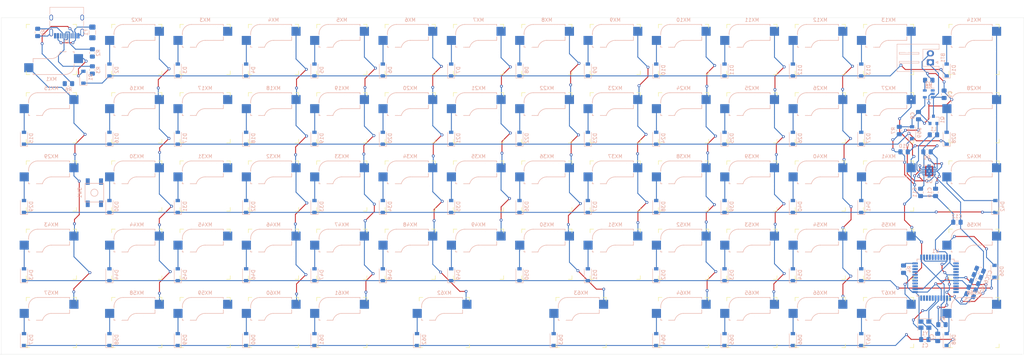
<source format=kicad_pcb>
(kicad_pcb (version 20171130) (host pcbnew "(5.1.6)-1")
  (layers (0 F.Cu signal) (31 B.Cu signal) (34 B.Paste user) (35 F.Paste user) (36 B.SilkS user) (37 F.SilkS user) (38 B.Mask user) (39 F.Mask user) (44 Edge.Cuts user))
  (net 0 "")
  (net 1 GND)
  (net 2 "Net-(C1-Pad1)")
  (net 3 "Net-(C2-Pad1)")
  (net 4 "Net-(C3-Pad1)")
  (net 5 +5V)
  (net 6 "Net-(D1-Pad2)")
  (net 7 ROW0)
  (net 8 "Net-(D2-Pad2)")
  (net 9 "Net-(D3-Pad2)")
  (net 10 "Net-(D4-Pad2)")
  (net 11 "Net-(D5-Pad2)")
  (net 12 "Net-(D6-Pad2)")
  (net 13 "Net-(D7-Pad2)")
  (net 14 "Net-(D8-Pad2)")
  (net 15 "Net-(D9-Pad2)")
  (net 16 "Net-(D10-Pad2)")
  (net 17 "Net-(D11-Pad2)")
  (net 18 "Net-(D12-Pad2)")
  (net 19 "Net-(D13-Pad2)")
  (net 20 "Net-(D14-Pad2)")
  (net 21 "Net-(D15-Pad2)")
  (net 22 ROW1)
  (net 23 "Net-(D16-Pad2)")
  (net 24 "Net-(D17-Pad2)")
  (net 25 "Net-(D18-Pad2)")
  (net 26 "Net-(D19-Pad2)")
  (net 27 "Net-(D20-Pad2)")
  (net 28 "Net-(D21-Pad2)")
  (net 29 "Net-(D22-Pad2)")
  (net 30 "Net-(D23-Pad2)")
  (net 31 "Net-(D24-Pad2)")
  (net 32 "Net-(D25-Pad2)")
  (net 33 "Net-(D26-Pad2)")
  (net 34 "Net-(D27-Pad2)")
  (net 35 "Net-(D28-Pad2)")
  (net 36 "Net-(D29-Pad2)")
  (net 37 ROW2)
  (net 38 "Net-(D30-Pad2)")
  (net 39 "Net-(D31-Pad2)")
  (net 40 "Net-(D32-Pad2)")
  (net 41 "Net-(D33-Pad2)")
  (net 42 "Net-(D34-Pad2)")
  (net 43 "Net-(D35-Pad2)")
  (net 44 "Net-(D36-Pad2)")
  (net 45 "Net-(D37-Pad2)")
  (net 46 "Net-(D38-Pad2)")
  (net 47 "Net-(D39-Pad2)")
  (net 48 "Net-(D40-Pad2)")
  (net 49 "Net-(D41-Pad2)")
  (net 50 "Net-(D42-Pad2)")
  (net 51 "Net-(D43-Pad2)")
  (net 52 ROW3)
  (net 53 "Net-(D44-Pad2)")
  (net 54 "Net-(D45-Pad2)")
  (net 55 "Net-(D46-Pad2)")
  (net 56 "Net-(D47-Pad2)")
  (net 57 "Net-(D48-Pad2)")
  (net 58 "Net-(D49-Pad2)")
  (net 59 "Net-(D50-Pad2)")
  (net 60 "Net-(D51-Pad2)")
  (net 61 "Net-(D52-Pad2)")
  (net 62 "Net-(D53-Pad2)")
  (net 63 "Net-(D54-Pad2)")
  (net 64 "Net-(D55-Pad2)")
  (net 65 "Net-(D56-Pad2)")
  (net 66 "Net-(D57-Pad2)")
  (net 67 ROW4)
  (net 68 "Net-(D58-Pad2)")
  (net 69 "Net-(D59-Pad2)")
  (net 70 "Net-(D60-Pad2)")
  (net 71 "Net-(D61-Pad2)")
  (net 72 "Net-(D62-Pad2)")
  (net 73 "Net-(D63-Pad2)")
  (net 74 "Net-(D64-Pad2)")
  (net 75 "Net-(D65-Pad2)")
  (net 76 "Net-(D66-Pad2)")
  (net 77 "Net-(D67-Pad2)")
  (net 78 "Net-(D68-Pad2)")
  (net 79 "Net-(J1-PadA5)")
  (net 80 D-)
  (net 81 D+)
  (net 82 "Net-(J1-PadB5)")
  (net 83 COL0)
  (net 84 COL1)
  (net 85 COL2)
  (net 86 COL3)
  (net 87 COL4)
  (net 88 COL5)
  (net 89 COL6)
  (net 90 COL7)
  (net 91 COL8)
  (net 92 COL9)
  (net 93 COL10)
  (net 94 COL11)
  (net 95 COL12)
  (net 96 COL13)
  (net 97 "Net-(R1-Pad2)")
  (net 98 "Net-(R2-Pad1)")
  (net 99 "Net-(R3-Pad1)")
  (net 100 "Net-(R4-Pad2)")
  (net 101 "Net-(BT1-Pad1)")
  (net 102 "Net-(C8-Pad1)")
  (net 103 "Net-(C10-Pad1)")
  (net 104 "Net-(C11-Pad1)")
  (net 105 "Net-(L1-Pad2)")
  (net 106 "Net-(R8-Pad1)")
  (net 107 "Net-(R10-Pad1)")
  (net 108 "Net-(C12-Pad1)")
  (net 109 "Net-(F1-Pad1)")
  (module Fuse:Fuse_1206_3216Metric_Pad1.42x1.75mm_HandSolder (layer B.Cu) (at 25.341492 4.103679 270)
    (fp_text reference F1 (at 0 1.82 90) (layer B.SilkS) (effects (justify mirror)))
    (fp_text value Polyfuse_Small)
    (pad 2 smd roundrect (at 1.4875 0 270) (size 1.425 1.75) (layers B.Cu B.Paste B.Mask) (roundrect_rratio 0.175439) (net 102 "Net-(C8-Pad1)"))
    (pad 1 smd roundrect (at -1.4875 0 270) (size 1.425 1.75) (layers B.Cu B.Paste B.Mask) (roundrect_rratio 0.175439) (net 109 "Net-(F1-Pad1)"))
  )
  (module Crystal:Crystal_SMD_3225-4Pin_3.2x2.5mm (layer B.Cu) (at 257.394529 85.661572)
    (fp_text reference Y1 (at 0 2.45) (layer B.SilkS) (effects (justify mirror)))
    (fp_text value Crystal_GND24_Small)
    (pad 4 smd rect (at -1.1 0.85) (size 1.4 1.2) (layers B.Cu B.Paste B.Mask) (net 2 "Net-(C1-Pad1)"))
    (pad 3 smd rect (at 1.1 0.85) (size 1.4 1.2) (layers B.Cu B.Paste B.Mask) (net 1 GND))
    (pad 2 smd rect (at 1.1 -0.85) (size 1.4 1.2) (layers B.Cu B.Paste B.Mask) (net 3 "Net-(C2-Pad1)"))
    (pad 1 smd rect (at -1.1 -0.85) (size 1.4 1.2) (layers B.Cu B.Paste B.Mask) (net 1 GND))
  )
  (module Package_SON:Texas_S-PVSON-N10_ThermalVias (layer B.Cu) (at 258.585155 42.799036)
    (fp_text reference U3 (at 0 2.8) (layer B.SilkS) (effects (justify mirror)))
    (fp_text value TPS61200DRC)
    (pad 11 smd rect (at 0 0) (size 2.3 2.8) (layers F.Cu) (net 1 GND))
    (pad 11 thru_hole circle (at -0.5 -0.75) (size 0.6 0.6) (drill 0.3) (layers *.Cu *.Mask) (net 1 GND))
    (pad 11 thru_hole circle (at -0.5 0.75) (size 0.6 0.6) (drill 0.3) (layers *.Cu *.Mask) (net 1 GND))
    (pad 11 thru_hole circle (at 0.5 0.75) (size 0.6 0.6) (drill 0.3) (layers *.Cu *.Mask) (net 1 GND))
    (pad 11 thru_hole circle (at 0 0) (size 0.6 0.6) (drill 0.3) (layers *.Cu *.Mask) (net 1 GND))
    (pad 11 thru_hole circle (at 0.5 -0.75) (size 0.6 0.6) (drill 0.3) (layers *.Cu *.Mask) (net 1 GND))
    (pad 10 smd oval (at 1.475 1) (size 0.85 0.28) (layers B.Cu B.Paste B.Mask) (net 108 "Net-(C12-Pad1)"))
    (pad 9 smd oval (at 1.475 0.5) (size 0.85 0.28) (layers B.Cu B.Paste B.Mask) (net 1 GND))
    (pad 8 smd oval (at 1.475 0) (size 0.85 0.28) (layers B.Cu B.Paste B.Mask) (net 103 "Net-(C10-Pad1)"))
    (pad 7 smd rect (at 1.76 -0.5) (size 0.28 0.28) (layers B.Cu B.Paste B.Mask) (net 107 "Net-(R10-Pad1)"))
    (pad 6 smd rect (at 1.76 -1) (size 0.28 0.28) (layers B.Cu B.Paste B.Mask) (net 103 "Net-(C10-Pad1)"))
    (pad 5 smd oval (at -1.475 -1) (size 0.85 0.28) (layers B.Cu B.Paste B.Mask) (net 103 "Net-(C10-Pad1)"))
    (pad 4 smd rect (at -1.76 -0.5) (size 0.28 0.28) (layers B.Cu B.Paste B.Mask) (net 1 GND))
    (pad 3 smd oval (at -1.475 0) (size 0.85 0.28) (layers B.Cu B.Paste B.Mask) (net 105 "Net-(L1-Pad2)"))
    (pad 2 smd rect (at -1.76 0.5) (size 0.28 0.28) (layers B.Cu B.Paste B.Mask) (net 108 "Net-(C12-Pad1)"))
    (pad 1 smd rect (at -1.76 1) (size 0.28 0.28) (layers B.Cu B.Paste B.Mask) (net 104 "Net-(C11-Pad1)"))
    (pad 11 smd rect (at 0 0) (size 1.65 2.4) (layers B.Cu B.Mask) (net 1 GND))
    (pad 11 smd rect (at 0.45 -0.635) (size 0.68 1.05) (layers B.Cu B.Paste B.Mask) (net 1 GND))
    (pad 11 smd rect (at -0.45 -0.635) (size 0.68 1.05) (layers B.Cu B.Paste B.Mask) (net 1 GND))
    (pad 11 smd rect (at 0.45 0.635) (size 0.68 1.05) (layers B.Cu B.Paste B.Mask) (net 1 GND))
    (pad 11 smd rect (at 0.25 -1.63) (size 0.26 0.5) (layers B.Cu B.Paste B.Mask) (net 1 GND))
    (pad 11 smd rect (at -0.25 -1.63) (size 0.26 0.5) (layers B.Cu B.Paste B.Mask) (net 1 GND))
    (pad 11 smd rect (at 0.25 1.63) (size 0.26 0.5) (layers B.Cu B.Paste B.Mask) (net 1 GND))
    (pad 11 smd rect (at 0.25 -1.55) (size 0.28 0.7) (layers B.Cu B.Mask) (net 1 GND))
    (pad 11 smd rect (at -0.25 -1.55) (size 0.28 0.7) (layers B.Cu B.Mask) (net 1 GND))
    (pad 11 smd rect (at 0.25 1.55) (size 0.28 0.7) (layers B.Cu B.Mask) (net 1 GND))
    (pad 11 smd rect (at -0.25 1.63) (size 0.26 0.5) (layers B.Cu B.Paste B.Mask) (net 1 GND))
    (pad 11 smd rect (at -0.25 1.55) (size 0.28 0.7) (layers B.Cu B.Mask) (net 1 GND))
    (pad 11 smd rect (at -0.45 0.635) (size 0.68 1.05) (layers B.Cu B.Paste B.Mask) (net 1 GND))
    (pad 10 smd rect (at 1.76 1) (size 0.28 0.28) (layers B.Cu B.Paste B.Mask) (net 108 "Net-(C12-Pad1)"))
    (pad 9 smd rect (at 1.76 0.5) (size 0.28 0.28) (layers B.Cu B.Paste B.Mask) (net 1 GND))
    (pad 8 smd rect (at 1.76 0) (size 0.28 0.28) (layers B.Cu B.Paste B.Mask) (net 103 "Net-(C10-Pad1)"))
    (pad 7 smd oval (at 1.475 -0.5) (size 0.85 0.28) (layers B.Cu B.Paste B.Mask) (net 107 "Net-(R10-Pad1)"))
    (pad 6 smd oval (at 1.475 -1) (size 0.85 0.28) (layers B.Cu B.Paste B.Mask) (net 103 "Net-(C10-Pad1)"))
    (pad 5 smd rect (at -1.76 -1) (size 0.28 0.28) (layers B.Cu B.Paste B.Mask) (net 103 "Net-(C10-Pad1)"))
    (pad 4 smd oval (at -1.475 -0.5) (size 0.85 0.28) (layers B.Cu B.Paste B.Mask) (net 1 GND))
    (pad 3 smd rect (at -1.76 0) (size 0.28 0.28) (layers B.Cu B.Paste B.Mask) (net 105 "Net-(L1-Pad2)"))
    (pad 2 smd oval (at -1.475 0.5) (size 0.85 0.28) (layers B.Cu B.Paste B.Mask) (net 108 "Net-(C12-Pad1)"))
    (pad 1 smd oval (at -1.475 1) (size 0.85 0.28) (layers B.Cu B.Paste B.Mask) (net 104 "Net-(C11-Pad1)"))
  )
  (module Package_TO_SOT_SMD:SOT-23-5 (layer B.Cu) (at 258.465867 21.248679 180)
    (fp_text reference U2 (at 0 2.9) (layer B.SilkS) (effects (justify mirror)))
    (fp_text value MCP73831-2-OT)
    (pad 5 smd rect (at 1.1 0.95 180) (size 1.06 0.65) (layers B.Cu B.Paste B.Mask) (net 106 "Net-(R8-Pad1)"))
    (pad 4 smd rect (at 1.1 -0.95 180) (size 1.06 0.65) (layers B.Cu B.Paste B.Mask) (net 102 "Net-(C8-Pad1)"))
    (pad 3 smd rect (at -1.1 -0.95 180) (size 1.06 0.65) (layers B.Cu B.Paste B.Mask) (net 101 "Net-(BT1-Pad1)"))
    (pad 2 smd rect (at -1.1 0 180) (size 1.06 0.65) (layers B.Cu B.Paste B.Mask) (net 1 GND))
    (pad 1 smd rect (at -1.1 0.95 180) (size 1.06 0.65) (layers B.Cu B.Paste B.Mask))
  )
  (module random-keyboard-parts:SKQG-1155865 (layer B.Cu) (at 25.905 48.84 90)
    (fp_text reference SW1 (at 0 -4.064 90) (layer B.SilkS) (effects (justify mirror)))
    (fp_text value SW_Push)
    (pad 4 smd rect (at -3.1 -1.85 90) (size 1.8 1.1) (layers B.Cu B.Paste B.Mask))
    (pad 3 smd rect (at 3.1 1.85 90) (size 1.8 1.1) (layers B.Cu B.Paste B.Mask))
    (pad 2 smd rect (at -3.1 1.85 90) (size 1.8 1.1) (layers B.Cu B.Paste B.Mask) (net 97 "Net-(R1-Pad2)"))
    (pad 1 smd rect (at 3.1 -1.85 90) (size 1.8 1.1) (layers B.Cu B.Paste B.Mask) (net 1 GND))
  )
  (module Resistor_SMD:R_0805_2012Metric_Pad1.15x1.40mm_HandSolder (layer B.Cu) (at 251.607025 37.441219 180)
    (fp_text reference R10 (at 0 1.65) (layer B.SilkS) (effects (justify mirror)))
    (fp_text value R_Small)
    (pad 2 smd roundrect (at 1.025 0 180) (size 1.15 1.4) (layers B.Cu B.Paste B.Mask) (roundrect_rratio 0.217391) (net 1 GND))
    (pad 1 smd roundrect (at -1.025 0 180) (size 1.15 1.4) (layers B.Cu B.Paste B.Mask) (roundrect_rratio 0.217391) (net 107 "Net-(R10-Pad1)"))
  )
  (module Resistor_SMD:R_0805_2012Metric_Pad1.15x1.40mm_HandSolder (layer B.Cu) (at 257.989842 37.441219)
    (fp_text reference R9 (at 0 1.65) (layer B.SilkS) (effects (justify mirror)))
    (fp_text value R_Small)
    (pad 2 smd roundrect (at 1.025 0) (size 1.15 1.4) (layers B.Cu B.Paste B.Mask) (roundrect_rratio 0.217391) (net 107 "Net-(R10-Pad1)"))
    (pad 1 smd roundrect (at -1.025 0) (size 1.15 1.4) (layers B.Cu B.Paste B.Mask) (roundrect_rratio 0.217391) (net 103 "Net-(C10-Pad1)"))
  )
  (module Resistor_SMD:R_0805_2012Metric_Pad1.15x1.40mm_HandSolder (layer B.Cu) (at 258.465867 17.438679)
    (fp_text reference R8 (at 0 1.65) (layer B.SilkS) (effects (justify mirror)))
    (fp_text value R_Small)
    (pad 2 smd roundrect (at 1.025 0) (size 1.15 1.4) (layers B.Cu B.Paste B.Mask) (roundrect_rratio 0.217391) (net 1 GND))
    (pad 1 smd roundrect (at -1.025 0) (size 1.15 1.4) (layers B.Cu B.Paste B.Mask) (roundrect_rratio 0.217391) (net 106 "Net-(R8-Pad1)"))
  )
  (module Resistor_SMD:R_0805_2012Metric_Pad1.15x1.40mm_HandSolder (layer B.Cu) (at 250.250773 31.488089 270)
    (fp_text reference R7 (at 0 1.65 90) (layer B.SilkS) (effects (justify mirror)))
    (fp_text value 10K)
    (pad 2 smd roundrect (at 1.025 0 270) (size 1.15 1.4) (layers B.Cu B.Paste B.Mask) (roundrect_rratio 0.217391) (net 1 GND))
    (pad 1 smd roundrect (at -1.025 0 270) (size 1.15 1.4) (layers B.Cu B.Paste B.Mask) (roundrect_rratio 0.217391) (net 102 "Net-(C8-Pad1)"))
  )
  (module Resistor_SMD:R_0805_2012Metric_Pad1.15x1.40mm_HandSolder (layer B.Cu) (at 18.673992 18.391179)
    (fp_text reference R6 (at 0 1.65) (layer B.SilkS) (effects (justify mirror)))
    (fp_text value 5.1k)
    (pad 2 smd roundrect (at 1.025 0) (size 1.15 1.4) (layers B.Cu B.Paste B.Mask) (roundrect_rratio 0.217391) (net 82 "Net-(J1-PadB5)"))
    (pad 1 smd roundrect (at -1.025 0) (size 1.15 1.4) (layers B.Cu B.Paste B.Mask) (roundrect_rratio 0.217391) (net 1 GND))
  )
  (module Resistor_SMD:R_0805_2012Metric_Pad1.15x1.40mm_HandSolder (layer B.Cu) (at 10.101492 4.103679 90)
    (fp_text reference R5 (at 0 1.65 90) (layer B.SilkS) (effects (justify mirror)))
    (fp_text value 5.1k)
    (pad 2 smd roundrect (at 1.025 0 90) (size 1.15 1.4) (layers B.Cu B.Paste B.Mask) (roundrect_rratio 0.217391) (net 79 "Net-(J1-PadA5)"))
    (pad 1 smd roundrect (at -1.025 0 90) (size 1.15 1.4) (layers B.Cu B.Paste B.Mask) (roundrect_rratio 0.217391) (net 1 GND))
  )
  (module Resistor_SMD:R_0805_2012Metric_Pad1.15x1.40mm_HandSolder (layer B.Cu) (at 251.441399 70.183434 90)
    (fp_text reference R4 (at 0 1.65 270) (layer B.SilkS) (effects (justify mirror)))
    (fp_text value 10k)
    (pad 2 smd roundrect (at 1.025 0 90) (size 1.15 1.4) (layers B.Cu B.Paste B.Mask) (roundrect_rratio 0.217391) (net 100 "Net-(R4-Pad2)"))
    (pad 1 smd roundrect (at -1.025 0 90) (size 1.15 1.4) (layers B.Cu B.Paste B.Mask) (roundrect_rratio 0.217391) (net 1 GND))
  )
  (module Resistor_SMD:R_0805_2012Metric_Pad1.15x1.40mm_HandSolder (layer B.Cu) (at 25.341492 14.581179 90)
    (fp_text reference R3 (at 0 1.65 90) (layer B.SilkS) (effects (justify mirror)))
    (fp_text value 22)
    (pad 2 smd roundrect (at 1.025 0 90) (size 1.15 1.4) (layers B.Cu B.Paste B.Mask) (roundrect_rratio 0.217391) (net 80 D-))
    (pad 1 smd roundrect (at -1.025 0 90) (size 1.15 1.4) (layers B.Cu B.Paste B.Mask) (roundrect_rratio 0.217391) (net 99 "Net-(R3-Pad1)"))
  )
  (module Resistor_SMD:R_0805_2012Metric_Pad1.15x1.40mm_HandSolder (layer B.Cu) (at 25.341492 9.818679 90)
    (fp_text reference R2 (at 0 1.65 90) (layer B.SilkS) (effects (justify mirror)))
    (fp_text value 22)
    (pad 2 smd roundrect (at 1.025 0 90) (size 1.15 1.4) (layers B.Cu B.Paste B.Mask) (roundrect_rratio 0.217391) (net 81 D+))
    (pad 1 smd roundrect (at -1.025 0 90) (size 1.15 1.4) (layers B.Cu B.Paste B.Mask) (roundrect_rratio 0.217391) (net 98 "Net-(R2-Pad1)"))
  )
  (module Resistor_SMD:R_0805_2012Metric_Pad1.15x1.40mm_HandSolder (layer B.Cu) (at 262.157033 85.661572 180)
    (fp_text reference R1 (at 0 1.65) (layer B.SilkS) (effects (justify mirror)))
    (fp_text value 10k)
    (pad 2 smd roundrect (at 1.025 0 180) (size 1.15 1.4) (layers B.Cu B.Paste B.Mask) (roundrect_rratio 0.217391) (net 97 "Net-(R1-Pad2)"))
    (pad 1 smd roundrect (at -1.025 0 180) (size 1.15 1.4) (layers B.Cu B.Paste B.Mask) (roundrect_rratio 0.217391) (net 5 +5V))
  )
  (module Package_TO_SOT_SMD:SOT-23 (layer B.Cu) (at 259.775781 28.511524 90)
    (fp_text reference Q1 (at 0 2.5 -90) (layer B.SilkS) (effects (justify mirror)))
    (fp_text value Q_PMOS_DGS)
    (pad 3 smd rect (at 1 0 90) (size 0.9 0.8) (layers B.Cu B.Paste B.Mask) (net 101 "Net-(BT1-Pad1)"))
    (pad 2 smd rect (at -1 -0.95 90) (size 0.9 0.8) (layers B.Cu B.Paste B.Mask) (net 102 "Net-(C8-Pad1)"))
    (pad 1 smd rect (at -1 0.95 90) (size 0.9 0.8) (layers B.Cu B.Paste B.Mask) (net 103 "Net-(C10-Pad1)"))
  )
  (module keyswitches:Kailh_socket_MX (layer F.Cu) (at 271.086492 85.066179)
    (fp_text reference MX68 (at 0 -8.255) (layer B.SilkS) (effects (justify mirror)))
    (fp_text value MX-NoLED)
    (pad 2 smd rect (at -7.56 -2.54) (size 2.55 2.5) (layers B.Cu B.Paste B.Mask) (net 78 "Net-(D68-Pad2)"))
    (pad "" np_thru_hole circle (at -5.08 0) (size 1.7018 1.7018) (drill 1.7018) (layers *.Cu *.Mask))
    (pad "" np_thru_hole circle (at 5.08 0) (size 1.7018 1.7018) (drill 1.7018) (layers *.Cu *.Mask))
    (pad "" np_thru_hole circle (at 0 0) (size 3.9878 3.9878) (drill 3.9878) (layers *.Cu *.Mask))
    (pad "" np_thru_hole circle (at -3.81 -2.54) (size 3 3) (drill 3) (layers *.Cu *.Mask))
    (pad "" np_thru_hole circle (at 2.54 -5.08) (size 3 3) (drill 3) (layers *.Cu *.Mask))
    (pad 1 smd rect (at 6.29 -5.08) (size 2.55 2.5) (layers B.Cu B.Paste B.Mask) (net 96 COL13))
  )
  (module Inductor_SMD:L_0805_2012Metric_Pad1.15x1.40mm_HandSolder (layer B.Cu) (at 259.775781 32.678715 180)
    (fp_text reference L1 (at 0 1.65) (layer B.SilkS) (effects (justify mirror)))
    (fp_text value L_Small)
    (pad 2 smd roundrect (at 1.025 0 180) (size 1.15 1.4) (layers B.Cu B.Paste B.Mask) (roundrect_rratio 0.217391) (net 105 "Net-(L1-Pad2)"))
    (pad 1 smd roundrect (at -1.025 0 180) (size 1.15 1.4) (layers B.Cu B.Paste B.Mask) (roundrect_rratio 0.217391) (net 103 "Net-(C10-Pad1)"))
  )
  (module Connector_USB:USB_C_Receptacle_HRO_TYPE-C-31-M-12 (layer B.Cu) (at 18.2 1)
    (fp_text reference J1 (at 0 5.645) (layer B.SilkS) (effects (justify mirror)))
    (fp_text value USB_C_Receptacle_USB2.0)
    (pad B1 smd rect (at 3.25 4.045) (size 0.6 1.45) (layers B.Cu B.Paste B.Mask) (net 1 GND))
    (pad A9 smd rect (at 2.45 4.045) (size 0.6 1.45) (layers B.Cu B.Paste B.Mask) (net 109 "Net-(F1-Pad1)"))
    (pad B9 smd rect (at -2.45 4.045) (size 0.6 1.45) (layers B.Cu B.Paste B.Mask) (net 109 "Net-(F1-Pad1)"))
    (pad B12 smd rect (at -3.25 4.045) (size 0.6 1.45) (layers B.Cu B.Paste B.Mask) (net 1 GND))
    (pad A1 smd rect (at -3.25 4.045) (size 0.6 1.45) (layers B.Cu B.Paste B.Mask) (net 1 GND))
    (pad A4 smd rect (at -2.45 4.045) (size 0.6 1.45) (layers B.Cu B.Paste B.Mask) (net 109 "Net-(F1-Pad1)"))
    (pad B4 smd rect (at 2.45 4.045) (size 0.6 1.45) (layers B.Cu B.Paste B.Mask) (net 109 "Net-(F1-Pad1)"))
    (pad A12 smd rect (at 3.25 4.045) (size 0.6 1.45) (layers B.Cu B.Paste B.Mask) (net 1 GND))
    (pad B8 smd rect (at -1.75 4.045) (size 0.3 1.45) (layers B.Cu B.Paste B.Mask))
    (pad A5 smd rect (at -1.25 4.045) (size 0.3 1.45) (layers B.Cu B.Paste B.Mask) (net 79 "Net-(J1-PadA5)"))
    (pad B7 smd rect (at -0.75 4.045) (size 0.3 1.45) (layers B.Cu B.Paste B.Mask) (net 80 D-))
    (pad A7 smd rect (at 0.25 4.045) (size 0.3 1.45) (layers B.Cu B.Paste B.Mask) (net 80 D-))
    (pad B6 smd rect (at 0.75 4.045) (size 0.3 1.45) (layers B.Cu B.Paste B.Mask) (net 81 D+))
    (pad A8 smd rect (at 1.25 4.045) (size 0.3 1.45) (layers B.Cu B.Paste B.Mask))
    (pad B5 smd rect (at 1.75 4.045) (size 0.3 1.45) (layers B.Cu B.Paste B.Mask) (net 82 "Net-(J1-PadB5)"))
    (pad A6 smd rect (at -0.25 4.045) (size 0.3 1.45) (layers B.Cu B.Paste B.Mask) (net 81 D+))
    (pad S1 thru_hole oval (at 4.32 3.13) (size 1 2.1) (drill oval 0.6 1.7) (layers *.Cu *.Mask) (net 1 GND))
    (pad S1 thru_hole oval (at -4.32 3.13) (size 1 2.1) (drill oval 0.6 1.7) (layers *.Cu *.Mask) (net 1 GND))
    (pad "" np_thru_hole circle (at -2.89 2.6) (size 0.65 0.65) (drill 0.65) (layers *.Cu *.Mask))
    (pad S1 thru_hole oval (at -4.32 -1.05) (size 1 1.6) (drill oval 0.6 1.2) (layers *.Cu *.Mask) (net 1 GND))
    (pad "" np_thru_hole circle (at 2.89 2.6) (size 0.65 0.65) (drill 0.65) (layers *.Cu *.Mask))
    (pad S1 thru_hole oval (at 4.32 -1.05) (size 1 1.6) (drill oval 0.6 1.2) (layers *.Cu *.Mask) (net 1 GND))
  )
  (module Diode_SMD:D_SOD-123 (layer B.Cu) (at 253.822651 32.083402 90)
    (fp_text reference D69 (at 0 2 270) (layer B.SilkS) (effects (justify mirror)))
    (fp_text value D_Schottky)
    (pad 2 smd rect (at 1.65 0 90) (size 0.9 1.2) (layers B.Cu B.Paste B.Mask) (net 102 "Net-(C8-Pad1)"))
    (pad 1 smd rect (at -1.65 0 90) (size 0.9 1.2) (layers B.Cu B.Paste B.Mask) (net 108 "Net-(C12-Pad1)"))
  )
  (module Diode_SMD:D_SOD-123 (layer B.Cu) (at 263.466492 89.828679 90)
    (fp_text reference D68 (at 0 2 270) (layer B.SilkS) (effects (justify mirror)))
    (fp_text value D_Small)
    (pad 2 smd rect (at 1.65 0 90) (size 0.9 1.2) (layers B.Cu B.Paste B.Mask) (net 78 "Net-(D68-Pad2)"))
    (pad 1 smd rect (at -1.65 0 90) (size 0.9 1.2) (layers B.Cu B.Paste B.Mask) (net 67 ROW4))
  )
  (module Capacitor_SMD:C_0805_2012Metric_Pad1.15x1.40mm_HandSolder (layer B.Cu) (at 266.324224 57.086548 180)
    (fp_text reference C12 (at 0 1.65) (layer B.SilkS) (effects (justify mirror)))
    (fp_text value 22uF)
    (pad 2 smd roundrect (at 1.025 0 180) (size 1.15 1.4) (layers B.Cu B.Paste B.Mask) (roundrect_rratio 0.217391) (net 1 GND))
    (pad 1 smd roundrect (at -1.025 0 180) (size 1.15 1.4) (layers B.Cu B.Paste B.Mask) (roundrect_rratio 0.217391) (net 108 "Net-(C12-Pad1)"))
  )
  (module Capacitor_SMD:C_0805_2012Metric_Pad1.15x1.40mm_HandSolder (layer B.Cu) (at 256.203903 48.752166 270)
    (fp_text reference C11 (at 0 1.65 90) (layer B.SilkS) (effects (justify mirror)))
    (fp_text value 1uF)
    (pad 2 smd roundrect (at 1.025 0 270) (size 1.15 1.4) (layers B.Cu B.Paste B.Mask) (roundrect_rratio 0.217391) (net 1 GND))
    (pad 1 smd roundrect (at -1.025 0 270) (size 1.15 1.4) (layers B.Cu B.Paste B.Mask) (roundrect_rratio 0.217391) (net 104 "Net-(C11-Pad1)"))
  )
  (module Capacitor_SMD:C_0805_2012Metric_Pad1.15x1.40mm_HandSolder (layer B.Cu) (at 260.371094 48.752166 270)
    (fp_text reference C10 (at 0 1.65 90) (layer B.SilkS) (effects (justify mirror)))
    (fp_text value 4.7uF)
    (pad 2 smd roundrect (at 1.025 0 270) (size 1.15 1.4) (layers B.Cu B.Paste B.Mask) (roundrect_rratio 0.217391) (net 1 GND))
    (pad 1 smd roundrect (at -1.025 0 270) (size 1.15 1.4) (layers B.Cu B.Paste B.Mask) (roundrect_rratio 0.217391) (net 103 "Net-(C10-Pad1)"))
  )
  (module Capacitor_SMD:C_0805_2012Metric_Pad1.15x1.40mm_HandSolder (layer B.Cu) (at 262.752346 21.367768 90)
    (fp_text reference C9 (at 0 1.65 90) (layer B.SilkS) (effects (justify mirror)))
    (fp_text value C_Small)
    (pad 2 smd roundrect (at 1.025 0 90) (size 1.15 1.4) (layers B.Cu B.Paste B.Mask) (roundrect_rratio 0.217391) (net 1 GND))
    (pad 1 smd roundrect (at -1.025 0 90) (size 1.15 1.4) (layers B.Cu B.Paste B.Mask) (roundrect_rratio 0.217391) (net 101 "Net-(BT1-Pad1)"))
  )
  (module Capacitor_SMD:C_0805_2012Metric_Pad1.15x1.40mm_HandSolder (layer B.Cu) (at 255.60859 27.320898 270)
    (fp_text reference C8 (at 0 1.65 270) (layer B.SilkS) (effects (justify mirror)))
    (fp_text value C_Small)
    (pad 2 smd roundrect (at 1.025 0 270) (size 1.15 1.4) (layers B.Cu B.Paste B.Mask) (roundrect_rratio 0.217391) (net 1 GND))
    (pad 1 smd roundrect (at -1.025 0 270) (size 1.15 1.4) (layers B.Cu B.Paste B.Mask) (roundrect_rratio 0.217391) (net 102 "Net-(C8-Pad1)"))
  )
  (module Capacitor_SMD:C_0805_2012Metric_Pad1.15x1.40mm_HandSolder (layer B.Cu) (at 270.585154 75.622153 157.5)
    (fp_text reference C7 (at -2.8575 5.715 67.5) (layer B.SilkS) (effects (justify mirror)))
    (fp_text value 10uF)
    (pad 2 smd roundrect (at 1.025 0 157.5) (size 1.15 1.4) (layers B.Cu B.Paste B.Mask) (roundrect_rratio 0.217391) (net 5 +5V))
    (pad 1 smd roundrect (at -1.025 0 157.5) (size 1.15 1.4) (layers B.Cu B.Paste B.Mask) (roundrect_rratio 0.217391) (net 108 "Net-(C12-Pad1)"))
  )
  (module Capacitor_SMD:C_0805_2012Metric_Pad1.15x1.40mm_HandSolder (layer B.Cu) (at 272.77219 70.342182 157.5)
    (fp_text reference C6 (at -2.8575 -1.905 247.5) (layer B.SilkS) (effects (justify mirror)))
    (fp_text value 0.1uF)
    (pad 2 smd roundrect (at 1.025 0 157.5) (size 1.15 1.4) (layers B.Cu B.Paste B.Mask) (roundrect_rratio 0.217391) (net 5 +5V))
    (pad 1 smd roundrect (at -1.025 0 157.5) (size 1.15 1.4) (layers B.Cu B.Paste B.Mask) (roundrect_rratio 0.217391) (net 108 "Net-(C12-Pad1)"))
  )
  (module Capacitor_SMD:C_0805_2012Metric_Pad1.15x1.40mm_HandSolder (layer B.Cu) (at 271.314166 73.862163 157.5)
    (fp_text reference C5 (at -2.8575 0 247.5) (layer B.SilkS) (effects (justify mirror)))
    (fp_text value 0.1uF)
    (pad 2 smd roundrect (at 1.025 0 157.5) (size 1.15 1.4) (layers B.Cu B.Paste B.Mask) (roundrect_rratio 0.217391) (net 5 +5V))
    (pad 1 smd roundrect (at -1.025 0 157.5) (size 1.15 1.4) (layers B.Cu B.Paste B.Mask) (roundrect_rratio 0.217391) (net 108 "Net-(C12-Pad1)"))
  )
  (module Capacitor_SMD:C_0805_2012Metric_Pad1.15x1.40mm_HandSolder (layer B.Cu) (at 272.043178 72.102172 157.5)
    (fp_text reference C4 (at -2.8575 -3.81 67.5) (layer B.SilkS) (effects (justify mirror)))
    (fp_text value 0.1uF)
    (pad 2 smd roundrect (at 1.025 0 157.5) (size 1.15 1.4) (layers B.Cu B.Paste B.Mask) (roundrect_rratio 0.217391) (net 5 +5V))
    (pad 1 smd roundrect (at -1.025 0 157.5) (size 1.15 1.4) (layers B.Cu B.Paste B.Mask) (roundrect_rratio 0.217391) (net 108 "Net-(C12-Pad1)"))
  )
  (module Capacitor_SMD:C_0805_2012Metric_Pad1.15x1.40mm_HandSolder (layer B.Cu) (at 269.965974 77.427941 337.5)
    (fp_text reference C3 (at 0 1.65 157.5) (layer B.SilkS) (effects (justify mirror)))
    (fp_text value 1uF)
    (pad 2 smd roundrect (at 1.025 0 337.5) (size 1.15 1.4) (layers B.Cu B.Paste B.Mask) (roundrect_rratio 0.217391) (net 1 GND))
    (pad 1 smd roundrect (at -1.025 0 337.5) (size 1.15 1.4) (layers B.Cu B.Paste B.Mask) (roundrect_rratio 0.217391) (net 4 "Net-(C3-Pad1)"))
  )
  (module Capacitor_SMD:C_0805_2012Metric_Pad1.15x1.40mm_HandSolder (layer B.Cu) (at 260.966407 89.23345 270)
    (fp_text reference C2 (at 0 1.65 90) (layer B.SilkS) (effects (justify mirror)))
    (fp_text value 22pF)
    (pad 2 smd roundrect (at 1.025 0 270) (size 1.15 1.4) (layers B.Cu B.Paste B.Mask) (roundrect_rratio 0.217391) (net 1 GND))
    (pad 1 smd roundrect (at -1.025 0 270) (size 1.15 1.4) (layers B.Cu B.Paste B.Mask) (roundrect_rratio 0.217391) (net 3 "Net-(C2-Pad1)"))
  )
  (module Capacitor_SMD:C_0805_2012Metric_Pad1.15x1.40mm_HandSolder (layer B.Cu) (at 257.394529 89.828763)
    (fp_text reference C1 (at 0 1.65) (layer B.SilkS) (effects (justify mirror)))
    (fp_text value 22pF)
    (pad 2 smd roundrect (at 1.025 0) (size 1.15 1.4) (layers B.Cu B.Paste B.Mask) (roundrect_rratio 0.217391) (net 1 GND))
    (pad 1 smd roundrect (at -1.025 0) (size 1.15 1.4) (layers B.Cu B.Paste B.Mask) (roundrect_rratio 0.217391) (net 2 "Net-(C1-Pad1)"))
  )
  (module Connector_JST:JST_XH_S2B-XH-A_1x02_P2.50mm_Horizontal (layer B.Cu) (at 258.935 12.445 90)
    (fp_text reference BT1 (at 1.25 3.5 90) (layer B.SilkS) (effects (justify mirror)))
    (fp_text value Battery_Cell)
    (pad 2 thru_hole oval (at 2.5 0 90) (size 1.7 2) (drill 1) (layers *.Cu *.Mask) (net 1 GND))
    (pad 1 thru_hole roundrect (at 0 0 90) (size 1.7 2) (drill 1) (layers *.Cu *.Mask) (roundrect_rratio 0.147059) (net 101 "Net-(BT1-Pad1)"))
  )
  (module keyswitches:Kailh_socket_MX (layer F.Cu) (at 13.911492 46.965929)
    (fp_text reference MX29 (at 0 -8.255) (layer B.SilkS) (effects (justify mirror)))
    (fp_text value MX-NoLED)
    (pad 2 smd rect (at -7.56 -2.54) (size 2.55 2.5) (layers B.Cu B.Paste B.Mask) (net 36 "Net-(D29-Pad2)"))
    (pad "" np_thru_hole circle (at -5.08 0) (size 1.7018 1.7018) (drill 1.7018) (layers *.Cu *.Mask))
    (pad "" np_thru_hole circle (at 5.08 0) (size 1.7018 1.7018) (drill 1.7018) (layers *.Cu *.Mask))
    (pad "" np_thru_hole circle (at 0 0) (size 3.9878 3.9878) (drill 3.9878) (layers *.Cu *.Mask))
    (pad "" np_thru_hole circle (at -3.81 -2.54) (size 3 3) (drill 3) (layers *.Cu *.Mask))
    (pad "" np_thru_hole circle (at 2.54 -5.08) (size 3 3) (drill 3) (layers *.Cu *.Mask))
    (pad 1 smd rect (at 6.29 -5.08) (size 2.55 2.5) (layers B.Cu B.Paste B.Mask) (net 83 COL0))
  )
  (module keyswitches:Kailh_socket_MX (layer F.Cu) (at 247.273992 85.066179)
    (fp_text reference MX67 (at 0 -8.255) (layer B.SilkS) (effects (justify mirror)))
    (fp_text value MX-NoLED)
    (pad 2 smd rect (at -7.56 -2.54) (size 2.55 2.5) (layers B.Cu B.Paste B.Mask) (net 77 "Net-(D67-Pad2)"))
    (pad "" np_thru_hole circle (at -5.08 0) (size 1.7018 1.7018) (drill 1.7018) (layers *.Cu *.Mask))
    (pad "" np_thru_hole circle (at 5.08 0) (size 1.7018 1.7018) (drill 1.7018) (layers *.Cu *.Mask))
    (pad "" np_thru_hole circle (at 0 0) (size 3.9878 3.9878) (drill 3.9878) (layers *.Cu *.Mask))
    (pad "" np_thru_hole circle (at -3.81 -2.54) (size 3 3) (drill 3) (layers *.Cu *.Mask))
    (pad "" np_thru_hole circle (at 2.54 -5.08) (size 3 3) (drill 3) (layers *.Cu *.Mask))
    (pad 1 smd rect (at 6.29 -5.08) (size 2.55 2.5) (layers B.Cu B.Paste B.Mask) (net 95 COL12))
  )
  (module keyswitches:Kailh_socket_MX (layer F.Cu) (at 228.223992 85.066179)
    (fp_text reference MX66 (at 0 -8.255) (layer B.SilkS) (effects (justify mirror)))
    (fp_text value MX-NoLED)
    (pad 2 smd rect (at -7.56 -2.54) (size 2.55 2.5) (layers B.Cu B.Paste B.Mask) (net 76 "Net-(D66-Pad2)"))
    (pad "" np_thru_hole circle (at -5.08 0) (size 1.7018 1.7018) (drill 1.7018) (layers *.Cu *.Mask))
    (pad "" np_thru_hole circle (at 5.08 0) (size 1.7018 1.7018) (drill 1.7018) (layers *.Cu *.Mask))
    (pad "" np_thru_hole circle (at 0 0) (size 3.9878 3.9878) (drill 3.9878) (layers *.Cu *.Mask))
    (pad "" np_thru_hole circle (at -3.81 -2.54) (size 3 3) (drill 3) (layers *.Cu *.Mask))
    (pad "" np_thru_hole circle (at 2.54 -5.08) (size 3 3) (drill 3) (layers *.Cu *.Mask))
    (pad 1 smd rect (at 6.29 -5.08) (size 2.55 2.5) (layers B.Cu B.Paste B.Mask) (net 94 COL11))
  )
  (module keyswitches:Kailh_socket_MX (layer F.Cu) (at 209.173992 85.066179)
    (fp_text reference MX65 (at 0 -8.255) (layer B.SilkS) (effects (justify mirror)))
    (fp_text value MX-NoLED)
    (pad 2 smd rect (at -7.56 -2.54) (size 2.55 2.5) (layers B.Cu B.Paste B.Mask) (net 75 "Net-(D65-Pad2)"))
    (pad "" np_thru_hole circle (at -5.08 0) (size 1.7018 1.7018) (drill 1.7018) (layers *.Cu *.Mask))
    (pad "" np_thru_hole circle (at 5.08 0) (size 1.7018 1.7018) (drill 1.7018) (layers *.Cu *.Mask))
    (pad "" np_thru_hole circle (at 0 0) (size 3.9878 3.9878) (drill 3.9878) (layers *.Cu *.Mask))
    (pad "" np_thru_hole circle (at -3.81 -2.54) (size 3 3) (drill 3) (layers *.Cu *.Mask))
    (pad "" np_thru_hole circle (at 2.54 -5.08) (size 3 3) (drill 3) (layers *.Cu *.Mask))
    (pad 1 smd rect (at 6.29 -5.08) (size 2.55 2.5) (layers B.Cu B.Paste B.Mask) (net 93 COL10))
  )
  (module keyswitches:Kailh_socket_MX (layer F.Cu) (at 190.123992 85.066179)
    (fp_text reference MX64 (at 0 -8.255) (layer B.SilkS) (effects (justify mirror)))
    (fp_text value MX-NoLED)
    (pad 2 smd rect (at -7.56 -2.54) (size 2.55 2.5) (layers B.Cu B.Paste B.Mask) (net 74 "Net-(D64-Pad2)"))
    (pad "" np_thru_hole circle (at -5.08 0) (size 1.7018 1.7018) (drill 1.7018) (layers *.Cu *.Mask))
    (pad "" np_thru_hole circle (at 5.08 0) (size 1.7018 1.7018) (drill 1.7018) (layers *.Cu *.Mask))
    (pad "" np_thru_hole circle (at 0 0) (size 3.9878 3.9878) (drill 3.9878) (layers *.Cu *.Mask))
    (pad "" np_thru_hole circle (at -3.81 -2.54) (size 3 3) (drill 3) (layers *.Cu *.Mask))
    (pad "" np_thru_hole circle (at 2.54 -5.08) (size 3 3) (drill 3) (layers *.Cu *.Mask))
    (pad 1 smd rect (at 6.29 -5.08) (size 2.55 2.5) (layers B.Cu B.Paste B.Mask) (net 92 COL9))
  )
  (module keyswitches:Kailh_socket_MX (layer F.Cu) (at 161.548992 85.066179)
    (fp_text reference MX63 (at 0 -8.255) (layer B.SilkS) (effects (justify mirror)))
    (fp_text value MX-NoLED)
    (pad 2 smd rect (at -7.56 -2.54) (size 2.55 2.5) (layers B.Cu B.Paste B.Mask) (net 73 "Net-(D63-Pad2)"))
    (pad "" np_thru_hole circle (at -5.08 0) (size 1.7018 1.7018) (drill 1.7018) (layers *.Cu *.Mask))
    (pad "" np_thru_hole circle (at 5.08 0) (size 1.7018 1.7018) (drill 1.7018) (layers *.Cu *.Mask))
    (pad "" np_thru_hole circle (at 0 0) (size 3.9878 3.9878) (drill 3.9878) (layers *.Cu *.Mask))
    (pad "" np_thru_hole circle (at -3.81 -2.54) (size 3 3) (drill 3) (layers *.Cu *.Mask))
    (pad "" np_thru_hole circle (at 2.54 -5.08) (size 3 3) (drill 3) (layers *.Cu *.Mask))
    (pad 1 smd rect (at 6.29 -5.08) (size 2.55 2.5) (layers B.Cu B.Paste B.Mask) (net 90 COL7))
  )
  (module keyswitches:Kailh_socket_MX (layer F.Cu) (at 123.448992 85.066179)
    (fp_text reference MX62 (at 0 -8.255) (layer B.SilkS) (effects (justify mirror)))
    (fp_text value MX-NoLED)
    (pad 2 smd rect (at -7.56 -2.54) (size 2.55 2.5) (layers B.Cu B.Paste B.Mask) (net 72 "Net-(D62-Pad2)"))
    (pad "" np_thru_hole circle (at -5.08 0) (size 1.7018 1.7018) (drill 1.7018) (layers *.Cu *.Mask))
    (pad "" np_thru_hole circle (at 5.08 0) (size 1.7018 1.7018) (drill 1.7018) (layers *.Cu *.Mask))
    (pad "" np_thru_hole circle (at 0 0) (size 3.9878 3.9878) (drill 3.9878) (layers *.Cu *.Mask))
    (pad "" np_thru_hole circle (at -3.81 -2.54) (size 3 3) (drill 3) (layers *.Cu *.Mask))
    (pad "" np_thru_hole circle (at 2.54 -5.08) (size 3 3) (drill 3) (layers *.Cu *.Mask))
    (pad 1 smd rect (at 6.29 -5.08) (size 2.55 2.5) (layers B.Cu B.Paste B.Mask) (net 88 COL5))
  )
  (module keyswitches:Kailh_socket_MX (layer F.Cu) (at 94.873992 85.066179)
    (fp_text reference MX61 (at 0 -8.255) (layer B.SilkS) (effects (justify mirror)))
    (fp_text value MX-NoLED)
    (pad 2 smd rect (at -7.56 -2.54) (size 2.55 2.5) (layers B.Cu B.Paste B.Mask) (net 71 "Net-(D61-Pad2)"))
    (pad "" np_thru_hole circle (at -5.08 0) (size 1.7018 1.7018) (drill 1.7018) (layers *.Cu *.Mask))
    (pad "" np_thru_hole circle (at 5.08 0) (size 1.7018 1.7018) (drill 1.7018) (layers *.Cu *.Mask))
    (pad "" np_thru_hole circle (at 0 0) (size 3.9878 3.9878) (drill 3.9878) (layers *.Cu *.Mask))
    (pad "" np_thru_hole circle (at -3.81 -2.54) (size 3 3) (drill 3) (layers *.Cu *.Mask))
    (pad "" np_thru_hole circle (at 2.54 -5.08) (size 3 3) (drill 3) (layers *.Cu *.Mask))
    (pad 1 smd rect (at 6.29 -5.08) (size 2.55 2.5) (layers B.Cu B.Paste B.Mask) (net 87 COL4))
  )
  (module keyswitches:Kailh_socket_MX (layer F.Cu) (at 75.823992 85.066179)
    (fp_text reference MX60 (at 0 -8.255) (layer B.SilkS) (effects (justify mirror)))
    (fp_text value MX-NoLED)
    (pad 2 smd rect (at -7.56 -2.54) (size 2.55 2.5) (layers B.Cu B.Paste B.Mask) (net 70 "Net-(D60-Pad2)"))
    (pad "" np_thru_hole circle (at -5.08 0) (size 1.7018 1.7018) (drill 1.7018) (layers *.Cu *.Mask))
    (pad "" np_thru_hole circle (at 5.08 0) (size 1.7018 1.7018) (drill 1.7018) (layers *.Cu *.Mask))
    (pad "" np_thru_hole circle (at 0 0) (size 3.9878 3.9878) (drill 3.9878) (layers *.Cu *.Mask))
    (pad "" np_thru_hole circle (at -3.81 -2.54) (size 3 3) (drill 3) (layers *.Cu *.Mask))
    (pad "" np_thru_hole circle (at 2.54 -5.08) (size 3 3) (drill 3) (layers *.Cu *.Mask))
    (pad 1 smd rect (at 6.29 -5.08) (size 2.55 2.5) (layers B.Cu B.Paste B.Mask) (net 86 COL3))
  )
  (module keyswitches:Kailh_socket_MX (layer F.Cu) (at 56.773992 85.066179)
    (fp_text reference MX59 (at 0 -8.255) (layer B.SilkS) (effects (justify mirror)))
    (fp_text value MX-NoLED)
    (pad 2 smd rect (at -7.56 -2.54) (size 2.55 2.5) (layers B.Cu B.Paste B.Mask) (net 69 "Net-(D59-Pad2)"))
    (pad "" np_thru_hole circle (at -5.08 0) (size 1.7018 1.7018) (drill 1.7018) (layers *.Cu *.Mask))
    (pad "" np_thru_hole circle (at 5.08 0) (size 1.7018 1.7018) (drill 1.7018) (layers *.Cu *.Mask))
    (pad "" np_thru_hole circle (at 0 0) (size 3.9878 3.9878) (drill 3.9878) (layers *.Cu *.Mask))
    (pad "" np_thru_hole circle (at -3.81 -2.54) (size 3 3) (drill 3) (layers *.Cu *.Mask))
    (pad "" np_thru_hole circle (at 2.54 -5.08) (size 3 3) (drill 3) (layers *.Cu *.Mask))
    (pad 1 smd rect (at 6.29 -5.08) (size 2.55 2.5) (layers B.Cu B.Paste B.Mask) (net 85 COL2))
  )
  (module keyswitches:Kailh_socket_MX (layer F.Cu) (at 37.723992 85.066179)
    (fp_text reference MX58 (at 0 -8.255) (layer B.SilkS) (effects (justify mirror)))
    (fp_text value MX-NoLED)
    (pad 2 smd rect (at -7.56 -2.54) (size 2.55 2.5) (layers B.Cu B.Paste B.Mask) (net 68 "Net-(D58-Pad2)"))
    (pad "" np_thru_hole circle (at -5.08 0) (size 1.7018 1.7018) (drill 1.7018) (layers *.Cu *.Mask))
    (pad "" np_thru_hole circle (at 5.08 0) (size 1.7018 1.7018) (drill 1.7018) (layers *.Cu *.Mask))
    (pad "" np_thru_hole circle (at 0 0) (size 3.9878 3.9878) (drill 3.9878) (layers *.Cu *.Mask))
    (pad "" np_thru_hole circle (at -3.81 -2.54) (size 3 3) (drill 3) (layers *.Cu *.Mask))
    (pad "" np_thru_hole circle (at 2.54 -5.08) (size 3 3) (drill 3) (layers *.Cu *.Mask))
    (pad 1 smd rect (at 6.29 -5.08) (size 2.55 2.5) (layers B.Cu B.Paste B.Mask) (net 84 COL1))
  )
  (module keyswitches:Kailh_socket_MX (layer F.Cu) (at 13.911492 85.066179)
    (fp_text reference MX57 (at 0 -8.255) (layer B.SilkS) (effects (justify mirror)))
    (fp_text value MX-NoLED)
    (pad 2 smd rect (at -7.56 -2.54) (size 2.55 2.5) (layers B.Cu B.Paste B.Mask) (net 66 "Net-(D57-Pad2)"))
    (pad "" np_thru_hole circle (at -5.08 0) (size 1.7018 1.7018) (drill 1.7018) (layers *.Cu *.Mask))
    (pad "" np_thru_hole circle (at 5.08 0) (size 1.7018 1.7018) (drill 1.7018) (layers *.Cu *.Mask))
    (pad "" np_thru_hole circle (at 0 0) (size 3.9878 3.9878) (drill 3.9878) (layers *.Cu *.Mask))
    (pad "" np_thru_hole circle (at -3.81 -2.54) (size 3 3) (drill 3) (layers *.Cu *.Mask))
    (pad "" np_thru_hole circle (at 2.54 -5.08) (size 3 3) (drill 3) (layers *.Cu *.Mask))
    (pad 1 smd rect (at 6.29 -5.08) (size 2.55 2.5) (layers B.Cu B.Paste B.Mask) (net 83 COL0))
  )
  (module keyswitches:Kailh_socket_MX (layer F.Cu) (at 271.086492 66.016179)
    (fp_text reference MX56 (at 0 -8.255) (layer B.SilkS) (effects (justify mirror)))
    (fp_text value MX-NoLED)
    (pad 2 smd rect (at -7.56 -2.54) (size 2.55 2.5) (layers B.Cu B.Paste B.Mask) (net 65 "Net-(D56-Pad2)"))
    (pad "" np_thru_hole circle (at -5.08 0) (size 1.7018 1.7018) (drill 1.7018) (layers *.Cu *.Mask))
    (pad "" np_thru_hole circle (at 5.08 0) (size 1.7018 1.7018) (drill 1.7018) (layers *.Cu *.Mask))
    (pad "" np_thru_hole circle (at 0 0) (size 3.9878 3.9878) (drill 3.9878) (layers *.Cu *.Mask))
    (pad "" np_thru_hole circle (at -3.81 -2.54) (size 3 3) (drill 3) (layers *.Cu *.Mask))
    (pad "" np_thru_hole circle (at 2.54 -5.08) (size 3 3) (drill 3) (layers *.Cu *.Mask))
    (pad 1 smd rect (at 6.29 -5.08) (size 2.55 2.5) (layers B.Cu B.Paste B.Mask) (net 96 COL13))
  )
  (module keyswitches:Kailh_socket_MX (layer F.Cu) (at 247.273992 66.016179)
    (fp_text reference MX55 (at 0 -8.255) (layer B.SilkS) (effects (justify mirror)))
    (fp_text value MX-NoLED)
    (pad 2 smd rect (at -7.56 -2.54) (size 2.55 2.5) (layers B.Cu B.Paste B.Mask) (net 64 "Net-(D55-Pad2)"))
    (pad "" np_thru_hole circle (at -5.08 0) (size 1.7018 1.7018) (drill 1.7018) (layers *.Cu *.Mask))
    (pad "" np_thru_hole circle (at 5.08 0) (size 1.7018 1.7018) (drill 1.7018) (layers *.Cu *.Mask))
    (pad "" np_thru_hole circle (at 0 0) (size 3.9878 3.9878) (drill 3.9878) (layers *.Cu *.Mask))
    (pad "" np_thru_hole circle (at -3.81 -2.54) (size 3 3) (drill 3) (layers *.Cu *.Mask))
    (pad "" np_thru_hole circle (at 2.54 -5.08) (size 3 3) (drill 3) (layers *.Cu *.Mask))
    (pad 1 smd rect (at 6.29 -5.08) (size 2.55 2.5) (layers B.Cu B.Paste B.Mask) (net 95 COL12))
  )
  (module keyswitches:Kailh_socket_MX (layer F.Cu) (at 228.223992 66.016179)
    (fp_text reference MX54 (at 0 -8.255) (layer B.SilkS) (effects (justify mirror)))
    (fp_text value MX-NoLED)
    (pad 2 smd rect (at -7.56 -2.54) (size 2.55 2.5) (layers B.Cu B.Paste B.Mask) (net 63 "Net-(D54-Pad2)"))
    (pad "" np_thru_hole circle (at -5.08 0) (size 1.7018 1.7018) (drill 1.7018) (layers *.Cu *.Mask))
    (pad "" np_thru_hole circle (at 5.08 0) (size 1.7018 1.7018) (drill 1.7018) (layers *.Cu *.Mask))
    (pad "" np_thru_hole circle (at 0 0) (size 3.9878 3.9878) (drill 3.9878) (layers *.Cu *.Mask))
    (pad "" np_thru_hole circle (at -3.81 -2.54) (size 3 3) (drill 3) (layers *.Cu *.Mask))
    (pad "" np_thru_hole circle (at 2.54 -5.08) (size 3 3) (drill 3) (layers *.Cu *.Mask))
    (pad 1 smd rect (at 6.29 -5.08) (size 2.55 2.5) (layers B.Cu B.Paste B.Mask) (net 94 COL11))
  )
  (module keyswitches:Kailh_socket_MX (layer F.Cu) (at 209.173992 66.016179)
    (fp_text reference MX53 (at 0 -8.255) (layer B.SilkS) (effects (justify mirror)))
    (fp_text value MX-NoLED)
    (pad 2 smd rect (at -7.56 -2.54) (size 2.55 2.5) (layers B.Cu B.Paste B.Mask) (net 62 "Net-(D53-Pad2)"))
    (pad "" np_thru_hole circle (at -5.08 0) (size 1.7018 1.7018) (drill 1.7018) (layers *.Cu *.Mask))
    (pad "" np_thru_hole circle (at 5.08 0) (size 1.7018 1.7018) (drill 1.7018) (layers *.Cu *.Mask))
    (pad "" np_thru_hole circle (at 0 0) (size 3.9878 3.9878) (drill 3.9878) (layers *.Cu *.Mask))
    (pad "" np_thru_hole circle (at -3.81 -2.54) (size 3 3) (drill 3) (layers *.Cu *.Mask))
    (pad "" np_thru_hole circle (at 2.54 -5.08) (size 3 3) (drill 3) (layers *.Cu *.Mask))
    (pad 1 smd rect (at 6.29 -5.08) (size 2.55 2.5) (layers B.Cu B.Paste B.Mask) (net 93 COL10))
  )
  (module keyswitches:Kailh_socket_MX (layer F.Cu) (at 190.123992 66.016179)
    (fp_text reference MX52 (at 0 -8.255) (layer B.SilkS) (effects (justify mirror)))
    (fp_text value MX-NoLED)
    (pad 2 smd rect (at -7.56 -2.54) (size 2.55 2.5) (layers B.Cu B.Paste B.Mask) (net 61 "Net-(D52-Pad2)"))
    (pad "" np_thru_hole circle (at -5.08 0) (size 1.7018 1.7018) (drill 1.7018) (layers *.Cu *.Mask))
    (pad "" np_thru_hole circle (at 5.08 0) (size 1.7018 1.7018) (drill 1.7018) (layers *.Cu *.Mask))
    (pad "" np_thru_hole circle (at 0 0) (size 3.9878 3.9878) (drill 3.9878) (layers *.Cu *.Mask))
    (pad "" np_thru_hole circle (at -3.81 -2.54) (size 3 3) (drill 3) (layers *.Cu *.Mask))
    (pad "" np_thru_hole circle (at 2.54 -5.08) (size 3 3) (drill 3) (layers *.Cu *.Mask))
    (pad 1 smd rect (at 6.29 -5.08) (size 2.55 2.5) (layers B.Cu B.Paste B.Mask) (net 92 COL9))
  )
  (module keyswitches:Kailh_socket_MX (layer F.Cu) (at 171.073992 66.016179)
    (fp_text reference MX51 (at 0 -8.255) (layer B.SilkS) (effects (justify mirror)))
    (fp_text value MX-NoLED)
    (pad 2 smd rect (at -7.56 -2.54) (size 2.55 2.5) (layers B.Cu B.Paste B.Mask) (net 60 "Net-(D51-Pad2)"))
    (pad "" np_thru_hole circle (at -5.08 0) (size 1.7018 1.7018) (drill 1.7018) (layers *.Cu *.Mask))
    (pad "" np_thru_hole circle (at 5.08 0) (size 1.7018 1.7018) (drill 1.7018) (layers *.Cu *.Mask))
    (pad "" np_thru_hole circle (at 0 0) (size 3.9878 3.9878) (drill 3.9878) (layers *.Cu *.Mask))
    (pad "" np_thru_hole circle (at -3.81 -2.54) (size 3 3) (drill 3) (layers *.Cu *.Mask))
    (pad "" np_thru_hole circle (at 2.54 -5.08) (size 3 3) (drill 3) (layers *.Cu *.Mask))
    (pad 1 smd rect (at 6.29 -5.08) (size 2.55 2.5) (layers B.Cu B.Paste B.Mask) (net 91 COL8))
  )
  (module keyswitches:Kailh_socket_MX (layer F.Cu) (at 152.023992 66.016179)
    (fp_text reference MX50 (at 0 -8.255) (layer B.SilkS) (effects (justify mirror)))
    (fp_text value MX-NoLED)
    (pad 2 smd rect (at -7.56 -2.54) (size 2.55 2.5) (layers B.Cu B.Paste B.Mask) (net 59 "Net-(D50-Pad2)"))
    (pad "" np_thru_hole circle (at -5.08 0) (size 1.7018 1.7018) (drill 1.7018) (layers *.Cu *.Mask))
    (pad "" np_thru_hole circle (at 5.08 0) (size 1.7018 1.7018) (drill 1.7018) (layers *.Cu *.Mask))
    (pad "" np_thru_hole circle (at 0 0) (size 3.9878 3.9878) (drill 3.9878) (layers *.Cu *.Mask))
    (pad "" np_thru_hole circle (at -3.81 -2.54) (size 3 3) (drill 3) (layers *.Cu *.Mask))
    (pad "" np_thru_hole circle (at 2.54 -5.08) (size 3 3) (drill 3) (layers *.Cu *.Mask))
    (pad 1 smd rect (at 6.29 -5.08) (size 2.55 2.5) (layers B.Cu B.Paste B.Mask) (net 90 COL7))
  )
  (module keyswitches:Kailh_socket_MX (layer F.Cu) (at 132.973992 66.016179)
    (fp_text reference MX49 (at 0 -8.255) (layer B.SilkS) (effects (justify mirror)))
    (fp_text value MX-NoLED)
    (pad 2 smd rect (at -7.56 -2.54) (size 2.55 2.5) (layers B.Cu B.Paste B.Mask) (net 58 "Net-(D49-Pad2)"))
    (pad "" np_thru_hole circle (at -5.08 0) (size 1.7018 1.7018) (drill 1.7018) (layers *.Cu *.Mask))
    (pad "" np_thru_hole circle (at 5.08 0) (size 1.7018 1.7018) (drill 1.7018) (layers *.Cu *.Mask))
    (pad "" np_thru_hole circle (at 0 0) (size 3.9878 3.9878) (drill 3.9878) (layers *.Cu *.Mask))
    (pad "" np_thru_hole circle (at -3.81 -2.54) (size 3 3) (drill 3) (layers *.Cu *.Mask))
    (pad "" np_thru_hole circle (at 2.54 -5.08) (size 3 3) (drill 3) (layers *.Cu *.Mask))
    (pad 1 smd rect (at 6.29 -5.08) (size 2.55 2.5) (layers B.Cu B.Paste B.Mask) (net 89 COL6))
  )
  (module keyswitches:Kailh_socket_MX (layer F.Cu) (at 113.923992 66.016179)
    (fp_text reference MX48 (at 0 -8.255) (layer B.SilkS) (effects (justify mirror)))
    (fp_text value MX-NoLED)
    (pad 2 smd rect (at -7.56 -2.54) (size 2.55 2.5) (layers B.Cu B.Paste B.Mask) (net 57 "Net-(D48-Pad2)"))
    (pad "" np_thru_hole circle (at -5.08 0) (size 1.7018 1.7018) (drill 1.7018) (layers *.Cu *.Mask))
    (pad "" np_thru_hole circle (at 5.08 0) (size 1.7018 1.7018) (drill 1.7018) (layers *.Cu *.Mask))
    (pad "" np_thru_hole circle (at 0 0) (size 3.9878 3.9878) (drill 3.9878) (layers *.Cu *.Mask))
    (pad "" np_thru_hole circle (at -3.81 -2.54) (size 3 3) (drill 3) (layers *.Cu *.Mask))
    (pad "" np_thru_hole circle (at 2.54 -5.08) (size 3 3) (drill 3) (layers *.Cu *.Mask))
    (pad 1 smd rect (at 6.29 -5.08) (size 2.55 2.5) (layers B.Cu B.Paste B.Mask) (net 88 COL5))
  )
  (module keyswitches:Kailh_socket_MX (layer F.Cu) (at 94.873992 66.016179)
    (fp_text reference MX47 (at 0 -8.255) (layer B.SilkS) (effects (justify mirror)))
    (fp_text value MX-NoLED)
    (pad 2 smd rect (at -7.56 -2.54) (size 2.55 2.5) (layers B.Cu B.Paste B.Mask) (net 56 "Net-(D47-Pad2)"))
    (pad "" np_thru_hole circle (at -5.08 0) (size 1.7018 1.7018) (drill 1.7018) (layers *.Cu *.Mask))
    (pad "" np_thru_hole circle (at 5.08 0) (size 1.7018 1.7018) (drill 1.7018) (layers *.Cu *.Mask))
    (pad "" np_thru_hole circle (at 0 0) (size 3.9878 3.9878) (drill 3.9878) (layers *.Cu *.Mask))
    (pad "" np_thru_hole circle (at -3.81 -2.54) (size 3 3) (drill 3) (layers *.Cu *.Mask))
    (pad "" np_thru_hole circle (at 2.54 -5.08) (size 3 3) (drill 3) (layers *.Cu *.Mask))
    (pad 1 smd rect (at 6.29 -5.08) (size 2.55 2.5) (layers B.Cu B.Paste B.Mask) (net 87 COL4))
  )
  (module keyswitches:Kailh_socket_MX (layer F.Cu) (at 75.823992 66.016179)
    (fp_text reference MX46 (at 0 -8.255) (layer B.SilkS) (effects (justify mirror)))
    (fp_text value MX-NoLED)
    (pad 2 smd rect (at -7.56 -2.54) (size 2.55 2.5) (layers B.Cu B.Paste B.Mask) (net 55 "Net-(D46-Pad2)"))
    (pad "" np_thru_hole circle (at -5.08 0) (size 1.7018 1.7018) (drill 1.7018) (layers *.Cu *.Mask))
    (pad "" np_thru_hole circle (at 5.08 0) (size 1.7018 1.7018) (drill 1.7018) (layers *.Cu *.Mask))
    (pad "" np_thru_hole circle (at 0 0) (size 3.9878 3.9878) (drill 3.9878) (layers *.Cu *.Mask))
    (pad "" np_thru_hole circle (at -3.81 -2.54) (size 3 3) (drill 3) (layers *.Cu *.Mask))
    (pad "" np_thru_hole circle (at 2.54 -5.08) (size 3 3) (drill 3) (layers *.Cu *.Mask))
    (pad 1 smd rect (at 6.29 -5.08) (size 2.55 2.5) (layers B.Cu B.Paste B.Mask) (net 86 COL3))
  )
  (module keyswitches:Kailh_socket_MX (layer F.Cu) (at 56.773992 66.016179)
    (fp_text reference MX45 (at 0 -8.255) (layer B.SilkS) (effects (justify mirror)))
    (fp_text value MX-NoLED)
    (pad 2 smd rect (at -7.56 -2.54) (size 2.55 2.5) (layers B.Cu B.Paste B.Mask) (net 54 "Net-(D45-Pad2)"))
    (pad "" np_thru_hole circle (at -5.08 0) (size 1.7018 1.7018) (drill 1.7018) (layers *.Cu *.Mask))
    (pad "" np_thru_hole circle (at 5.08 0) (size 1.7018 1.7018) (drill 1.7018) (layers *.Cu *.Mask))
    (pad "" np_thru_hole circle (at 0 0) (size 3.9878 3.9878) (drill 3.9878) (layers *.Cu *.Mask))
    (pad "" np_thru_hole circle (at -3.81 -2.54) (size 3 3) (drill 3) (layers *.Cu *.Mask))
    (pad "" np_thru_hole circle (at 2.54 -5.08) (size 3 3) (drill 3) (layers *.Cu *.Mask))
    (pad 1 smd rect (at 6.29 -5.08) (size 2.55 2.5) (layers B.Cu B.Paste B.Mask) (net 85 COL2))
  )
  (module keyswitches:Kailh_socket_MX (layer F.Cu) (at 37.723992 66.016179)
    (fp_text reference MX44 (at 0 -8.255) (layer B.SilkS) (effects (justify mirror)))
    (fp_text value MX-NoLED)
    (pad 2 smd rect (at -7.56 -2.54) (size 2.55 2.5) (layers B.Cu B.Paste B.Mask) (net 53 "Net-(D44-Pad2)"))
    (pad "" np_thru_hole circle (at -5.08 0) (size 1.7018 1.7018) (drill 1.7018) (layers *.Cu *.Mask))
    (pad "" np_thru_hole circle (at 5.08 0) (size 1.7018 1.7018) (drill 1.7018) (layers *.Cu *.Mask))
    (pad "" np_thru_hole circle (at 0 0) (size 3.9878 3.9878) (drill 3.9878) (layers *.Cu *.Mask))
    (pad "" np_thru_hole circle (at -3.81 -2.54) (size 3 3) (drill 3) (layers *.Cu *.Mask))
    (pad "" np_thru_hole circle (at 2.54 -5.08) (size 3 3) (drill 3) (layers *.Cu *.Mask))
    (pad 1 smd rect (at 6.29 -5.08) (size 2.55 2.5) (layers B.Cu B.Paste B.Mask) (net 84 COL1))
  )
  (module keyswitches:Kailh_socket_MX (layer F.Cu) (at 13.911492 66.016179)
    (fp_text reference MX43 (at 0 -8.255) (layer B.SilkS) (effects (justify mirror)))
    (fp_text value MX-NoLED)
    (pad 2 smd rect (at -7.56 -2.54) (size 2.55 2.5) (layers B.Cu B.Paste B.Mask) (net 51 "Net-(D43-Pad2)"))
    (pad "" np_thru_hole circle (at -5.08 0) (size 1.7018 1.7018) (drill 1.7018) (layers *.Cu *.Mask))
    (pad "" np_thru_hole circle (at 5.08 0) (size 1.7018 1.7018) (drill 1.7018) (layers *.Cu *.Mask))
    (pad "" np_thru_hole circle (at 0 0) (size 3.9878 3.9878) (drill 3.9878) (layers *.Cu *.Mask))
    (pad "" np_thru_hole circle (at -3.81 -2.54) (size 3 3) (drill 3) (layers *.Cu *.Mask))
    (pad "" np_thru_hole circle (at 2.54 -5.08) (size 3 3) (drill 3) (layers *.Cu *.Mask))
    (pad 1 smd rect (at 6.29 -5.08) (size 2.55 2.5) (layers B.Cu B.Paste B.Mask) (net 83 COL0))
  )
  (module keyswitches:Kailh_socket_MX (layer F.Cu) (at 271.086492 46.966179)
    (fp_text reference MX42 (at 0 -8.255) (layer B.SilkS) (effects (justify mirror)))
    (fp_text value MX-NoLED)
    (pad 2 smd rect (at -7.56 -2.54) (size 2.55 2.5) (layers B.Cu B.Paste B.Mask) (net 50 "Net-(D42-Pad2)"))
    (pad "" np_thru_hole circle (at -5.08 0) (size 1.7018 1.7018) (drill 1.7018) (layers *.Cu *.Mask))
    (pad "" np_thru_hole circle (at 5.08 0) (size 1.7018 1.7018) (drill 1.7018) (layers *.Cu *.Mask))
    (pad "" np_thru_hole circle (at 0 0) (size 3.9878 3.9878) (drill 3.9878) (layers *.Cu *.Mask))
    (pad "" np_thru_hole circle (at -3.81 -2.54) (size 3 3) (drill 3) (layers *.Cu *.Mask))
    (pad "" np_thru_hole circle (at 2.54 -5.08) (size 3 3) (drill 3) (layers *.Cu *.Mask))
    (pad 1 smd rect (at 6.29 -5.08) (size 2.55 2.5) (layers B.Cu B.Paste B.Mask) (net 96 COL13))
  )
  (module keyswitches:Kailh_socket_MX (layer F.Cu) (at 247.273992 46.966179)
    (fp_text reference MX41 (at 0 -8.255) (layer B.SilkS) (effects (justify mirror)))
    (fp_text value MX-NoLED)
    (pad 2 smd rect (at -7.56 -2.54) (size 2.55 2.5) (layers B.Cu B.Paste B.Mask) (net 49 "Net-(D41-Pad2)"))
    (pad "" np_thru_hole circle (at -5.08 0) (size 1.7018 1.7018) (drill 1.7018) (layers *.Cu *.Mask))
    (pad "" np_thru_hole circle (at 5.08 0) (size 1.7018 1.7018) (drill 1.7018) (layers *.Cu *.Mask))
    (pad "" np_thru_hole circle (at 0 0) (size 3.9878 3.9878) (drill 3.9878) (layers *.Cu *.Mask))
    (pad "" np_thru_hole circle (at -3.81 -2.54) (size 3 3) (drill 3) (layers *.Cu *.Mask))
    (pad "" np_thru_hole circle (at 2.54 -5.08) (size 3 3) (drill 3) (layers *.Cu *.Mask))
    (pad 1 smd rect (at 6.29 -5.08) (size 2.55 2.5) (layers B.Cu B.Paste B.Mask) (net 95 COL12))
  )
  (module keyswitches:Kailh_socket_MX (layer F.Cu) (at 228.223992 46.966179)
    (fp_text reference MX40 (at 0 -8.255) (layer B.SilkS) (effects (justify mirror)))
    (fp_text value MX-NoLED)
    (pad 2 smd rect (at -7.56 -2.54) (size 2.55 2.5) (layers B.Cu B.Paste B.Mask) (net 48 "Net-(D40-Pad2)"))
    (pad "" np_thru_hole circle (at -5.08 0) (size 1.7018 1.7018) (drill 1.7018) (layers *.Cu *.Mask))
    (pad "" np_thru_hole circle (at 5.08 0) (size 1.7018 1.7018) (drill 1.7018) (layers *.Cu *.Mask))
    (pad "" np_thru_hole circle (at 0 0) (size 3.9878 3.9878) (drill 3.9878) (layers *.Cu *.Mask))
    (pad "" np_thru_hole circle (at -3.81 -2.54) (size 3 3) (drill 3) (layers *.Cu *.Mask))
    (pad "" np_thru_hole circle (at 2.54 -5.08) (size 3 3) (drill 3) (layers *.Cu *.Mask))
    (pad 1 smd rect (at 6.29 -5.08) (size 2.55 2.5) (layers B.Cu B.Paste B.Mask) (net 94 COL11))
  )
  (module keyswitches:Kailh_socket_MX (layer F.Cu) (at 209.173992 46.966179)
    (fp_text reference MX39 (at 0 -8.255) (layer B.SilkS) (effects (justify mirror)))
    (fp_text value MX-NoLED)
    (pad 2 smd rect (at -7.56 -2.54) (size 2.55 2.5) (layers B.Cu B.Paste B.Mask) (net 47 "Net-(D39-Pad2)"))
    (pad "" np_thru_hole circle (at -5.08 0) (size 1.7018 1.7018) (drill 1.7018) (layers *.Cu *.Mask))
    (pad "" np_thru_hole circle (at 5.08 0) (size 1.7018 1.7018) (drill 1.7018) (layers *.Cu *.Mask))
    (pad "" np_thru_hole circle (at 0 0) (size 3.9878 3.9878) (drill 3.9878) (layers *.Cu *.Mask))
    (pad "" np_thru_hole circle (at -3.81 -2.54) (size 3 3) (drill 3) (layers *.Cu *.Mask))
    (pad "" np_thru_hole circle (at 2.54 -5.08) (size 3 3) (drill 3) (layers *.Cu *.Mask))
    (pad 1 smd rect (at 6.29 -5.08) (size 2.55 2.5) (layers B.Cu B.Paste B.Mask) (net 93 COL10))
  )
  (module keyswitches:Kailh_socket_MX (layer F.Cu) (at 190.123992 46.966179)
    (fp_text reference MX38 (at 0 -8.255) (layer B.SilkS) (effects (justify mirror)))
    (fp_text value MX-NoLED)
    (pad 2 smd rect (at -7.56 -2.54) (size 2.55 2.5) (layers B.Cu B.Paste B.Mask) (net 46 "Net-(D38-Pad2)"))
    (pad "" np_thru_hole circle (at -5.08 0) (size 1.7018 1.7018) (drill 1.7018) (layers *.Cu *.Mask))
    (pad "" np_thru_hole circle (at 5.08 0) (size 1.7018 1.7018) (drill 1.7018) (layers *.Cu *.Mask))
    (pad "" np_thru_hole circle (at 0 0) (size 3.9878 3.9878) (drill 3.9878) (layers *.Cu *.Mask))
    (pad "" np_thru_hole circle (at -3.81 -2.54) (size 3 3) (drill 3) (layers *.Cu *.Mask))
    (pad "" np_thru_hole circle (at 2.54 -5.08) (size 3 3) (drill 3) (layers *.Cu *.Mask))
    (pad 1 smd rect (at 6.29 -5.08) (size 2.55 2.5) (layers B.Cu B.Paste B.Mask) (net 92 COL9))
  )
  (module keyswitches:Kailh_socket_MX (layer F.Cu) (at 171.073992 46.966179)
    (fp_text reference MX37 (at 0 -8.255) (layer B.SilkS) (effects (justify mirror)))
    (fp_text value MX-NoLED)
    (pad 2 smd rect (at -7.56 -2.54) (size 2.55 2.5) (layers B.Cu B.Paste B.Mask) (net 45 "Net-(D37-Pad2)"))
    (pad "" np_thru_hole circle (at -5.08 0) (size 1.7018 1.7018) (drill 1.7018) (layers *.Cu *.Mask))
    (pad "" np_thru_hole circle (at 5.08 0) (size 1.7018 1.7018) (drill 1.7018) (layers *.Cu *.Mask))
    (pad "" np_thru_hole circle (at 0 0) (size 3.9878 3.9878) (drill 3.9878) (layers *.Cu *.Mask))
    (pad "" np_thru_hole circle (at -3.81 -2.54) (size 3 3) (drill 3) (layers *.Cu *.Mask))
    (pad "" np_thru_hole circle (at 2.54 -5.08) (size 3 3) (drill 3) (layers *.Cu *.Mask))
    (pad 1 smd rect (at 6.29 -5.08) (size 2.55 2.5) (layers B.Cu B.Paste B.Mask) (net 91 COL8))
  )
  (module keyswitches:Kailh_socket_MX (layer F.Cu) (at 152.023992 46.966179)
    (fp_text reference MX36 (at 0 -8.255) (layer B.SilkS) (effects (justify mirror)))
    (fp_text value MX-NoLED)
    (pad 2 smd rect (at -7.56 -2.54) (size 2.55 2.5) (layers B.Cu B.Paste B.Mask) (net 44 "Net-(D36-Pad2)"))
    (pad "" np_thru_hole circle (at -5.08 0) (size 1.7018 1.7018) (drill 1.7018) (layers *.Cu *.Mask))
    (pad "" np_thru_hole circle (at 5.08 0) (size 1.7018 1.7018) (drill 1.7018) (layers *.Cu *.Mask))
    (pad "" np_thru_hole circle (at 0 0) (size 3.9878 3.9878) (drill 3.9878) (layers *.Cu *.Mask))
    (pad "" np_thru_hole circle (at -3.81 -2.54) (size 3 3) (drill 3) (layers *.Cu *.Mask))
    (pad "" np_thru_hole circle (at 2.54 -5.08) (size 3 3) (drill 3) (layers *.Cu *.Mask))
    (pad 1 smd rect (at 6.29 -5.08) (size 2.55 2.5) (layers B.Cu B.Paste B.Mask) (net 90 COL7))
  )
  (module keyswitches:Kailh_socket_MX (layer F.Cu) (at 132.973992 46.966179)
    (fp_text reference MX35 (at 0 -8.255) (layer B.SilkS) (effects (justify mirror)))
    (fp_text value MX-NoLED)
    (pad 2 smd rect (at -7.56 -2.54) (size 2.55 2.5) (layers B.Cu B.Paste B.Mask) (net 43 "Net-(D35-Pad2)"))
    (pad "" np_thru_hole circle (at -5.08 0) (size 1.7018 1.7018) (drill 1.7018) (layers *.Cu *.Mask))
    (pad "" np_thru_hole circle (at 5.08 0) (size 1.7018 1.7018) (drill 1.7018) (layers *.Cu *.Mask))
    (pad "" np_thru_hole circle (at 0 0) (size 3.9878 3.9878) (drill 3.9878) (layers *.Cu *.Mask))
    (pad "" np_thru_hole circle (at -3.81 -2.54) (size 3 3) (drill 3) (layers *.Cu *.Mask))
    (pad "" np_thru_hole circle (at 2.54 -5.08) (size 3 3) (drill 3) (layers *.Cu *.Mask))
    (pad 1 smd rect (at 6.29 -5.08) (size 2.55 2.5) (layers B.Cu B.Paste B.Mask) (net 89 COL6))
  )
  (module keyswitches:Kailh_socket_MX (layer F.Cu) (at 113.923992 46.966179)
    (fp_text reference MX34 (at 0 -8.255) (layer B.SilkS) (effects (justify mirror)))
    (fp_text value MX-NoLED)
    (pad 2 smd rect (at -7.56 -2.54) (size 2.55 2.5) (layers B.Cu B.Paste B.Mask) (net 42 "Net-(D34-Pad2)"))
    (pad "" np_thru_hole circle (at -5.08 0) (size 1.7018 1.7018) (drill 1.7018) (layers *.Cu *.Mask))
    (pad "" np_thru_hole circle (at 5.08 0) (size 1.7018 1.7018) (drill 1.7018) (layers *.Cu *.Mask))
    (pad "" np_thru_hole circle (at 0 0) (size 3.9878 3.9878) (drill 3.9878) (layers *.Cu *.Mask))
    (pad "" np_thru_hole circle (at -3.81 -2.54) (size 3 3) (drill 3) (layers *.Cu *.Mask))
    (pad "" np_thru_hole circle (at 2.54 -5.08) (size 3 3) (drill 3) (layers *.Cu *.Mask))
    (pad 1 smd rect (at 6.29 -5.08) (size 2.55 2.5) (layers B.Cu B.Paste B.Mask) (net 88 COL5))
  )
  (module keyswitches:Kailh_socket_MX (layer F.Cu) (at 94.873992 46.966179)
    (fp_text reference MX33 (at 0 -8.255) (layer B.SilkS) (effects (justify mirror)))
    (fp_text value MX-NoLED)
    (pad 2 smd rect (at -7.56 -2.54) (size 2.55 2.5) (layers B.Cu B.Paste B.Mask) (net 41 "Net-(D33-Pad2)"))
    (pad "" np_thru_hole circle (at -5.08 0) (size 1.7018 1.7018) (drill 1.7018) (layers *.Cu *.Mask))
    (pad "" np_thru_hole circle (at 5.08 0) (size 1.7018 1.7018) (drill 1.7018) (layers *.Cu *.Mask))
    (pad "" np_thru_hole circle (at 0 0) (size 3.9878 3.9878) (drill 3.9878) (layers *.Cu *.Mask))
    (pad "" np_thru_hole circle (at -3.81 -2.54) (size 3 3) (drill 3) (layers *.Cu *.Mask))
    (pad "" np_thru_hole circle (at 2.54 -5.08) (size 3 3) (drill 3) (layers *.Cu *.Mask))
    (pad 1 smd rect (at 6.29 -5.08) (size 2.55 2.5) (layers B.Cu B.Paste B.Mask) (net 87 COL4))
  )
  (module keyswitches:Kailh_socket_MX (layer F.Cu) (at 75.823992 46.966179)
    (fp_text reference MX32 (at 0 -8.255) (layer B.SilkS) (effects (justify mirror)))
    (fp_text value MX-NoLED)
    (pad 2 smd rect (at -7.56 -2.54) (size 2.55 2.5) (layers B.Cu B.Paste B.Mask) (net 40 "Net-(D32-Pad2)"))
    (pad "" np_thru_hole circle (at -5.08 0) (size 1.7018 1.7018) (drill 1.7018) (layers *.Cu *.Mask))
    (pad "" np_thru_hole circle (at 5.08 0) (size 1.7018 1.7018) (drill 1.7018) (layers *.Cu *.Mask))
    (pad "" np_thru_hole circle (at 0 0) (size 3.9878 3.9878) (drill 3.9878) (layers *.Cu *.Mask))
    (pad "" np_thru_hole circle (at -3.81 -2.54) (size 3 3) (drill 3) (layers *.Cu *.Mask))
    (pad "" np_thru_hole circle (at 2.54 -5.08) (size 3 3) (drill 3) (layers *.Cu *.Mask))
    (pad 1 smd rect (at 6.29 -5.08) (size 2.55 2.5) (layers B.Cu B.Paste B.Mask) (net 86 COL3))
  )
  (module keyswitches:Kailh_socket_MX (layer F.Cu) (at 56.773992 46.966179)
    (fp_text reference MX31 (at 0 -8.255) (layer B.SilkS) (effects (justify mirror)))
    (fp_text value MX-NoLED)
    (pad 2 smd rect (at -7.56 -2.54) (size 2.55 2.5) (layers B.Cu B.Paste B.Mask) (net 39 "Net-(D31-Pad2)"))
    (pad "" np_thru_hole circle (at -5.08 0) (size 1.7018 1.7018) (drill 1.7018) (layers *.Cu *.Mask))
    (pad "" np_thru_hole circle (at 5.08 0) (size 1.7018 1.7018) (drill 1.7018) (layers *.Cu *.Mask))
    (pad "" np_thru_hole circle (at 0 0) (size 3.9878 3.9878) (drill 3.9878) (layers *.Cu *.Mask))
    (pad "" np_thru_hole circle (at -3.81 -2.54) (size 3 3) (drill 3) (layers *.Cu *.Mask))
    (pad "" np_thru_hole circle (at 2.54 -5.08) (size 3 3) (drill 3) (layers *.Cu *.Mask))
    (pad 1 smd rect (at 6.29 -5.08) (size 2.55 2.5) (layers B.Cu B.Paste B.Mask) (net 85 COL2))
  )
  (module keyswitches:Kailh_socket_MX (layer F.Cu) (at 37.723992 46.966179)
    (fp_text reference MX30 (at 0 -8.255) (layer B.SilkS) (effects (justify mirror)))
    (fp_text value MX-NoLED)
    (pad 2 smd rect (at -7.56 -2.54) (size 2.55 2.5) (layers B.Cu B.Paste B.Mask) (net 38 "Net-(D30-Pad2)"))
    (pad "" np_thru_hole circle (at -5.08 0) (size 1.7018 1.7018) (drill 1.7018) (layers *.Cu *.Mask))
    (pad "" np_thru_hole circle (at 5.08 0) (size 1.7018 1.7018) (drill 1.7018) (layers *.Cu *.Mask))
    (pad "" np_thru_hole circle (at 0 0) (size 3.9878 3.9878) (drill 3.9878) (layers *.Cu *.Mask))
    (pad "" np_thru_hole circle (at -3.81 -2.54) (size 3 3) (drill 3) (layers *.Cu *.Mask))
    (pad "" np_thru_hole circle (at 2.54 -5.08) (size 3 3) (drill 3) (layers *.Cu *.Mask))
    (pad 1 smd rect (at 6.29 -5.08) (size 2.55 2.5) (layers B.Cu B.Paste B.Mask) (net 84 COL1))
  )
  (module keyswitches:Kailh_socket_MX (layer F.Cu) (at 271.086992 27.915929)
    (fp_text reference MX28 (at 0 -8.255) (layer B.SilkS) (effects (justify mirror)))
    (fp_text value MX-NoLED)
    (pad 2 smd rect (at -7.56 -2.54) (size 2.55 2.5) (layers B.Cu B.Paste B.Mask) (net 35 "Net-(D28-Pad2)"))
    (pad "" np_thru_hole circle (at -5.08 0) (size 1.7018 1.7018) (drill 1.7018) (layers *.Cu *.Mask))
    (pad "" np_thru_hole circle (at 5.08 0) (size 1.7018 1.7018) (drill 1.7018) (layers *.Cu *.Mask))
    (pad "" np_thru_hole circle (at 0 0) (size 3.9878 3.9878) (drill 3.9878) (layers *.Cu *.Mask))
    (pad "" np_thru_hole circle (at -3.81 -2.54) (size 3 3) (drill 3) (layers *.Cu *.Mask))
    (pad "" np_thru_hole circle (at 2.54 -5.08) (size 3 3) (drill 3) (layers *.Cu *.Mask))
    (pad 1 smd rect (at 6.29 -5.08) (size 2.55 2.5) (layers B.Cu B.Paste B.Mask) (net 96 COL13))
  )
  (module keyswitches:Kailh_socket_MX (layer F.Cu) (at 247.274492 27.915929)
    (fp_text reference MX27 (at 0 -8.255) (layer B.SilkS) (effects (justify mirror)))
    (fp_text value MX-NoLED)
    (pad 2 smd rect (at -7.56 -2.54) (size 2.55 2.5) (layers B.Cu B.Paste B.Mask) (net 34 "Net-(D27-Pad2)"))
    (pad "" np_thru_hole circle (at -5.08 0) (size 1.7018 1.7018) (drill 1.7018) (layers *.Cu *.Mask))
    (pad "" np_thru_hole circle (at 5.08 0) (size 1.7018 1.7018) (drill 1.7018) (layers *.Cu *.Mask))
    (pad "" np_thru_hole circle (at 0 0) (size 3.9878 3.9878) (drill 3.9878) (layers *.Cu *.Mask))
    (pad "" np_thru_hole circle (at -3.81 -2.54) (size 3 3) (drill 3) (layers *.Cu *.Mask))
    (pad "" np_thru_hole circle (at 2.54 -5.08) (size 3 3) (drill 3) (layers *.Cu *.Mask))
    (pad 1 smd rect (at 6.29 -5.08) (size 2.55 2.5) (layers B.Cu B.Paste B.Mask) (net 95 COL12))
  )
  (module keyswitches:Kailh_socket_MX (layer F.Cu) (at 228.224492 27.915929)
    (fp_text reference MX26 (at 0 -8.255) (layer B.SilkS) (effects (justify mirror)))
    (fp_text value MX-NoLED)
    (pad 2 smd rect (at -7.56 -2.54) (size 2.55 2.5) (layers B.Cu B.Paste B.Mask) (net 33 "Net-(D26-Pad2)"))
    (pad "" np_thru_hole circle (at -5.08 0) (size 1.7018 1.7018) (drill 1.7018) (layers *.Cu *.Mask))
    (pad "" np_thru_hole circle (at 5.08 0) (size 1.7018 1.7018) (drill 1.7018) (layers *.Cu *.Mask))
    (pad "" np_thru_hole circle (at 0 0) (size 3.9878 3.9878) (drill 3.9878) (layers *.Cu *.Mask))
    (pad "" np_thru_hole circle (at -3.81 -2.54) (size 3 3) (drill 3) (layers *.Cu *.Mask))
    (pad "" np_thru_hole circle (at 2.54 -5.08) (size 3 3) (drill 3) (layers *.Cu *.Mask))
    (pad 1 smd rect (at 6.29 -5.08) (size 2.55 2.5) (layers B.Cu B.Paste B.Mask) (net 94 COL11))
  )
  (module keyswitches:Kailh_socket_MX (layer F.Cu) (at 209.174492 27.915929)
    (fp_text reference MX25 (at 0 -8.255) (layer B.SilkS) (effects (justify mirror)))
    (fp_text value MX-NoLED)
    (pad 2 smd rect (at -7.56 -2.54) (size 2.55 2.5) (layers B.Cu B.Paste B.Mask) (net 32 "Net-(D25-Pad2)"))
    (pad "" np_thru_hole circle (at -5.08 0) (size 1.7018 1.7018) (drill 1.7018) (layers *.Cu *.Mask))
    (pad "" np_thru_hole circle (at 5.08 0) (size 1.7018 1.7018) (drill 1.7018) (layers *.Cu *.Mask))
    (pad "" np_thru_hole circle (at 0 0) (size 3.9878 3.9878) (drill 3.9878) (layers *.Cu *.Mask))
    (pad "" np_thru_hole circle (at -3.81 -2.54) (size 3 3) (drill 3) (layers *.Cu *.Mask))
    (pad "" np_thru_hole circle (at 2.54 -5.08) (size 3 3) (drill 3) (layers *.Cu *.Mask))
    (pad 1 smd rect (at 6.29 -5.08) (size 2.55 2.5) (layers B.Cu B.Paste B.Mask) (net 93 COL10))
  )
  (module keyswitches:Kailh_socket_MX (layer F.Cu) (at 190.124492 27.915929)
    (fp_text reference MX24 (at 0 -8.255) (layer B.SilkS) (effects (justify mirror)))
    (fp_text value MX-NoLED)
    (pad 2 smd rect (at -7.56 -2.54) (size 2.55 2.5) (layers B.Cu B.Paste B.Mask) (net 31 "Net-(D24-Pad2)"))
    (pad "" np_thru_hole circle (at -5.08 0) (size 1.7018 1.7018) (drill 1.7018) (layers *.Cu *.Mask))
    (pad "" np_thru_hole circle (at 5.08 0) (size 1.7018 1.7018) (drill 1.7018) (layers *.Cu *.Mask))
    (pad "" np_thru_hole circle (at 0 0) (size 3.9878 3.9878) (drill 3.9878) (layers *.Cu *.Mask))
    (pad "" np_thru_hole circle (at -3.81 -2.54) (size 3 3) (drill 3) (layers *.Cu *.Mask))
    (pad "" np_thru_hole circle (at 2.54 -5.08) (size 3 3) (drill 3) (layers *.Cu *.Mask))
    (pad 1 smd rect (at 6.29 -5.08) (size 2.55 2.5) (layers B.Cu B.Paste B.Mask) (net 92 COL9))
  )
  (module keyswitches:Kailh_socket_MX (layer F.Cu) (at 171.074492 27.915929)
    (fp_text reference MX23 (at 0 -8.255) (layer B.SilkS) (effects (justify mirror)))
    (fp_text value MX-NoLED)
    (pad 2 smd rect (at -7.56 -2.54) (size 2.55 2.5) (layers B.Cu B.Paste B.Mask) (net 30 "Net-(D23-Pad2)"))
    (pad "" np_thru_hole circle (at -5.08 0) (size 1.7018 1.7018) (drill 1.7018) (layers *.Cu *.Mask))
    (pad "" np_thru_hole circle (at 5.08 0) (size 1.7018 1.7018) (drill 1.7018) (layers *.Cu *.Mask))
    (pad "" np_thru_hole circle (at 0 0) (size 3.9878 3.9878) (drill 3.9878) (layers *.Cu *.Mask))
    (pad "" np_thru_hole circle (at -3.81 -2.54) (size 3 3) (drill 3) (layers *.Cu *.Mask))
    (pad "" np_thru_hole circle (at 2.54 -5.08) (size 3 3) (drill 3) (layers *.Cu *.Mask))
    (pad 1 smd rect (at 6.29 -5.08) (size 2.55 2.5) (layers B.Cu B.Paste B.Mask) (net 91 COL8))
  )
  (module keyswitches:Kailh_socket_MX (layer F.Cu) (at 152.024492 27.915929)
    (fp_text reference MX22 (at 0 -8.255) (layer B.SilkS) (effects (justify mirror)))
    (fp_text value MX-NoLED)
    (pad 2 smd rect (at -7.56 -2.54) (size 2.55 2.5) (layers B.Cu B.Paste B.Mask) (net 29 "Net-(D22-Pad2)"))
    (pad "" np_thru_hole circle (at -5.08 0) (size 1.7018 1.7018) (drill 1.7018) (layers *.Cu *.Mask))
    (pad "" np_thru_hole circle (at 5.08 0) (size 1.7018 1.7018) (drill 1.7018) (layers *.Cu *.Mask))
    (pad "" np_thru_hole circle (at 0 0) (size 3.9878 3.9878) (drill 3.9878) (layers *.Cu *.Mask))
    (pad "" np_thru_hole circle (at -3.81 -2.54) (size 3 3) (drill 3) (layers *.Cu *.Mask))
    (pad "" np_thru_hole circle (at 2.54 -5.08) (size 3 3) (drill 3) (layers *.Cu *.Mask))
    (pad 1 smd rect (at 6.29 -5.08) (size 2.55 2.5) (layers B.Cu B.Paste B.Mask) (net 90 COL7))
  )
  (module keyswitches:Kailh_socket_MX (layer F.Cu) (at 132.974492 27.915929)
    (fp_text reference MX21 (at 0 -8.255) (layer B.SilkS) (effects (justify mirror)))
    (fp_text value MX-NoLED)
    (pad 2 smd rect (at -7.56 -2.54) (size 2.55 2.5) (layers B.Cu B.Paste B.Mask) (net 28 "Net-(D21-Pad2)"))
    (pad "" np_thru_hole circle (at -5.08 0) (size 1.7018 1.7018) (drill 1.7018) (layers *.Cu *.Mask))
    (pad "" np_thru_hole circle (at 5.08 0) (size 1.7018 1.7018) (drill 1.7018) (layers *.Cu *.Mask))
    (pad "" np_thru_hole circle (at 0 0) (size 3.9878 3.9878) (drill 3.9878) (layers *.Cu *.Mask))
    (pad "" np_thru_hole circle (at -3.81 -2.54) (size 3 3) (drill 3) (layers *.Cu *.Mask))
    (pad "" np_thru_hole circle (at 2.54 -5.08) (size 3 3) (drill 3) (layers *.Cu *.Mask))
    (pad 1 smd rect (at 6.29 -5.08) (size 2.55 2.5) (layers B.Cu B.Paste B.Mask) (net 89 COL6))
  )
  (module keyswitches:Kailh_socket_MX (layer F.Cu) (at 113.924492 27.915929)
    (fp_text reference MX20 (at 0 -8.255) (layer B.SilkS) (effects (justify mirror)))
    (fp_text value MX-NoLED)
    (pad 2 smd rect (at -7.56 -2.54) (size 2.55 2.5) (layers B.Cu B.Paste B.Mask) (net 27 "Net-(D20-Pad2)"))
    (pad "" np_thru_hole circle (at -5.08 0) (size 1.7018 1.7018) (drill 1.7018) (layers *.Cu *.Mask))
    (pad "" np_thru_hole circle (at 5.08 0) (size 1.7018 1.7018) (drill 1.7018) (layers *.Cu *.Mask))
    (pad "" np_thru_hole circle (at 0 0) (size 3.9878 3.9878) (drill 3.9878) (layers *.Cu *.Mask))
    (pad "" np_thru_hole circle (at -3.81 -2.54) (size 3 3) (drill 3) (layers *.Cu *.Mask))
    (pad "" np_thru_hole circle (at 2.54 -5.08) (size 3 3) (drill 3) (layers *.Cu *.Mask))
    (pad 1 smd rect (at 6.29 -5.08) (size 2.55 2.5) (layers B.Cu B.Paste B.Mask) (net 88 COL5))
  )
  (module keyswitches:Kailh_socket_MX (layer F.Cu) (at 94.874492 27.915929)
    (fp_text reference MX19 (at 0 -8.255) (layer B.SilkS) (effects (justify mirror)))
    (fp_text value MX-NoLED)
    (pad 2 smd rect (at -7.56 -2.54) (size 2.55 2.5) (layers B.Cu B.Paste B.Mask) (net 26 "Net-(D19-Pad2)"))
    (pad "" np_thru_hole circle (at -5.08 0) (size 1.7018 1.7018) (drill 1.7018) (layers *.Cu *.Mask))
    (pad "" np_thru_hole circle (at 5.08 0) (size 1.7018 1.7018) (drill 1.7018) (layers *.Cu *.Mask))
    (pad "" np_thru_hole circle (at 0 0) (size 3.9878 3.9878) (drill 3.9878) (layers *.Cu *.Mask))
    (pad "" np_thru_hole circle (at -3.81 -2.54) (size 3 3) (drill 3) (layers *.Cu *.Mask))
    (pad "" np_thru_hole circle (at 2.54 -5.08) (size 3 3) (drill 3) (layers *.Cu *.Mask))
    (pad 1 smd rect (at 6.29 -5.08) (size 2.55 2.5) (layers B.Cu B.Paste B.Mask) (net 87 COL4))
  )
  (module keyswitches:Kailh_socket_MX (layer F.Cu) (at 75.824492 27.915929)
    (fp_text reference MX18 (at 0 -8.255) (layer B.SilkS) (effects (justify mirror)))
    (fp_text value MX-NoLED)
    (pad 2 smd rect (at -7.56 -2.54) (size 2.55 2.5) (layers B.Cu B.Paste B.Mask) (net 25 "Net-(D18-Pad2)"))
    (pad "" np_thru_hole circle (at -5.08 0) (size 1.7018 1.7018) (drill 1.7018) (layers *.Cu *.Mask))
    (pad "" np_thru_hole circle (at 5.08 0) (size 1.7018 1.7018) (drill 1.7018) (layers *.Cu *.Mask))
    (pad "" np_thru_hole circle (at 0 0) (size 3.9878 3.9878) (drill 3.9878) (layers *.Cu *.Mask))
    (pad "" np_thru_hole circle (at -3.81 -2.54) (size 3 3) (drill 3) (layers *.Cu *.Mask))
    (pad "" np_thru_hole circle (at 2.54 -5.08) (size 3 3) (drill 3) (layers *.Cu *.Mask))
    (pad 1 smd rect (at 6.29 -5.08) (size 2.55 2.5) (layers B.Cu B.Paste B.Mask) (net 86 COL3))
  )
  (module keyswitches:Kailh_socket_MX (layer F.Cu) (at 56.774492 27.915929)
    (fp_text reference MX17 (at 0 -8.255) (layer B.SilkS) (effects (justify mirror)))
    (fp_text value MX-NoLED)
    (pad 2 smd rect (at -7.56 -2.54) (size 2.55 2.5) (layers B.Cu B.Paste B.Mask) (net 24 "Net-(D17-Pad2)"))
    (pad "" np_thru_hole circle (at -5.08 0) (size 1.7018 1.7018) (drill 1.7018) (layers *.Cu *.Mask))
    (pad "" np_thru_hole circle (at 5.08 0) (size 1.7018 1.7018) (drill 1.7018) (layers *.Cu *.Mask))
    (pad "" np_thru_hole circle (at 0 0) (size 3.9878 3.9878) (drill 3.9878) (layers *.Cu *.Mask))
    (pad "" np_thru_hole circle (at -3.81 -2.54) (size 3 3) (drill 3) (layers *.Cu *.Mask))
    (pad "" np_thru_hole circle (at 2.54 -5.08) (size 3 3) (drill 3) (layers *.Cu *.Mask))
    (pad 1 smd rect (at 6.29 -5.08) (size 2.55 2.5) (layers B.Cu B.Paste B.Mask) (net 85 COL2))
  )
  (module keyswitches:Kailh_socket_MX (layer F.Cu) (at 37.724492 27.915929)
    (fp_text reference MX16 (at 0 -8.255) (layer B.SilkS) (effects (justify mirror)))
    (fp_text value MX-NoLED)
    (pad 2 smd rect (at -7.56 -2.54) (size 2.55 2.5) (layers B.Cu B.Paste B.Mask) (net 23 "Net-(D16-Pad2)"))
    (pad "" np_thru_hole circle (at -5.08 0) (size 1.7018 1.7018) (drill 1.7018) (layers *.Cu *.Mask))
    (pad "" np_thru_hole circle (at 5.08 0) (size 1.7018 1.7018) (drill 1.7018) (layers *.Cu *.Mask))
    (pad "" np_thru_hole circle (at 0 0) (size 3.9878 3.9878) (drill 3.9878) (layers *.Cu *.Mask))
    (pad "" np_thru_hole circle (at -3.81 -2.54) (size 3 3) (drill 3) (layers *.Cu *.Mask))
    (pad "" np_thru_hole circle (at 2.54 -5.08) (size 3 3) (drill 3) (layers *.Cu *.Mask))
    (pad 1 smd rect (at 6.29 -5.08) (size 2.55 2.5) (layers B.Cu B.Paste B.Mask) (net 84 COL1))
  )
  (module keyswitches:Kailh_socket_MX (layer F.Cu) (at 13.911492 27.915929)
    (fp_text reference MX15 (at 0 -8.255) (layer B.SilkS) (effects (justify mirror)))
    (fp_text value MX-NoLED)
    (pad 2 smd rect (at -7.56 -2.54) (size 2.55 2.5) (layers B.Cu B.Paste B.Mask) (net 21 "Net-(D15-Pad2)"))
    (pad "" np_thru_hole circle (at -5.08 0) (size 1.7018 1.7018) (drill 1.7018) (layers *.Cu *.Mask))
    (pad "" np_thru_hole circle (at 5.08 0) (size 1.7018 1.7018) (drill 1.7018) (layers *.Cu *.Mask))
    (pad "" np_thru_hole circle (at 0 0) (size 3.9878 3.9878) (drill 3.9878) (layers *.Cu *.Mask))
    (pad "" np_thru_hole circle (at -3.81 -2.54) (size 3 3) (drill 3) (layers *.Cu *.Mask))
    (pad "" np_thru_hole circle (at 2.54 -5.08) (size 3 3) (drill 3) (layers *.Cu *.Mask))
    (pad 1 smd rect (at 6.29 -5.08) (size 2.55 2.5) (layers B.Cu B.Paste B.Mask) (net 83 COL0))
  )
  (module keyswitches:Kailh_socket_MX (layer F.Cu) (at 271.086992 8.865929)
    (fp_text reference MX14 (at 0 -8.255) (layer B.SilkS) (effects (justify mirror)))
    (fp_text value MX-NoLED)
    (pad 2 smd rect (at -7.56 -2.54) (size 2.55 2.5) (layers B.Cu B.Paste B.Mask) (net 20 "Net-(D14-Pad2)"))
    (pad "" np_thru_hole circle (at -5.08 0) (size 1.7018 1.7018) (drill 1.7018) (layers *.Cu *.Mask))
    (pad "" np_thru_hole circle (at 5.08 0) (size 1.7018 1.7018) (drill 1.7018) (layers *.Cu *.Mask))
    (pad "" np_thru_hole circle (at 0 0) (size 3.9878 3.9878) (drill 3.9878) (layers *.Cu *.Mask))
    (pad "" np_thru_hole circle (at -3.81 -2.54) (size 3 3) (drill 3) (layers *.Cu *.Mask))
    (pad "" np_thru_hole circle (at 2.54 -5.08) (size 3 3) (drill 3) (layers *.Cu *.Mask))
    (pad 1 smd rect (at 6.29 -5.08) (size 2.55 2.5) (layers B.Cu B.Paste B.Mask) (net 96 COL13))
  )
  (module keyswitches:Kailh_socket_MX (layer F.Cu) (at 247.274492 8.865929)
    (fp_text reference MX13 (at 0 -8.255) (layer B.SilkS) (effects (justify mirror)))
    (fp_text value MX-NoLED)
    (pad 2 smd rect (at -7.56 -2.54) (size 2.55 2.5) (layers B.Cu B.Paste B.Mask) (net 19 "Net-(D13-Pad2)"))
    (pad "" np_thru_hole circle (at -5.08 0) (size 1.7018 1.7018) (drill 1.7018) (layers *.Cu *.Mask))
    (pad "" np_thru_hole circle (at 5.08 0) (size 1.7018 1.7018) (drill 1.7018) (layers *.Cu *.Mask))
    (pad "" np_thru_hole circle (at 0 0) (size 3.9878 3.9878) (drill 3.9878) (layers *.Cu *.Mask))
    (pad "" np_thru_hole circle (at -3.81 -2.54) (size 3 3) (drill 3) (layers *.Cu *.Mask))
    (pad "" np_thru_hole circle (at 2.54 -5.08) (size 3 3) (drill 3) (layers *.Cu *.Mask))
    (pad 1 smd rect (at 6.29 -5.08) (size 2.55 2.5) (layers B.Cu B.Paste B.Mask) (net 95 COL12))
  )
  (module keyswitches:Kailh_socket_MX (layer F.Cu) (at 228.224492 8.865929)
    (fp_text reference MX12 (at 0 -8.255) (layer B.SilkS) (effects (justify mirror)))
    (fp_text value MX-NoLED)
    (pad 2 smd rect (at -7.56 -2.54) (size 2.55 2.5) (layers B.Cu B.Paste B.Mask) (net 18 "Net-(D12-Pad2)"))
    (pad "" np_thru_hole circle (at -5.08 0) (size 1.7018 1.7018) (drill 1.7018) (layers *.Cu *.Mask))
    (pad "" np_thru_hole circle (at 5.08 0) (size 1.7018 1.7018) (drill 1.7018) (layers *.Cu *.Mask))
    (pad "" np_thru_hole circle (at 0 0) (size 3.9878 3.9878) (drill 3.9878) (layers *.Cu *.Mask))
    (pad "" np_thru_hole circle (at -3.81 -2.54) (size 3 3) (drill 3) (layers *.Cu *.Mask))
    (pad "" np_thru_hole circle (at 2.54 -5.08) (size 3 3) (drill 3) (layers *.Cu *.Mask))
    (pad 1 smd rect (at 6.29 -5.08) (size 2.55 2.5) (layers B.Cu B.Paste B.Mask) (net 94 COL11))
  )
  (module keyswitches:Kailh_socket_MX (layer F.Cu) (at 209.174492 8.865929)
    (fp_text reference MX11 (at 0 -8.255) (layer B.SilkS) (effects (justify mirror)))
    (fp_text value MX-NoLED)
    (pad 2 smd rect (at -7.56 -2.54) (size 2.55 2.5) (layers B.Cu B.Paste B.Mask) (net 17 "Net-(D11-Pad2)"))
    (pad "" np_thru_hole circle (at -5.08 0) (size 1.7018 1.7018) (drill 1.7018) (layers *.Cu *.Mask))
    (pad "" np_thru_hole circle (at 5.08 0) (size 1.7018 1.7018) (drill 1.7018) (layers *.Cu *.Mask))
    (pad "" np_thru_hole circle (at 0 0) (size 3.9878 3.9878) (drill 3.9878) (layers *.Cu *.Mask))
    (pad "" np_thru_hole circle (at -3.81 -2.54) (size 3 3) (drill 3) (layers *.Cu *.Mask))
    (pad "" np_thru_hole circle (at 2.54 -5.08) (size 3 3) (drill 3) (layers *.Cu *.Mask))
    (pad 1 smd rect (at 6.29 -5.08) (size 2.55 2.5) (layers B.Cu B.Paste B.Mask) (net 93 COL10))
  )
  (module keyswitches:Kailh_socket_MX (layer F.Cu) (at 190.124492 8.865929)
    (fp_text reference MX10 (at 0 -8.255) (layer B.SilkS) (effects (justify mirror)))
    (fp_text value MX-NoLED)
    (pad 2 smd rect (at -7.56 -2.54) (size 2.55 2.5) (layers B.Cu B.Paste B.Mask) (net 16 "Net-(D10-Pad2)"))
    (pad "" np_thru_hole circle (at -5.08 0) (size 1.7018 1.7018) (drill 1.7018) (layers *.Cu *.Mask))
    (pad "" np_thru_hole circle (at 5.08 0) (size 1.7018 1.7018) (drill 1.7018) (layers *.Cu *.Mask))
    (pad "" np_thru_hole circle (at 0 0) (size 3.9878 3.9878) (drill 3.9878) (layers *.Cu *.Mask))
    (pad "" np_thru_hole circle (at -3.81 -2.54) (size 3 3) (drill 3) (layers *.Cu *.Mask))
    (pad "" np_thru_hole circle (at 2.54 -5.08) (size 3 3) (drill 3) (layers *.Cu *.Mask))
    (pad 1 smd rect (at 6.29 -5.08) (size 2.55 2.5) (layers B.Cu B.Paste B.Mask) (net 92 COL9))
  )
  (module keyswitches:Kailh_socket_MX (layer F.Cu) (at 171.074492 8.865929)
    (fp_text reference MX9 (at 0 -8.255) (layer B.SilkS) (effects (justify mirror)))
    (fp_text value MX-NoLED)
    (pad 2 smd rect (at -7.56 -2.54) (size 2.55 2.5) (layers B.Cu B.Paste B.Mask) (net 15 "Net-(D9-Pad2)"))
    (pad "" np_thru_hole circle (at -5.08 0) (size 1.7018 1.7018) (drill 1.7018) (layers *.Cu *.Mask))
    (pad "" np_thru_hole circle (at 5.08 0) (size 1.7018 1.7018) (drill 1.7018) (layers *.Cu *.Mask))
    (pad "" np_thru_hole circle (at 0 0) (size 3.9878 3.9878) (drill 3.9878) (layers *.Cu *.Mask))
    (pad "" np_thru_hole circle (at -3.81 -2.54) (size 3 3) (drill 3) (layers *.Cu *.Mask))
    (pad "" np_thru_hole circle (at 2.54 -5.08) (size 3 3) (drill 3) (layers *.Cu *.Mask))
    (pad 1 smd rect (at 6.29 -5.08) (size 2.55 2.5) (layers B.Cu B.Paste B.Mask) (net 91 COL8))
  )
  (module keyswitches:Kailh_socket_MX (layer F.Cu) (at 152.024492 8.865929)
    (fp_text reference MX8 (at 0 -8.255) (layer B.SilkS) (effects (justify mirror)))
    (fp_text value MX-NoLED)
    (pad 2 smd rect (at -7.56 -2.54) (size 2.55 2.5) (layers B.Cu B.Paste B.Mask) (net 14 "Net-(D8-Pad2)"))
    (pad "" np_thru_hole circle (at -5.08 0) (size 1.7018 1.7018) (drill 1.7018) (layers *.Cu *.Mask))
    (pad "" np_thru_hole circle (at 5.08 0) (size 1.7018 1.7018) (drill 1.7018) (layers *.Cu *.Mask))
    (pad "" np_thru_hole circle (at 0 0) (size 3.9878 3.9878) (drill 3.9878) (layers *.Cu *.Mask))
    (pad "" np_thru_hole circle (at -3.81 -2.54) (size 3 3) (drill 3) (layers *.Cu *.Mask))
    (pad "" np_thru_hole circle (at 2.54 -5.08) (size 3 3) (drill 3) (layers *.Cu *.Mask))
    (pad 1 smd rect (at 6.29 -5.08) (size 2.55 2.5) (layers B.Cu B.Paste B.Mask) (net 90 COL7))
  )
  (module keyswitches:Kailh_socket_MX (layer F.Cu) (at 132.974492 8.865929)
    (fp_text reference MX7 (at 0 -8.255) (layer B.SilkS) (effects (justify mirror)))
    (fp_text value MX-NoLED)
    (pad 2 smd rect (at -7.56 -2.54) (size 2.55 2.5) (layers B.Cu B.Paste B.Mask) (net 13 "Net-(D7-Pad2)"))
    (pad "" np_thru_hole circle (at -5.08 0) (size 1.7018 1.7018) (drill 1.7018) (layers *.Cu *.Mask))
    (pad "" np_thru_hole circle (at 5.08 0) (size 1.7018 1.7018) (drill 1.7018) (layers *.Cu *.Mask))
    (pad "" np_thru_hole circle (at 0 0) (size 3.9878 3.9878) (drill 3.9878) (layers *.Cu *.Mask))
    (pad "" np_thru_hole circle (at -3.81 -2.54) (size 3 3) (drill 3) (layers *.Cu *.Mask))
    (pad "" np_thru_hole circle (at 2.54 -5.08) (size 3 3) (drill 3) (layers *.Cu *.Mask))
    (pad 1 smd rect (at 6.29 -5.08) (size 2.55 2.5) (layers B.Cu B.Paste B.Mask) (net 89 COL6))
  )
  (module keyswitches:Kailh_socket_MX (layer F.Cu) (at 113.924492 8.865929)
    (fp_text reference MX6 (at 0 -8.255) (layer B.SilkS) (effects (justify mirror)))
    (fp_text value MX-NoLED)
    (pad 2 smd rect (at -7.56 -2.54) (size 2.55 2.5) (layers B.Cu B.Paste B.Mask) (net 12 "Net-(D6-Pad2)"))
    (pad "" np_thru_hole circle (at -5.08 0) (size 1.7018 1.7018) (drill 1.7018) (layers *.Cu *.Mask))
    (pad "" np_thru_hole circle (at 5.08 0) (size 1.7018 1.7018) (drill 1.7018) (layers *.Cu *.Mask))
    (pad "" np_thru_hole circle (at 0 0) (size 3.9878 3.9878) (drill 3.9878) (layers *.Cu *.Mask))
    (pad "" np_thru_hole circle (at -3.81 -2.54) (size 3 3) (drill 3) (layers *.Cu *.Mask))
    (pad "" np_thru_hole circle (at 2.54 -5.08) (size 3 3) (drill 3) (layers *.Cu *.Mask))
    (pad 1 smd rect (at 6.29 -5.08) (size 2.55 2.5) (layers B.Cu B.Paste B.Mask) (net 88 COL5))
  )
  (module keyswitches:Kailh_socket_MX (layer F.Cu) (at 94.874492 8.865929)
    (fp_text reference MX5 (at 0 -8.255) (layer B.SilkS) (effects (justify mirror)))
    (fp_text value MX-NoLED)
    (pad 2 smd rect (at -7.56 -2.54) (size 2.55 2.5) (layers B.Cu B.Paste B.Mask) (net 11 "Net-(D5-Pad2)"))
    (pad "" np_thru_hole circle (at -5.08 0) (size 1.7018 1.7018) (drill 1.7018) (layers *.Cu *.Mask))
    (pad "" np_thru_hole circle (at 5.08 0) (size 1.7018 1.7018) (drill 1.7018) (layers *.Cu *.Mask))
    (pad "" np_thru_hole circle (at 0 0) (size 3.9878 3.9878) (drill 3.9878) (layers *.Cu *.Mask))
    (pad "" np_thru_hole circle (at -3.81 -2.54) (size 3 3) (drill 3) (layers *.Cu *.Mask))
    (pad "" np_thru_hole circle (at 2.54 -5.08) (size 3 3) (drill 3) (layers *.Cu *.Mask))
    (pad 1 smd rect (at 6.29 -5.08) (size 2.55 2.5) (layers B.Cu B.Paste B.Mask) (net 87 COL4))
  )
  (module keyswitches:Kailh_socket_MX (layer F.Cu) (at 75.824492 8.865929)
    (fp_text reference MX4 (at 0 -8.255) (layer B.SilkS) (effects (justify mirror)))
    (fp_text value MX-NoLED)
    (pad 2 smd rect (at -7.56 -2.54) (size 2.55 2.5) (layers B.Cu B.Paste B.Mask) (net 10 "Net-(D4-Pad2)"))
    (pad "" np_thru_hole circle (at -5.08 0) (size 1.7018 1.7018) (drill 1.7018) (layers *.Cu *.Mask))
    (pad "" np_thru_hole circle (at 5.08 0) (size 1.7018 1.7018) (drill 1.7018) (layers *.Cu *.Mask))
    (pad "" np_thru_hole circle (at 0 0) (size 3.9878 3.9878) (drill 3.9878) (layers *.Cu *.Mask))
    (pad "" np_thru_hole circle (at -3.81 -2.54) (size 3 3) (drill 3) (layers *.Cu *.Mask))
    (pad "" np_thru_hole circle (at 2.54 -5.08) (size 3 3) (drill 3) (layers *.Cu *.Mask))
    (pad 1 smd rect (at 6.29 -5.08) (size 2.55 2.5) (layers B.Cu B.Paste B.Mask) (net 86 COL3))
  )
  (module keyswitches:Kailh_socket_MX (layer F.Cu) (at 56.774492 8.865929)
    (fp_text reference MX3 (at 0 -8.255) (layer B.SilkS) (effects (justify mirror)))
    (fp_text value MX-NoLED)
    (pad 2 smd rect (at -7.56 -2.54) (size 2.55 2.5) (layers B.Cu B.Paste B.Mask) (net 9 "Net-(D3-Pad2)"))
    (pad "" np_thru_hole circle (at -5.08 0) (size 1.7018 1.7018) (drill 1.7018) (layers *.Cu *.Mask))
    (pad "" np_thru_hole circle (at 5.08 0) (size 1.7018 1.7018) (drill 1.7018) (layers *.Cu *.Mask))
    (pad "" np_thru_hole circle (at 0 0) (size 3.9878 3.9878) (drill 3.9878) (layers *.Cu *.Mask))
    (pad "" np_thru_hole circle (at -3.81 -2.54) (size 3 3) (drill 3) (layers *.Cu *.Mask))
    (pad "" np_thru_hole circle (at 2.54 -5.08) (size 3 3) (drill 3) (layers *.Cu *.Mask))
    (pad 1 smd rect (at 6.29 -5.08) (size 2.55 2.5) (layers B.Cu B.Paste B.Mask) (net 85 COL2))
  )
  (module keyswitches:Kailh_socket_MX (layer F.Cu) (at 37.724492 8.865929)
    (fp_text reference MX2 (at 0 -8.255) (layer B.SilkS) (effects (justify mirror)))
    (fp_text value MX-NoLED)
    (pad 2 smd rect (at -7.56 -2.54) (size 2.55 2.5) (layers B.Cu B.Paste B.Mask) (net 8 "Net-(D2-Pad2)"))
    (pad "" np_thru_hole circle (at -5.08 0) (size 1.7018 1.7018) (drill 1.7018) (layers *.Cu *.Mask))
    (pad "" np_thru_hole circle (at 5.08 0) (size 1.7018 1.7018) (drill 1.7018) (layers *.Cu *.Mask))
    (pad "" np_thru_hole circle (at 0 0) (size 3.9878 3.9878) (drill 3.9878) (layers *.Cu *.Mask))
    (pad "" np_thru_hole circle (at -3.81 -2.54) (size 3 3) (drill 3) (layers *.Cu *.Mask))
    (pad "" np_thru_hole circle (at 2.54 -5.08) (size 3 3) (drill 3) (layers *.Cu *.Mask))
    (pad 1 smd rect (at 6.29 -5.08) (size 2.55 2.5) (layers B.Cu B.Paste B.Mask) (net 84 COL1))
  )
  (module keyswitches:Kailh_socket_MX (layer F.Cu) (at 13.911492 8.866179 180)
    (fp_text reference MX1 (at 0 -8.255) (layer B.SilkS) (effects (justify mirror)))
    (fp_text value MX-NoLED)
    (pad 2 smd rect (at -7.56 -2.54 180) (size 2.55 2.5) (layers B.Cu B.Paste B.Mask) (net 6 "Net-(D1-Pad2)"))
    (pad "" np_thru_hole circle (at -5.08 0 180) (size 1.7018 1.7018) (drill 1.7018) (layers *.Cu *.Mask))
    (pad "" np_thru_hole circle (at 5.08 0 180) (size 1.7018 1.7018) (drill 1.7018) (layers *.Cu *.Mask))
    (pad "" np_thru_hole circle (at 0 0 180) (size 3.9878 3.9878) (drill 3.9878) (layers *.Cu *.Mask))
    (pad "" np_thru_hole circle (at -3.81 -2.54 180) (size 3 3) (drill 3) (layers *.Cu *.Mask))
    (pad "" np_thru_hole circle (at 2.54 -5.08 180) (size 3 3) (drill 3) (layers *.Cu *.Mask))
    (pad 1 smd rect (at 6.29 -5.08 180) (size 2.55 2.5) (layers B.Cu B.Paste B.Mask) (net 83 COL0))
  )
  (module Package_QFP:TQFP-44_10x10mm_P0.8mm (layer B.Cu) (at 260.371094 72.564686 180)
    (fp_text reference U1 (at 0 7.450001 180) (layer B.SilkS) (effects (justify mirror)))
    (fp_text value ATmega32U4-AU)
    (pad 44 smd rect (at -4 5.7 90) (size 1.5 0.55) (layers B.Cu B.Paste B.Mask) (net 5 +5V))
    (pad 43 smd rect (at -3.2 5.7 90) (size 1.5 0.55) (layers B.Cu B.Paste B.Mask) (net 1 GND))
    (pad 42 smd rect (at -2.4 5.7 90) (size 1.5 0.55) (layers B.Cu B.Paste B.Mask))
    (pad 41 smd rect (at -1.6 5.7 90) (size 1.5 0.55) (layers B.Cu B.Paste B.Mask))
    (pad 40 smd rect (at -0.8 5.7 90) (size 1.5 0.55) (layers B.Cu B.Paste B.Mask))
    (pad 39 smd rect (at 0 5.7 90) (size 1.5 0.55) (layers B.Cu B.Paste B.Mask))
    (pad 38 smd rect (at 0.8 5.7 90) (size 1.5 0.55) (layers B.Cu B.Paste B.Mask))
    (pad 37 smd rect (at 1.6 5.7 90) (size 1.5 0.55) (layers B.Cu B.Paste B.Mask))
    (pad 36 smd rect (at 2.4 5.7 90) (size 1.5 0.55) (layers B.Cu B.Paste B.Mask))
    (pad 35 smd rect (at 3.2 5.7 90) (size 1.5 0.55) (layers B.Cu B.Paste B.Mask) (net 1 GND))
    (pad 34 smd rect (at 4 5.7 90) (size 1.5 0.55) (layers B.Cu B.Paste B.Mask) (net 5 +5V))
    (pad 33 smd rect (at 5.7 4 180) (size 1.5 0.55) (layers B.Cu B.Paste B.Mask) (net 100 "Net-(R4-Pad2)"))
    (pad 32 smd rect (at 5.7 3.2 180) (size 1.5 0.55) (layers B.Cu B.Paste B.Mask))
    (pad 31 smd rect (at 5.7 2.4 180) (size 1.5 0.55) (layers B.Cu B.Paste B.Mask))
    (pad 30 smd rect (at 5.7 1.6 180) (size 1.5 0.55) (layers B.Cu B.Paste B.Mask))
    (pad 29 smd rect (at 5.7 0.8 180) (size 1.5 0.55) (layers B.Cu B.Paste B.Mask))
    (pad 28 smd rect (at 5.7 0 180) (size 1.5 0.55) (layers B.Cu B.Paste B.Mask))
    (pad 27 smd rect (at 5.7 -0.8 180) (size 1.5 0.55) (layers B.Cu B.Paste B.Mask))
    (pad 26 smd rect (at 5.7 -1.6 180) (size 1.5 0.55) (layers B.Cu B.Paste B.Mask))
    (pad 25 smd rect (at 5.7 -2.4 180) (size 1.5 0.55) (layers B.Cu B.Paste B.Mask))
    (pad 24 smd rect (at 5.7 -3.2 180) (size 1.5 0.55) (layers B.Cu B.Paste B.Mask) (net 5 +5V))
    (pad 23 smd rect (at 5.7 -4 180) (size 1.5 0.55) (layers B.Cu B.Paste B.Mask) (net 1 GND))
    (pad 22 smd rect (at 4 -5.7 90) (size 1.5 0.55) (layers B.Cu B.Paste B.Mask))
    (pad 21 smd rect (at 3.2 -5.7 90) (size 1.5 0.55) (layers B.Cu B.Paste B.Mask))
    (pad 20 smd rect (at 2.4 -5.7 90) (size 1.5 0.55) (layers B.Cu B.Paste B.Mask))
    (pad 19 smd rect (at 1.6 -5.7 90) (size 1.5 0.55) (layers B.Cu B.Paste B.Mask))
    (pad 18 smd rect (at 0.8 -5.7 90) (size 1.5 0.55) (layers B.Cu B.Paste B.Mask))
    (pad 17 smd rect (at 0 -5.7 90) (size 1.5 0.55) (layers B.Cu B.Paste B.Mask) (net 2 "Net-(C1-Pad1)"))
    (pad 16 smd rect (at -0.8 -5.7 90) (size 1.5 0.55) (layers B.Cu B.Paste B.Mask) (net 3 "Net-(C2-Pad1)"))
    (pad 15 smd rect (at -1.6 -5.7 90) (size 1.5 0.55) (layers B.Cu B.Paste B.Mask) (net 1 GND))
    (pad 14 smd rect (at -2.4 -5.7 90) (size 1.5 0.55) (layers B.Cu B.Paste B.Mask) (net 5 +5V))
    (pad 13 smd rect (at -3.2 -5.7 90) (size 1.5 0.55) (layers B.Cu B.Paste B.Mask) (net 97 "Net-(R1-Pad2)"))
    (pad 12 smd rect (at -4 -5.7 90) (size 1.5 0.55) (layers B.Cu B.Paste B.Mask))
    (pad 11 smd rect (at -5.7 -4 180) (size 1.5 0.55) (layers B.Cu B.Paste B.Mask))
    (pad 10 smd rect (at -5.7 -3.2 180) (size 1.5 0.55) (layers B.Cu B.Paste B.Mask))
    (pad 9 smd rect (at -5.7 -2.4 180) (size 1.5 0.55) (layers B.Cu B.Paste B.Mask))
    (pad 8 smd rect (at -5.7 -1.6 180) (size 1.5 0.55) (layers B.Cu B.Paste B.Mask))
    (pad 7 smd rect (at -5.7 -0.8 180) (size 1.5 0.55) (layers B.Cu B.Paste B.Mask) (net 5 +5V))
    (pad 6 smd rect (at -5.7 0 180) (size 1.5 0.55) (layers B.Cu B.Paste B.Mask) (net 4 "Net-(C3-Pad1)"))
    (pad 5 smd rect (at -5.7 0.8 180) (size 1.5 0.55) (layers B.Cu B.Paste B.Mask) (net 1 GND))
    (pad 4 smd rect (at -5.7 1.6 180) (size 1.5 0.55) (layers B.Cu B.Paste B.Mask) (net 98 "Net-(R2-Pad1)"))
    (pad 3 smd rect (at -5.7 2.4 180) (size 1.5 0.55) (layers B.Cu B.Paste B.Mask) (net 99 "Net-(R3-Pad1)"))
    (pad 2 smd rect (at -5.7 3.2 180) (size 1.5 0.55) (layers B.Cu B.Paste B.Mask) (net 5 +5V))
    (pad 1 smd rect (at -5.7 4 180) (size 1.5 0.55) (layers B.Cu B.Paste B.Mask))
  )
  (module Diode_SMD:D_SOD-123 (layer B.Cu) (at 239.653992 89.828679 90)
    (fp_text reference D67 (at 0 2 90) (layer B.SilkS) (effects (justify mirror)))
    (fp_text value D_Small)
    (pad 2 smd rect (at 1.65 0 90) (size 0.9 1.2) (layers B.Cu B.Paste B.Mask) (net 77 "Net-(D67-Pad2)"))
    (pad 1 smd rect (at -1.65 0 90) (size 0.9 1.2) (layers B.Cu B.Paste B.Mask) (net 67 ROW4))
  )
  (module Diode_SMD:D_SOD-123 (layer B.Cu) (at 220.603992 89.828679 90)
    (fp_text reference D66 (at 0 2 90) (layer B.SilkS) (effects (justify mirror)))
    (fp_text value D_Small)
    (pad 2 smd rect (at 1.65 0 90) (size 0.9 1.2) (layers B.Cu B.Paste B.Mask) (net 76 "Net-(D66-Pad2)"))
    (pad 1 smd rect (at -1.65 0 90) (size 0.9 1.2) (layers B.Cu B.Paste B.Mask) (net 67 ROW4))
  )
  (module Diode_SMD:D_SOD-123 (layer B.Cu) (at 201.553992 89.828679 90)
    (fp_text reference D65 (at 0 2 90) (layer B.SilkS) (effects (justify mirror)))
    (fp_text value D_Small)
    (pad 2 smd rect (at 1.65 0 90) (size 0.9 1.2) (layers B.Cu B.Paste B.Mask) (net 75 "Net-(D65-Pad2)"))
    (pad 1 smd rect (at -1.65 0 90) (size 0.9 1.2) (layers B.Cu B.Paste B.Mask) (net 67 ROW4))
  )
  (module Diode_SMD:D_SOD-123 (layer B.Cu) (at 182.503992 89.828679 90)
    (fp_text reference D64 (at 0 2 90) (layer B.SilkS) (effects (justify mirror)))
    (fp_text value D_Small)
    (pad 2 smd rect (at 1.65 0 90) (size 0.9 1.2) (layers B.Cu B.Paste B.Mask) (net 74 "Net-(D64-Pad2)"))
    (pad 1 smd rect (at -1.65 0 90) (size 0.9 1.2) (layers B.Cu B.Paste B.Mask) (net 67 ROW4))
  )
  (module Diode_SMD:D_SOD-123 (layer B.Cu) (at 153.928992 89.828679 90)
    (fp_text reference D63 (at 0 2 90) (layer B.SilkS) (effects (justify mirror)))
    (fp_text value D_Small)
    (pad 2 smd rect (at 1.65 0 90) (size 0.9 1.2) (layers B.Cu B.Paste B.Mask) (net 73 "Net-(D63-Pad2)"))
    (pad 1 smd rect (at -1.65 0 90) (size 0.9 1.2) (layers B.Cu B.Paste B.Mask) (net 67 ROW4))
  )
  (module Diode_SMD:D_SOD-123 (layer B.Cu) (at 115.828992 89.828679 90)
    (fp_text reference D62 (at 0 2 90) (layer B.SilkS) (effects (justify mirror)))
    (fp_text value D_Small)
    (pad 2 smd rect (at 1.65 0 90) (size 0.9 1.2) (layers B.Cu B.Paste B.Mask) (net 72 "Net-(D62-Pad2)"))
    (pad 1 smd rect (at -1.65 0 90) (size 0.9 1.2) (layers B.Cu B.Paste B.Mask) (net 67 ROW4))
  )
  (module Diode_SMD:D_SOD-123 (layer B.Cu) (at 87.253992 89.828679 90)
    (fp_text reference D61 (at 0 2 90) (layer B.SilkS) (effects (justify mirror)))
    (fp_text value D_Small)
    (pad 2 smd rect (at 1.65 0 90) (size 0.9 1.2) (layers B.Cu B.Paste B.Mask) (net 71 "Net-(D61-Pad2)"))
    (pad 1 smd rect (at -1.65 0 90) (size 0.9 1.2) (layers B.Cu B.Paste B.Mask) (net 67 ROW4))
  )
  (module Diode_SMD:D_SOD-123 (layer B.Cu) (at 68.203992 89.828679 90)
    (fp_text reference D60 (at 0 2 90) (layer B.SilkS) (effects (justify mirror)))
    (fp_text value D_Small)
    (pad 2 smd rect (at 1.65 0 90) (size 0.9 1.2) (layers B.Cu B.Paste B.Mask) (net 70 "Net-(D60-Pad2)"))
    (pad 1 smd rect (at -1.65 0 90) (size 0.9 1.2) (layers B.Cu B.Paste B.Mask) (net 67 ROW4))
  )
  (module Diode_SMD:D_SOD-123 (layer B.Cu) (at 49.153992 89.828679 90)
    (fp_text reference D59 (at 0 2 90) (layer B.SilkS) (effects (justify mirror)))
    (fp_text value D_Small)
    (pad 2 smd rect (at 1.65 0 90) (size 0.9 1.2) (layers B.Cu B.Paste B.Mask) (net 69 "Net-(D59-Pad2)"))
    (pad 1 smd rect (at -1.65 0 90) (size 0.9 1.2) (layers B.Cu B.Paste B.Mask) (net 67 ROW4))
  )
  (module Diode_SMD:D_SOD-123 (layer B.Cu) (at 30.103992 89.828679 90)
    (fp_text reference D58 (at 0 2 90) (layer B.SilkS) (effects (justify mirror)))
    (fp_text value D_Small)
    (pad 2 smd rect (at 1.65 0 90) (size 0.9 1.2) (layers B.Cu B.Paste B.Mask) (net 68 "Net-(D58-Pad2)"))
    (pad 1 smd rect (at -1.65 0 90) (size 0.9 1.2) (layers B.Cu B.Paste B.Mask) (net 67 ROW4))
  )
  (module Diode_SMD:D_SOD-123 (layer B.Cu) (at 6.291492 89.828679 90)
    (fp_text reference D57 (at 0 2 90) (layer B.SilkS) (effects (justify mirror)))
    (fp_text value D_Small)
    (pad 2 smd rect (at 1.65 0 90) (size 0.9 1.2) (layers B.Cu B.Paste B.Mask) (net 66 "Net-(D57-Pad2)"))
    (pad 1 smd rect (at -1.65 0 90) (size 0.9 1.2) (layers B.Cu B.Paste B.Mask) (net 67 ROW4))
  )
  (module Diode_SMD:D_SOD-123 (layer B.Cu) (at 276.801492 70.778679 90)
    (fp_text reference D56 (at 0 2 90) (layer B.SilkS) (effects (justify mirror)))
    (fp_text value D_Small)
    (pad 2 smd rect (at 1.65 0 90) (size 0.9 1.2) (layers B.Cu B.Paste B.Mask) (net 65 "Net-(D56-Pad2)"))
    (pad 1 smd rect (at -1.65 0 90) (size 0.9 1.2) (layers B.Cu B.Paste B.Mask) (net 52 ROW3))
  )
  (module Diode_SMD:D_SOD-123 (layer B.Cu) (at 239.653992 71.731179 90)
    (fp_text reference D55 (at 0 2 90) (layer B.SilkS) (effects (justify mirror)))
    (fp_text value D_Small)
    (pad 2 smd rect (at 1.65 0 90) (size 0.9 1.2) (layers B.Cu B.Paste B.Mask) (net 64 "Net-(D55-Pad2)"))
    (pad 1 smd rect (at -1.65 0 90) (size 0.9 1.2) (layers B.Cu B.Paste B.Mask) (net 52 ROW3))
  )
  (module Diode_SMD:D_SOD-123 (layer B.Cu) (at 220.603992 71.731179 90)
    (fp_text reference D54 (at 0 2 90) (layer B.SilkS) (effects (justify mirror)))
    (fp_text value D_Small)
    (pad 2 smd rect (at 1.65 0 90) (size 0.9 1.2) (layers B.Cu B.Paste B.Mask) (net 63 "Net-(D54-Pad2)"))
    (pad 1 smd rect (at -1.65 0 90) (size 0.9 1.2) (layers B.Cu B.Paste B.Mask) (net 52 ROW3))
  )
  (module Diode_SMD:D_SOD-123 (layer B.Cu) (at 201.553992 71.731179 90)
    (fp_text reference D53 (at 0 2 90) (layer B.SilkS) (effects (justify mirror)))
    (fp_text value D_Small)
    (pad 2 smd rect (at 1.65 0 90) (size 0.9 1.2) (layers B.Cu B.Paste B.Mask) (net 62 "Net-(D53-Pad2)"))
    (pad 1 smd rect (at -1.65 0 90) (size 0.9 1.2) (layers B.Cu B.Paste B.Mask) (net 52 ROW3))
  )
  (module Diode_SMD:D_SOD-123 (layer B.Cu) (at 182.503992 71.731179 90)
    (fp_text reference D52 (at 0 2 90) (layer B.SilkS) (effects (justify mirror)))
    (fp_text value D_Small)
    (pad 2 smd rect (at 1.65 0 90) (size 0.9 1.2) (layers B.Cu B.Paste B.Mask) (net 61 "Net-(D52-Pad2)"))
    (pad 1 smd rect (at -1.65 0 90) (size 0.9 1.2) (layers B.Cu B.Paste B.Mask) (net 52 ROW3))
  )
  (module Diode_SMD:D_SOD-123 (layer B.Cu) (at 163.453992 71.731179 90)
    (fp_text reference D51 (at 0 2 90) (layer B.SilkS) (effects (justify mirror)))
    (fp_text value D_Small)
    (pad 2 smd rect (at 1.65 0 90) (size 0.9 1.2) (layers B.Cu B.Paste B.Mask) (net 60 "Net-(D51-Pad2)"))
    (pad 1 smd rect (at -1.65 0 90) (size 0.9 1.2) (layers B.Cu B.Paste B.Mask) (net 52 ROW3))
  )
  (module Diode_SMD:D_SOD-123 (layer B.Cu) (at 144.403992 71.731179 90)
    (fp_text reference D50 (at 0 2 90) (layer B.SilkS) (effects (justify mirror)))
    (fp_text value D_Small)
    (pad 2 smd rect (at 1.65 0 90) (size 0.9 1.2) (layers B.Cu B.Paste B.Mask) (net 59 "Net-(D50-Pad2)"))
    (pad 1 smd rect (at -1.65 0 90) (size 0.9 1.2) (layers B.Cu B.Paste B.Mask) (net 52 ROW3))
  )
  (module Diode_SMD:D_SOD-123 (layer B.Cu) (at 125.353992 71.731179 90)
    (fp_text reference D49 (at 0 2 90) (layer B.SilkS) (effects (justify mirror)))
    (fp_text value D_Small)
    (pad 2 smd rect (at 1.65 0 90) (size 0.9 1.2) (layers B.Cu B.Paste B.Mask) (net 58 "Net-(D49-Pad2)"))
    (pad 1 smd rect (at -1.65 0 90) (size 0.9 1.2) (layers B.Cu B.Paste B.Mask) (net 52 ROW3))
  )
  (module Diode_SMD:D_SOD-123 (layer B.Cu) (at 106.303992 71.731179 90)
    (fp_text reference D48 (at 0 2 90) (layer B.SilkS) (effects (justify mirror)))
    (fp_text value D_Small)
    (pad 2 smd rect (at 1.65 0 90) (size 0.9 1.2) (layers B.Cu B.Paste B.Mask) (net 57 "Net-(D48-Pad2)"))
    (pad 1 smd rect (at -1.65 0 90) (size 0.9 1.2) (layers B.Cu B.Paste B.Mask) (net 52 ROW3))
  )
  (module Diode_SMD:D_SOD-123 (layer B.Cu) (at 87.253992 71.731179 90)
    (fp_text reference D47 (at 0 2 90) (layer B.SilkS) (effects (justify mirror)))
    (fp_text value D_Small)
    (pad 2 smd rect (at 1.65 0 90) (size 0.9 1.2) (layers B.Cu B.Paste B.Mask) (net 56 "Net-(D47-Pad2)"))
    (pad 1 smd rect (at -1.65 0 90) (size 0.9 1.2) (layers B.Cu B.Paste B.Mask) (net 52 ROW3))
  )
  (module Diode_SMD:D_SOD-123 (layer B.Cu) (at 68.203992 71.731179 90)
    (fp_text reference D46 (at 0 2 90) (layer B.SilkS) (effects (justify mirror)))
    (fp_text value D_Small)
    (pad 2 smd rect (at 1.65 0 90) (size 0.9 1.2) (layers B.Cu B.Paste B.Mask) (net 55 "Net-(D46-Pad2)"))
    (pad 1 smd rect (at -1.65 0 90) (size 0.9 1.2) (layers B.Cu B.Paste B.Mask) (net 52 ROW3))
  )
  (module Diode_SMD:D_SOD-123 (layer B.Cu) (at 49.153992 71.731179 90)
    (fp_text reference D45 (at 0 2 90) (layer B.SilkS) (effects (justify mirror)))
    (fp_text value D_Small)
    (pad 2 smd rect (at 1.65 0 90) (size 0.9 1.2) (layers B.Cu B.Paste B.Mask) (net 54 "Net-(D45-Pad2)"))
    (pad 1 smd rect (at -1.65 0 90) (size 0.9 1.2) (layers B.Cu B.Paste B.Mask) (net 52 ROW3))
  )
  (module Diode_SMD:D_SOD-123 (layer B.Cu) (at 30.103992 71.731179 90)
    (fp_text reference D44 (at 0 2 90) (layer B.SilkS) (effects (justify mirror)))
    (fp_text value D_Small)
    (pad 2 smd rect (at 1.65 0 90) (size 0.9 1.2) (layers B.Cu B.Paste B.Mask) (net 53 "Net-(D44-Pad2)"))
    (pad 1 smd rect (at -1.65 0 90) (size 0.9 1.2) (layers B.Cu B.Paste B.Mask) (net 52 ROW3))
  )
  (module Diode_SMD:D_SOD-123 (layer B.Cu) (at 6.291492 71.731179 90)
    (fp_text reference D43 (at 0 2 90) (layer B.SilkS) (effects (justify mirror)))
    (fp_text value D_Small)
    (pad 2 smd rect (at 1.65 0 90) (size 0.9 1.2) (layers B.Cu B.Paste B.Mask) (net 51 "Net-(D43-Pad2)"))
    (pad 1 smd rect (at -1.65 0 90) (size 0.9 1.2) (layers B.Cu B.Paste B.Mask) (net 52 ROW3))
  )
  (module Diode_SMD:D_SOD-123 (layer B.Cu) (at 277.039858 52.681179 90)
    (fp_text reference D42 (at 0 2 90) (layer B.SilkS) (effects (justify mirror)))
    (fp_text value D_Small)
    (pad 2 smd rect (at 1.65 0 90) (size 0.9 1.2) (layers B.Cu B.Paste B.Mask) (net 50 "Net-(D42-Pad2)"))
    (pad 1 smd rect (at -1.65 0 90) (size 0.9 1.2) (layers B.Cu B.Paste B.Mask) (net 37 ROW2))
  )
  (module Diode_SMD:D_SOD-123 (layer B.Cu) (at 239.653992 52.681179 90)
    (fp_text reference D41 (at 0 2 90) (layer B.SilkS) (effects (justify mirror)))
    (fp_text value D_Small)
    (pad 2 smd rect (at 1.65 0 90) (size 0.9 1.2) (layers B.Cu B.Paste B.Mask) (net 49 "Net-(D41-Pad2)"))
    (pad 1 smd rect (at -1.65 0 90) (size 0.9 1.2) (layers B.Cu B.Paste B.Mask) (net 37 ROW2))
  )
  (module Diode_SMD:D_SOD-123 (layer B.Cu) (at 220.603992 52.681179 90)
    (fp_text reference D40 (at 0 2 90) (layer B.SilkS) (effects (justify mirror)))
    (fp_text value D_Small)
    (pad 2 smd rect (at 1.65 0 90) (size 0.9 1.2) (layers B.Cu B.Paste B.Mask) (net 48 "Net-(D40-Pad2)"))
    (pad 1 smd rect (at -1.65 0 90) (size 0.9 1.2) (layers B.Cu B.Paste B.Mask) (net 37 ROW2))
  )
  (module Diode_SMD:D_SOD-123 (layer B.Cu) (at 201.553992 52.681179 90)
    (fp_text reference D39 (at 0 2 90) (layer B.SilkS) (effects (justify mirror)))
    (fp_text value D_Small)
    (pad 2 smd rect (at 1.65 0 90) (size 0.9 1.2) (layers B.Cu B.Paste B.Mask) (net 47 "Net-(D39-Pad2)"))
    (pad 1 smd rect (at -1.65 0 90) (size 0.9 1.2) (layers B.Cu B.Paste B.Mask) (net 37 ROW2))
  )
  (module Diode_SMD:D_SOD-123 (layer B.Cu) (at 182.503992 52.681179 90)
    (fp_text reference D38 (at 0 2 90) (layer B.SilkS) (effects (justify mirror)))
    (fp_text value D_Small)
    (pad 2 smd rect (at 1.65 0 90) (size 0.9 1.2) (layers B.Cu B.Paste B.Mask) (net 46 "Net-(D38-Pad2)"))
    (pad 1 smd rect (at -1.65 0 90) (size 0.9 1.2) (layers B.Cu B.Paste B.Mask) (net 37 ROW2))
  )
  (module Diode_SMD:D_SOD-123 (layer B.Cu) (at 163.453992 52.681179 90)
    (fp_text reference D37 (at 0 2 90) (layer B.SilkS) (effects (justify mirror)))
    (fp_text value D_Small)
    (pad 2 smd rect (at 1.65 0 90) (size 0.9 1.2) (layers B.Cu B.Paste B.Mask) (net 45 "Net-(D37-Pad2)"))
    (pad 1 smd rect (at -1.65 0 90) (size 0.9 1.2) (layers B.Cu B.Paste B.Mask) (net 37 ROW2))
  )
  (module Diode_SMD:D_SOD-123 (layer B.Cu) (at 144.403992 52.681179 90)
    (fp_text reference D36 (at 0 2 90) (layer B.SilkS) (effects (justify mirror)))
    (fp_text value D_Small)
    (pad 2 smd rect (at 1.65 0 90) (size 0.9 1.2) (layers B.Cu B.Paste B.Mask) (net 44 "Net-(D36-Pad2)"))
    (pad 1 smd rect (at -1.65 0 90) (size 0.9 1.2) (layers B.Cu B.Paste B.Mask) (net 37 ROW2))
  )
  (module Diode_SMD:D_SOD-123 (layer B.Cu) (at 125.353992 52.681179 90)
    (fp_text reference D35 (at 0 2 90) (layer B.SilkS) (effects (justify mirror)))
    (fp_text value D_Small)
    (pad 2 smd rect (at 1.65 0 90) (size 0.9 1.2) (layers B.Cu B.Paste B.Mask) (net 43 "Net-(D35-Pad2)"))
    (pad 1 smd rect (at -1.65 0 90) (size 0.9 1.2) (layers B.Cu B.Paste B.Mask) (net 37 ROW2))
  )
  (module Diode_SMD:D_SOD-123 (layer B.Cu) (at 106.303992 52.681179 90)
    (fp_text reference D34 (at 0 2 90) (layer B.SilkS) (effects (justify mirror)))
    (fp_text value D_Small)
    (pad 2 smd rect (at 1.65 0 90) (size 0.9 1.2) (layers B.Cu B.Paste B.Mask) (net 42 "Net-(D34-Pad2)"))
    (pad 1 smd rect (at -1.65 0 90) (size 0.9 1.2) (layers B.Cu B.Paste B.Mask) (net 37 ROW2))
  )
  (module Diode_SMD:D_SOD-123 (layer B.Cu) (at 87.253992 52.681179 90)
    (fp_text reference D33 (at 0 2 90) (layer B.SilkS) (effects (justify mirror)))
    (fp_text value D_Small)
    (pad 2 smd rect (at 1.65 0 90) (size 0.9 1.2) (layers B.Cu B.Paste B.Mask) (net 41 "Net-(D33-Pad2)"))
    (pad 1 smd rect (at -1.65 0 90) (size 0.9 1.2) (layers B.Cu B.Paste B.Mask) (net 37 ROW2))
  )
  (module Diode_SMD:D_SOD-123 (layer B.Cu) (at 68.203992 52.681179 90)
    (fp_text reference D32 (at 0 2 90) (layer B.SilkS) (effects (justify mirror)))
    (fp_text value D_Small)
    (pad 2 smd rect (at 1.65 0 90) (size 0.9 1.2) (layers B.Cu B.Paste B.Mask) (net 40 "Net-(D32-Pad2)"))
    (pad 1 smd rect (at -1.65 0 90) (size 0.9 1.2) (layers B.Cu B.Paste B.Mask) (net 37 ROW2))
  )
  (module Diode_SMD:D_SOD-123 (layer B.Cu) (at 49.153992 52.681179 90)
    (fp_text reference D31 (at 0 2 90) (layer B.SilkS) (effects (justify mirror)))
    (fp_text value D_Small)
    (pad 2 smd rect (at 1.65 0 90) (size 0.9 1.2) (layers B.Cu B.Paste B.Mask) (net 39 "Net-(D31-Pad2)"))
    (pad 1 smd rect (at -1.65 0 90) (size 0.9 1.2) (layers B.Cu B.Paste B.Mask) (net 37 ROW2))
  )
  (module Diode_SMD:D_SOD-123 (layer B.Cu) (at 30.103992 52.681179 90)
    (fp_text reference D30 (at 0 2 90) (layer B.SilkS) (effects (justify mirror)))
    (fp_text value D_Small)
    (pad 2 smd rect (at 1.65 0 90) (size 0.9 1.2) (layers B.Cu B.Paste B.Mask) (net 38 "Net-(D30-Pad2)"))
    (pad 1 smd rect (at -1.65 0 90) (size 0.9 1.2) (layers B.Cu B.Paste B.Mask) (net 37 ROW2))
  )
  (module Diode_SMD:D_SOD-123 (layer B.Cu) (at 6.291492 52.681179 90)
    (fp_text reference D29 (at 0 2 90) (layer B.SilkS) (effects (justify mirror)))
    (fp_text value D_Small)
    (pad 2 smd rect (at 1.65 0 90) (size 0.9 1.2) (layers B.Cu B.Paste B.Mask) (net 36 "Net-(D29-Pad2)"))
    (pad 1 smd rect (at -1.65 0 90) (size 0.9 1.2) (layers B.Cu B.Paste B.Mask) (net 37 ROW2))
  )
  (module Diode_SMD:D_SOD-123 (layer B.Cu) (at 263.466492 33.631179 90)
    (fp_text reference D28 (at 0 2 90) (layer B.SilkS) (effects (justify mirror)))
    (fp_text value D_Small)
    (pad 2 smd rect (at 1.65 0 90) (size 0.9 1.2) (layers B.Cu B.Paste B.Mask) (net 35 "Net-(D28-Pad2)"))
    (pad 1 smd rect (at -1.65 0 90) (size 0.9 1.2) (layers B.Cu B.Paste B.Mask) (net 22 ROW1))
  )
  (module Diode_SMD:D_SOD-123 (layer B.Cu) (at 239.653992 33.631179 90)
    (fp_text reference D27 (at 0 2 90) (layer B.SilkS) (effects (justify mirror)))
    (fp_text value D_Small)
    (pad 2 smd rect (at 1.65 0 90) (size 0.9 1.2) (layers B.Cu B.Paste B.Mask) (net 34 "Net-(D27-Pad2)"))
    (pad 1 smd rect (at -1.65 0 90) (size 0.9 1.2) (layers B.Cu B.Paste B.Mask) (net 22 ROW1))
  )
  (module Diode_SMD:D_SOD-123 (layer B.Cu) (at 220.603992 33.631179 90)
    (fp_text reference D26 (at 0 2 90) (layer B.SilkS) (effects (justify mirror)))
    (fp_text value D_Small)
    (pad 2 smd rect (at 1.65 0 90) (size 0.9 1.2) (layers B.Cu B.Paste B.Mask) (net 33 "Net-(D26-Pad2)"))
    (pad 1 smd rect (at -1.65 0 90) (size 0.9 1.2) (layers B.Cu B.Paste B.Mask) (net 22 ROW1))
  )
  (module Diode_SMD:D_SOD-123 (layer B.Cu) (at 201.553992 33.631179 90)
    (fp_text reference D25 (at 0 2 90) (layer B.SilkS) (effects (justify mirror)))
    (fp_text value D_Small)
    (pad 2 smd rect (at 1.65 0 90) (size 0.9 1.2) (layers B.Cu B.Paste B.Mask) (net 32 "Net-(D25-Pad2)"))
    (pad 1 smd rect (at -1.65 0 90) (size 0.9 1.2) (layers B.Cu B.Paste B.Mask) (net 22 ROW1))
  )
  (module Diode_SMD:D_SOD-123 (layer B.Cu) (at 182.503992 33.631179 90)
    (fp_text reference D24 (at 0 2 90) (layer B.SilkS) (effects (justify mirror)))
    (fp_text value D_Small)
    (pad 2 smd rect (at 1.65 0 90) (size 0.9 1.2) (layers B.Cu B.Paste B.Mask) (net 31 "Net-(D24-Pad2)"))
    (pad 1 smd rect (at -1.65 0 90) (size 0.9 1.2) (layers B.Cu B.Paste B.Mask) (net 22 ROW1))
  )
  (module Diode_SMD:D_SOD-123 (layer B.Cu) (at 163.453992 33.631179 90)
    (fp_text reference D23 (at 0 2 90) (layer B.SilkS) (effects (justify mirror)))
    (fp_text value D_Small)
    (pad 2 smd rect (at 1.65 0 90) (size 0.9 1.2) (layers B.Cu B.Paste B.Mask) (net 30 "Net-(D23-Pad2)"))
    (pad 1 smd rect (at -1.65 0 90) (size 0.9 1.2) (layers B.Cu B.Paste B.Mask) (net 22 ROW1))
  )
  (module Diode_SMD:D_SOD-123 (layer B.Cu) (at 144.403992 33.631179 90)
    (fp_text reference D22 (at 0 2 90) (layer B.SilkS) (effects (justify mirror)))
    (fp_text value D_Small)
    (pad 2 smd rect (at 1.65 0 90) (size 0.9 1.2) (layers B.Cu B.Paste B.Mask) (net 29 "Net-(D22-Pad2)"))
    (pad 1 smd rect (at -1.65 0 90) (size 0.9 1.2) (layers B.Cu B.Paste B.Mask) (net 22 ROW1))
  )
  (module Diode_SMD:D_SOD-123 (layer B.Cu) (at 125.353992 33.631179 90)
    (fp_text reference D21 (at 0 2 90) (layer B.SilkS) (effects (justify mirror)))
    (fp_text value D_Small)
    (pad 2 smd rect (at 1.65 0 90) (size 0.9 1.2) (layers B.Cu B.Paste B.Mask) (net 28 "Net-(D21-Pad2)"))
    (pad 1 smd rect (at -1.65 0 90) (size 0.9 1.2) (layers B.Cu B.Paste B.Mask) (net 22 ROW1))
  )
  (module Diode_SMD:D_SOD-123 (layer B.Cu) (at 106.303992 33.631179 90)
    (fp_text reference D20 (at 0 2 90) (layer B.SilkS) (effects (justify mirror)))
    (fp_text value D_Small)
    (pad 2 smd rect (at 1.65 0 90) (size 0.9 1.2) (layers B.Cu B.Paste B.Mask) (net 27 "Net-(D20-Pad2)"))
    (pad 1 smd rect (at -1.65 0 90) (size 0.9 1.2) (layers B.Cu B.Paste B.Mask) (net 22 ROW1))
  )
  (module Diode_SMD:D_SOD-123 (layer B.Cu) (at 87.253992 33.631179 90)
    (fp_text reference D19 (at 0 2 90) (layer B.SilkS) (effects (justify mirror)))
    (fp_text value D_Small)
    (pad 2 smd rect (at 1.65 0 90) (size 0.9 1.2) (layers B.Cu B.Paste B.Mask) (net 26 "Net-(D19-Pad2)"))
    (pad 1 smd rect (at -1.65 0 90) (size 0.9 1.2) (layers B.Cu B.Paste B.Mask) (net 22 ROW1))
  )
  (module Diode_SMD:D_SOD-123 (layer B.Cu) (at 68.203992 33.631179 90)
    (fp_text reference D18 (at 0 2 90) (layer B.SilkS) (effects (justify mirror)))
    (fp_text value D_Small)
    (pad 2 smd rect (at 1.65 0 90) (size 0.9 1.2) (layers B.Cu B.Paste B.Mask) (net 25 "Net-(D18-Pad2)"))
    (pad 1 smd rect (at -1.65 0 90) (size 0.9 1.2) (layers B.Cu B.Paste B.Mask) (net 22 ROW1))
  )
  (module Diode_SMD:D_SOD-123 (layer B.Cu) (at 49.153992 33.631179 90)
    (fp_text reference D17 (at 0 2 90) (layer B.SilkS) (effects (justify mirror)))
    (fp_text value D_Small)
    (pad 2 smd rect (at 1.65 0 90) (size 0.9 1.2) (layers B.Cu B.Paste B.Mask) (net 24 "Net-(D17-Pad2)"))
    (pad 1 smd rect (at -1.65 0 90) (size 0.9 1.2) (layers B.Cu B.Paste B.Mask) (net 22 ROW1))
  )
  (module Diode_SMD:D_SOD-123 (layer B.Cu) (at 30.103992 33.631179 90)
    (fp_text reference D16 (at 0 2 270) (layer B.SilkS) (effects (justify mirror)))
    (fp_text value D_Small)
    (pad 2 smd rect (at 1.65 0 90) (size 0.9 1.2) (layers B.Cu B.Paste B.Mask) (net 23 "Net-(D16-Pad2)"))
    (pad 1 smd rect (at -1.65 0 90) (size 0.9 1.2) (layers B.Cu B.Paste B.Mask) (net 22 ROW1))
  )
  (module Diode_SMD:D_SOD-123 (layer B.Cu) (at 6.291492 33.631179 90)
    (fp_text reference D15 (at 0 2 270) (layer B.SilkS) (effects (justify mirror)))
    (fp_text value D_Small)
    (pad 2 smd rect (at 1.65 0 90) (size 0.9 1.2) (layers B.Cu B.Paste B.Mask) (net 21 "Net-(D15-Pad2)"))
    (pad 1 smd rect (at -1.65 0 90) (size 0.9 1.2) (layers B.Cu B.Paste B.Mask) (net 22 ROW1))
  )
  (module Diode_SMD:D_SOD-123 (layer B.Cu) (at 263.466492 14.581179 90)
    (fp_text reference D14 (at 0 2 90) (layer B.SilkS) (effects (justify mirror)))
    (fp_text value D_Small)
    (pad 2 smd rect (at 1.65 0 90) (size 0.9 1.2) (layers B.Cu B.Paste B.Mask) (net 20 "Net-(D14-Pad2)"))
    (pad 1 smd rect (at -1.65 0 90) (size 0.9 1.2) (layers B.Cu B.Paste B.Mask) (net 7 ROW0))
  )
  (module Diode_SMD:D_SOD-123 (layer B.Cu) (at 239.653992 14.581179 90)
    (fp_text reference D13 (at 0 2 90) (layer B.SilkS) (effects (justify mirror)))
    (fp_text value D_Small)
    (pad 2 smd rect (at 1.65 0 90) (size 0.9 1.2) (layers B.Cu B.Paste B.Mask) (net 19 "Net-(D13-Pad2)"))
    (pad 1 smd rect (at -1.65 0 90) (size 0.9 1.2) (layers B.Cu B.Paste B.Mask) (net 7 ROW0))
  )
  (module Diode_SMD:D_SOD-123 (layer B.Cu) (at 220.603992 14.581179 90)
    (fp_text reference D12 (at 0 2 90) (layer B.SilkS) (effects (justify mirror)))
    (fp_text value D_Small)
    (pad 2 smd rect (at 1.65 0 90) (size 0.9 1.2) (layers B.Cu B.Paste B.Mask) (net 18 "Net-(D12-Pad2)"))
    (pad 1 smd rect (at -1.65 0 90) (size 0.9 1.2) (layers B.Cu B.Paste B.Mask) (net 7 ROW0))
  )
  (module Diode_SMD:D_SOD-123 (layer B.Cu) (at 201.553992 14.581179 90)
    (fp_text reference D11 (at 0 2 90) (layer B.SilkS) (effects (justify mirror)))
    (fp_text value D_Small)
    (pad 2 smd rect (at 1.65 0 90) (size 0.9 1.2) (layers B.Cu B.Paste B.Mask) (net 17 "Net-(D11-Pad2)"))
    (pad 1 smd rect (at -1.65 0 90) (size 0.9 1.2) (layers B.Cu B.Paste B.Mask) (net 7 ROW0))
  )
  (module Diode_SMD:D_SOD-123 (layer B.Cu) (at 182.503992 14.581179 90)
    (fp_text reference D10 (at 0 2 90) (layer B.SilkS) (effects (justify mirror)))
    (fp_text value D_Small)
    (pad 2 smd rect (at 1.65 0 90) (size 0.9 1.2) (layers B.Cu B.Paste B.Mask) (net 16 "Net-(D10-Pad2)"))
    (pad 1 smd rect (at -1.65 0 90) (size 0.9 1.2) (layers B.Cu B.Paste B.Mask) (net 7 ROW0))
  )
  (module Diode_SMD:D_SOD-123 (layer B.Cu) (at 163.453992 14.581179 90)
    (fp_text reference D9 (at 0 2 90) (layer B.SilkS) (effects (justify mirror)))
    (fp_text value D_Small)
    (pad 2 smd rect (at 1.65 0 90) (size 0.9 1.2) (layers B.Cu B.Paste B.Mask) (net 15 "Net-(D9-Pad2)"))
    (pad 1 smd rect (at -1.65 0 90) (size 0.9 1.2) (layers B.Cu B.Paste B.Mask) (net 7 ROW0))
  )
  (module Diode_SMD:D_SOD-123 (layer B.Cu) (at 144.403992 14.581179 90)
    (fp_text reference D8 (at 0 2 90) (layer B.SilkS) (effects (justify mirror)))
    (fp_text value D_Small)
    (pad 2 smd rect (at 1.65 0 90) (size 0.9 1.2) (layers B.Cu B.Paste B.Mask) (net 14 "Net-(D8-Pad2)"))
    (pad 1 smd rect (at -1.65 0 90) (size 0.9 1.2) (layers B.Cu B.Paste B.Mask) (net 7 ROW0))
  )
  (module Diode_SMD:D_SOD-123 (layer B.Cu) (at 125.353992 14.581179 90)
    (fp_text reference D7 (at 0 2 90) (layer B.SilkS) (effects (justify mirror)))
    (fp_text value D_Small)
    (pad 2 smd rect (at 1.65 0 90) (size 0.9 1.2) (layers B.Cu B.Paste B.Mask) (net 13 "Net-(D7-Pad2)"))
    (pad 1 smd rect (at -1.65 0 90) (size 0.9 1.2) (layers B.Cu B.Paste B.Mask) (net 7 ROW0))
  )
  (module Diode_SMD:D_SOD-123 (layer B.Cu) (at 106.303992 14.581179 90)
    (fp_text reference D6 (at 0 2 90) (layer B.SilkS) (effects (justify mirror)))
    (fp_text value D_Small)
    (pad 2 smd rect (at 1.65 0 90) (size 0.9 1.2) (layers B.Cu B.Paste B.Mask) (net 12 "Net-(D6-Pad2)"))
    (pad 1 smd rect (at -1.65 0 90) (size 0.9 1.2) (layers B.Cu B.Paste B.Mask) (net 7 ROW0))
  )
  (module Diode_SMD:D_SOD-123 (layer B.Cu) (at 87.253992 14.581179 90)
    (fp_text reference D5 (at 0 2 90) (layer B.SilkS) (effects (justify mirror)))
    (fp_text value D_Small)
    (pad 2 smd rect (at 1.65 0 90) (size 0.9 1.2) (layers B.Cu B.Paste B.Mask) (net 11 "Net-(D5-Pad2)"))
    (pad 1 smd rect (at -1.65 0 90) (size 0.9 1.2) (layers B.Cu B.Paste B.Mask) (net 7 ROW0))
  )
  (module Diode_SMD:D_SOD-123 (layer B.Cu) (at 68.203992 14.581179 90)
    (fp_text reference D4 (at 0 2 90) (layer B.SilkS) (effects (justify mirror)))
    (fp_text value D_Small)
    (pad 2 smd rect (at 1.65 0 90) (size 0.9 1.2) (layers B.Cu B.Paste B.Mask) (net 10 "Net-(D4-Pad2)"))
    (pad 1 smd rect (at -1.65 0 90) (size 0.9 1.2) (layers B.Cu B.Paste B.Mask) (net 7 ROW0))
  )
  (module Diode_SMD:D_SOD-123 (layer B.Cu) (at 49.153992 14.581179 90)
    (fp_text reference D3 (at 0 2 270) (layer B.SilkS) (effects (justify mirror)))
    (fp_text value D_Small)
    (pad 2 smd rect (at 1.65 0 90) (size 0.9 1.2) (layers B.Cu B.Paste B.Mask) (net 9 "Net-(D3-Pad2)"))
    (pad 1 smd rect (at -1.65 0 90) (size 0.9 1.2) (layers B.Cu B.Paste B.Mask) (net 7 ROW0))
  )
  (module Diode_SMD:D_SOD-123 (layer B.Cu) (at 30.103992 14.581179 90)
    (fp_text reference D2 (at 0 2 90) (layer B.SilkS) (effects (justify mirror)))
    (fp_text value D_Small)
    (pad 2 smd rect (at 1.65 0 90) (size 0.9 1.2) (layers B.Cu B.Paste B.Mask) (net 8 "Net-(D2-Pad2)"))
    (pad 1 smd rect (at -1.65 0 90) (size 0.9 1.2) (layers B.Cu B.Paste B.Mask) (net 7 ROW0))
  )
  (module Diode_SMD:D_SOD-123 (layer B.Cu) (at 22.841207 16.605264 90)
    (fp_text reference D1 (at 0 2 90) (layer B.SilkS) (effects (justify mirror)))
    (fp_text value D_Small)
    (pad 2 smd rect (at 1.65 0 90) (size 0.9 1.2) (layers B.Cu B.Paste B.Mask) (net 6 "Net-(D1-Pad2)"))
    (pad 1 smd rect (at -1.65 0 90) (size 0.9 1.2) (layers B.Cu B.Paste B.Mask) (net 7 ROW0))
  )
  (gr_line (start 285 0) (end 285 94) (layer Edge.Cuts) (width 0.05))
  (gr_line (start -0.376 93.9365) (end 284.624 93.9365) (layer Edge.Cuts) (width 0.05))
  (gr_line (start 0 0) (end 0 94) (layer Edge.Cuts) (width 0.05))
  (gr_line (start 0 0) (end 285 0) (layer Edge.Cuts) (width 0.05))
  (segment (start 263.307695 67.941687) (end 263.571094 67.678288) (width 0.254) (layer B.Cu) (net 1))
  (segment (start 263.571094 67.678288) (end 263.571094 66.864686) (width 0.254) (layer B.Cu) (net 1))
  (segment (start 257.434493 67.941687) (end 263.307695 67.941687) (width 0.254) (layer B.Cu) (net 1))
  (segment (start 257.171094 67.678288) (end 257.434493 67.941687) (width 0.254) (layer B.Cu) (net 1))
  (segment (start 257.171094 66.864686) (end 257.171094 67.678288) (width 0.254) (layer B.Cu) (net 1))
  (via (at 262.935 71.145) (size 0.8) (drill 0.4) (layers F.Cu B.Cu) (net 1))
  (segment (start 266.071094 71.764686) (end 263.554686 71.764686) (width 0.254) (layer B.Cu) (net 1))
  (segment (start 263.554686 71.764686) (end 262.935 71.145) (width 0.254) (layer B.Cu) (net 1))
  (via (at 262.175 68.795) (size 0.8) (drill 0.4) (layers F.Cu B.Cu) (net 1))
  (segment (start 262.935 71.145) (end 262.175 70.385) (width 0.254) (layer F.Cu) (net 1))
  (segment (start 262.175 70.385) (end 262.175 68.795) (width 0.254) (layer F.Cu) (net 1))
  (segment (start 263.571094 67.964591) (end 263.571094 66.864686) (width 0.254) (layer B.Cu) (net 1))
  (segment (start 262.740685 68.795) (end 263.571094 67.964591) (width 0.254) (layer B.Cu) (net 1))
  (segment (start 262.175 68.795) (end 262.740685 68.795) (width 0.254) (layer B.Cu) (net 1))
  (segment (start 263.554686 71.764686) (end 263.554686 72.608) (width 0.254) (layer B.Cu) (net 1))
  (via (at 263.525 72.637686) (size 0.8) (drill 0.4) (layers F.Cu B.Cu) (net 1))
  (segment (start 263.554686 72.608) (end 263.525 72.637686) (width 0.254) (layer B.Cu) (net 1))
  (via (at 260.42 74.265) (size 0.8) (drill 0.4) (layers F.Cu B.Cu) (net 1))
  (segment (start 263.525 72.637686) (end 261.897686 74.265) (width 0.254) (layer F.Cu) (net 1))
  (segment (start 261.897686 74.265) (end 260.42 74.265) (width 0.254) (layer F.Cu) (net 1))
  (segment (start 261.971094 75.816094) (end 261.971094 78.264686) (width 0.254) (layer B.Cu) (net 1))
  (segment (start 260.42 74.265) (end 261.971094 75.816094) (width 0.254) (layer B.Cu) (net 1))
  (segment (start 258.120314 76.564686) (end 254.671094 76.564686) (width 0.254) (layer B.Cu) (net 1))
  (segment (start 260.42 74.265) (end 258.120314 76.564686) (width 0.254) (layer B.Cu) (net 1))
  (segment (start 267.266039 79.912001) (end 265.665 78.310962) (width 0.254) (layer B.Cu) (net 1))
  (via (at 265.665 77.815) (size 0.8) (drill 0.4) (layers F.Cu B.Cu) (net 1))
  (segment (start 270.912951 77.820192) (end 268.821142 79.912001) (width 0.254) (layer B.Cu) (net 1))
  (segment (start 265.665 78.310962) (end 265.665 77.815) (width 0.254) (layer B.Cu) (net 1))
  (segment (start 268.821142 79.912001) (end 267.266039 79.912001) (width 0.254) (layer B.Cu) (net 1))
  (segment (start 265.665 77.815) (end 264.678094 77.815) (width 0.254) (layer F.Cu) (net 1))
  (via (at 263.498094 76.635) (size 0.8) (drill 0.4) (layers F.Cu B.Cu) (net 1))
  (segment (start 264.678094 77.815) (end 263.498094 76.635) (width 0.254) (layer F.Cu) (net 1))
  (via (at 264.21 74.38) (size 0.8) (drill 0.4) (layers F.Cu B.Cu) (net 1))
  (segment (start 263.498094 76.635) (end 264.21 75.923094) (width 0.254) (layer B.Cu) (net 1))
  (segment (start 264.21 75.923094) (end 264.21 74.38) (width 0.254) (layer B.Cu) (net 1))
  (segment (start 264.21 73.322686) (end 263.525 72.637686) (width 0.254) (layer F.Cu) (net 1))
  (segment (start 264.21 74.38) (end 264.21 73.322686) (width 0.254) (layer F.Cu) (net 1))
  (segment (start 256.394529 84.811572) (end 258.094529 86.511572) (width 0.254) (layer B.Cu) (net 1))
  (segment (start 258.094529 86.511572) (end 258.494529 86.511572) (width 0.254) (layer B.Cu) (net 1))
  (segment (start 256.294529 84.811572) (end 256.394529 84.811572) (width 0.254) (layer B.Cu) (net 1))
  (segment (start 258.494529 89.753763) (end 258.419529 89.828763) (width 0.254) (layer B.Cu) (net 1))
  (segment (start 258.494529 86.511572) (end 258.494529 89.753763) (width 0.254) (layer B.Cu) (net 1))
  (segment (start 260.53672 89.828763) (end 260.966407 90.25845) (width 0.254) (layer B.Cu) (net 1))
  (segment (start 258.419529 89.828763) (end 260.53672 89.828763) (width 0.254) (layer B.Cu) (net 1))
  (segment (start 255.769093 77.662685) (end 254.671094 76.564686) (width 0.254) (layer B.Cu) (net 1))
  (segment (start 255.769093 84.286136) (end 255.769093 77.662685) (width 0.254) (layer B.Cu) (net 1))
  (segment (start 256.294529 84.811572) (end 255.769093 84.286136) (width 0.254) (layer B.Cu) (net 1))
  (segment (start 252.582001 72.349036) (end 251.441399 71.208434) (width 0.254) (layer B.Cu) (net 1))
  (segment (start 252.582001 75.289195) (end 252.582001 72.349036) (width 0.254) (layer B.Cu) (net 1))
  (segment (start 253.857492 76.564686) (end 252.582001 75.289195) (width 0.254) (layer B.Cu) (net 1))
  (segment (start 254.671094 76.564686) (end 253.857492 76.564686) (width 0.254) (layer B.Cu) (net 1))
  (segment (start 260.33 62.055772) (end 265.299224 57.086548) (width 0.254) (layer B.Cu) (net 1))
  (segment (start 263.571094 65.860686) (end 263.020408 65.31) (width 0.254) (layer B.Cu) (net 1))
  (segment (start 263.571094 66.864686) (end 263.571094 65.860686) (width 0.254) (layer B.Cu) (net 1))
  (segment (start 263.020408 65.31) (end 261.035 65.31) (width 0.254) (layer B.Cu) (net 1))
  (segment (start 261.035 65.31) (end 260.33 64.605) (width 0.254) (layer B.Cu) (net 1))
  (segment (start 260.33 64.605) (end 260.33 62.055772) (width 0.254) (layer B.Cu) (net 1))
  (segment (start 265.299224 54.705296) (end 260.371094 49.777166) (width 0.254) (layer B.Cu) (net 1))
  (segment (start 265.299224 57.086548) (end 265.299224 54.705296) (width 0.254) (layer B.Cu) (net 1))
  (segment (start 260.371094 49.777166) (end 256.203903 49.777166) (width 0.254) (layer B.Cu) (net 1))
  (segment (start 257.835155 42.299036) (end 258.085155 42.049036) (width 0.254) (layer B.Cu) (net 1))
  (segment (start 257.110155 42.299036) (end 257.835155 42.299036) (width 0.254) (layer B.Cu) (net 1))
  (segment (start 258.085155 41.419036) (end 258.335155 41.169036) (width 0.254) (layer B.Cu) (net 1))
  (segment (start 258.085155 42.049036) (end 258.085155 41.419036) (width 0.254) (layer B.Cu) (net 1))
  (segment (start 258.335155 41.249036) (end 258.835155 41.249036) (width 0.254) (layer B.Cu) (net 1))
  (segment (start 258.835155 41.799036) (end 259.085155 42.049036) (width 0.254) (layer B.Cu) (net 1))
  (segment (start 258.835155 41.249036) (end 258.835155 41.799036) (width 0.254) (layer B.Cu) (net 1))
  (segment (start 259.335155 43.299036) (end 260.060155 43.299036) (width 0.254) (layer B.Cu) (net 1))
  (segment (start 259.085155 43.549036) (end 259.335155 43.299036) (width 0.254) (layer B.Cu) (net 1))
  (segment (start 258.585155 44.179036) (end 258.835155 44.429036) (width 0.254) (layer B.Cu) (net 1))
  (segment (start 258.585155 42.799036) (end 258.585155 44.179036) (width 0.254) (layer B.Cu) (net 1))
  (segment (start 258.415155 44.349036) (end 258.335155 44.429036) (width 0.254) (layer B.Cu) (net 1))
  (segment (start 258.835155 44.349036) (end 258.415155 44.349036) (width 0.254) (layer B.Cu) (net 1))
  (segment (start 255.98 41.847881) (end 255.98 41.315) (width 0.254) (layer B.Cu) (net 1))
  (segment (start 257.110155 42.299036) (end 256.431155 42.299036) (width 0.254) (layer B.Cu) (net 1))
  (via (at 255.98 41.315) (size 0.8) (drill 0.4) (layers F.Cu B.Cu) (net 1))
  (segment (start 256.431155 42.299036) (end 255.98 41.847881) (width 0.254) (layer B.Cu) (net 1))
  (via (at 254.52 44.125) (size 0.8) (drill 0.4) (layers F.Cu B.Cu) (net 1))
  (segment (start 255.98 41.315) (end 255.98 42.665) (width 0.254) (layer F.Cu) (net 1))
  (segment (start 255.98 42.665) (end 254.52 44.125) (width 0.254) (layer F.Cu) (net 1))
  (via (at 254.545 46.615) (size 0.8) (drill 0.4) (layers F.Cu B.Cu) (net 1))
  (segment (start 254.52 44.125) (end 254.52 46.59) (width 0.254) (layer B.Cu) (net 1))
  (segment (start 254.52 46.59) (end 254.545 46.615) (width 0.254) (layer B.Cu) (net 1))
  (via (at 251.753031 40.366461) (size 0.8) (drill 0.4) (layers F.Cu B.Cu) (net 1))
  (segment (start 254.545 46.615) (end 251.753031 43.823031) (width 0.254) (layer F.Cu) (net 1))
  (segment (start 251.753031 43.823031) (end 251.753031 40.366461) (width 0.254) (layer F.Cu) (net 1))
  (segment (start 251.753031 38.612225) (end 250.582025 37.441219) (width 0.254) (layer B.Cu) (net 1))
  (segment (start 251.753031 40.366461) (end 251.753031 38.612225) (width 0.254) (layer B.Cu) (net 1))
  (segment (start 250.582025 37.441219) (end 249.171219 37.441219) (width 0.254) (layer B.Cu) (net 1))
  (via (at 248.48 36.75) (size 0.8) (drill 0.4) (layers F.Cu B.Cu) (net 1))
  (segment (start 249.171219 37.441219) (end 248.48 36.75) (width 0.254) (layer B.Cu) (net 1))
  (via (at 248.44 34.05) (size 0.8) (drill 0.4) (layers F.Cu B.Cu) (net 1))
  (segment (start 248.48 36.75) (end 248.48 34.09) (width 0.254) (layer F.Cu) (net 1))
  (segment (start 248.48 34.09) (end 248.44 34.05) (width 0.254) (layer F.Cu) (net 1))
  (segment (start 248.713862 34.05) (end 250.250773 32.513089) (width 0.254) (layer B.Cu) (net 1))
  (segment (start 248.44 34.05) (end 248.713862 34.05) (width 0.254) (layer B.Cu) (net 1))
  (via (at 251.97 31.385) (size 0.8) (drill 0.4) (layers F.Cu B.Cu) (net 1))
  (segment (start 250.250773 32.513089) (end 250.841911 32.513089) (width 0.254) (layer B.Cu) (net 1))
  (segment (start 250.841911 32.513089) (end 251.97 31.385) (width 0.254) (layer B.Cu) (net 1))
  (via (at 255.535 31.315) (size 0.8) (drill 0.4) (layers F.Cu B.Cu) (net 1))
  (segment (start 251.97 31.385) (end 255.465 31.385) (width 0.254) (layer F.Cu) (net 1))
  (segment (start 255.465 31.385) (end 255.535 31.315) (width 0.254) (layer F.Cu) (net 1))
  (segment (start 255.535 28.419488) (end 255.60859 28.345898) (width 0.254) (layer B.Cu) (net 1))
  (segment (start 255.535 31.315) (end 255.535 28.419488) (width 0.254) (layer B.Cu) (net 1))
  (via (at 257.28 29.455) (size 0.8) (drill 0.4) (layers F.Cu B.Cu) (net 1))
  (segment (start 255.60859 28.345898) (end 256.170898 28.345898) (width 0.254) (layer B.Cu) (net 1))
  (segment (start 256.170898 28.345898) (end 257.28 29.455) (width 0.254) (layer B.Cu) (net 1))
  (via (at 258.495 23.82) (size 0.8) (drill 0.4) (layers F.Cu B.Cu) (net 1))
  (segment (start 257.28 29.455) (end 258.495 28.24) (width 0.254) (layer F.Cu) (net 1))
  (segment (start 259.072265 21.248679) (end 259.565867 21.248679) (width 0.254) (layer B.Cu) (net 1))
  (segment (start 258.495 21.825944) (end 259.072265 21.248679) (width 0.254) (layer B.Cu) (net 1))
  (segment (start 258.495 23.82) (end 258.495 21.825944) (width 0.254) (layer B.Cu) (net 1))
  (via (at 264.885 22.855) (size 0.8) (drill 0.4) (layers F.Cu B.Cu) (net 1))
  (segment (start 258.495 24.625) (end 263.115 24.625) (width 0.254) (layer F.Cu) (net 1))
  (segment (start 263.115 24.625) (end 264.885 22.855) (width 0.254) (layer F.Cu) (net 1))
  (segment (start 258.495 24.625) (end 258.495 23.82) (width 0.254) (layer F.Cu) (net 1))
  (segment (start 258.495 28.24) (end 258.495 24.625) (width 0.254) (layer F.Cu) (net 1))
  (segment (start 262.752346 20.722346) (end 262.752346 20.342768) (width 0.254) (layer B.Cu) (net 1))
  (segment (start 264.885 22.855) (end 262.752346 20.722346) (width 0.254) (layer B.Cu) (net 1))
  (via (at 262.765 17.905) (size 0.8) (drill 0.4) (layers F.Cu B.Cu) (net 1))
  (segment (start 262.752346 20.342768) (end 262.752346 17.917654) (width 0.254) (layer B.Cu) (net 1))
  (segment (start 262.752346 17.917654) (end 262.765 17.905) (width 0.254) (layer B.Cu) (net 1))
  (via (at 258.11 15.575) (size 0.8) (drill 0.4) (layers F.Cu B.Cu) (net 1))
  (segment (start 262.765 17.905) (end 260.435 15.575) (width 0.254) (layer F.Cu) (net 1))
  (segment (start 260.435 15.575) (end 258.11 15.575) (width 0.254) (layer F.Cu) (net 1))
  (segment (start 258.11 16.057812) (end 259.490867 17.438679) (width 0.254) (layer B.Cu) (net 1))
  (segment (start 258.11 15.575) (end 258.11 16.057812) (width 0.254) (layer B.Cu) (net 1))
  (segment (start 258.11 15.575) (end 256.61 14.075) (width 0.254) (layer B.Cu) (net 1))
  (segment (start 256.61 12.27) (end 258.935 9.945) (width 0.254) (layer B.Cu) (net 1))
  (segment (start 256.61 14.075) (end 256.61 12.27) (width 0.254) (layer B.Cu) (net 1))
  (segment (start 254.545 48.118263) (end 256.203903 49.777166) (width 0.254) (layer B.Cu) (net 1))
  (segment (start 254.545 46.615) (end 254.545 48.118263) (width 0.254) (layer B.Cu) (net 1))
  (segment (start 12.881321 5.128679) (end 13.88 4.13) (width 0.254) (layer B.Cu) (net 1))
  (segment (start 10.101492 5.128679) (end 12.881321 5.128679) (width 0.254) (layer B.Cu) (net 1))
  (segment (start 21.605 5.045) (end 22.52 4.13) (width 0.254) (layer B.Cu) (net 1))
  (segment (start 21.45 5.045) (end 21.605 5.045) (width 0.254) (layer B.Cu) (net 1))
  (segment (start 256.369529 86.586572) (end 256.294529 86.511572) (width 0.254) (layer B.Cu) (net 2))
  (segment (start 256.369529 89.828763) (end 256.369529 86.586572) (width 0.254) (layer B.Cu) (net 2))
  (via (at 254.185 84.36) (size 0.8) (drill 0.4) (layers F.Cu B.Cu) (net 2))
  (segment (start 256.294529 86.511572) (end 255.340529 86.511572) (width 0.254) (layer B.Cu) (net 2))
  (segment (start 254.185 85.356043) (end 254.185 84.36) (width 0.254) (layer B.Cu) (net 2))
  (segment (start 255.340529 86.511572) (end 254.185 85.356043) (width 0.254) (layer B.Cu) (net 2))
  (via (at 256.77 81.76) (size 0.8) (drill 0.4) (layers F.Cu B.Cu) (net 2))
  (segment (start 254.185 84.36) (end 256.77 81.775) (width 0.254) (layer F.Cu) (net 2))
  (segment (start 256.77 81.775) (end 256.77 81.76) (width 0.254) (layer F.Cu) (net 2))
  (segment (start 256.77 81.76) (end 257.847316 81.76) (width 0.254) (layer B.Cu) (net 2))
  (segment (start 260.371094 79.236222) (end 260.371094 78.264686) (width 0.254) (layer B.Cu) (net 2))
  (segment (start 257.847316 81.76) (end 260.371094 79.236222) (width 0.254) (layer B.Cu) (net 2))
  (segment (start 261.171094 79.078288) (end 261.171094 78.264686) (width 0.254) (layer B.Cu) (net 3))
  (segment (start 258.494529 81.754853) (end 261.171094 79.078288) (width 0.254) (layer B.Cu) (net 3))
  (segment (start 258.494529 84.811572) (end 258.494529 81.754853) (width 0.254) (layer B.Cu) (net 3))
  (segment (start 258.683131 84.811572) (end 258.494529 84.811572) (width 0.254) (layer B.Cu) (net 3))
  (segment (start 260.966407 87.094848) (end 258.683131 84.811572) (width 0.254) (layer B.Cu) (net 3))
  (segment (start 260.966407 88.20845) (end 260.966407 87.094848) (width 0.254) (layer B.Cu) (net 3))
  (via (at 268.815 72.51) (size 0.8) (drill 0.4) (layers F.Cu B.Cu) (net 4))
  (segment (start 266.071094 72.564686) (end 268.760314 72.564686) (width 0.254) (layer B.Cu) (net 4))
  (segment (start 268.760314 72.564686) (end 268.815 72.51) (width 0.254) (layer B.Cu) (net 4))
  (via (at 274.405 74.49) (size 0.8) (drill 0.4) (layers F.Cu B.Cu) (net 4))
  (segment (start 268.815 72.51) (end 270.795 74.49) (width 0.254) (layer F.Cu) (net 4))
  (segment (start 270.795 74.49) (end 274.405 74.49) (width 0.254) (layer F.Cu) (net 4))
  (via (at 273.555 76.91) (size 0.8) (drill 0.4) (layers F.Cu B.Cu) (net 4))
  (segment (start 274.405 74.49) (end 274.405 76.06) (width 0.254) (layer B.Cu) (net 4))
  (segment (start 274.405 76.06) (end 273.555 76.91) (width 0.254) (layer B.Cu) (net 4))
  (via (at 267.615 79.185) (size 0.8) (drill 0.4) (layers F.Cu B.Cu) (net 4))
  (segment (start 273.555 76.91) (end 271.28 79.185) (width 0.254) (layer F.Cu) (net 4))
  (segment (start 271.28 79.185) (end 267.615 79.185) (width 0.254) (layer F.Cu) (net 4))
  (segment (start 267.615 78.439687) (end 269.018997 77.03569) (width 0.254) (layer B.Cu) (net 4))
  (segment (start 267.615 79.185) (end 267.615 78.439687) (width 0.254) (layer B.Cu) (net 4))
  (segment (start 271.825213 70.980909) (end 271.096201 71.709921) (width 0.254) (layer B.Cu) (net 5))
  (segment (start 271.825213 69.949931) (end 271.825213 70.980909) (width 0.254) (layer B.Cu) (net 5))
  (segment (start 271.096201 72.7409) (end 270.367189 73.469912) (width 0.254) (layer B.Cu) (net 5))
  (segment (start 271.096201 71.709921) (end 271.096201 72.7409) (width 0.254) (layer B.Cu) (net 5))
  (segment (start 270.367189 74.50089) (end 269.638177 75.229902) (width 0.254) (layer B.Cu) (net 5))
  (segment (start 270.367189 73.469912) (end 270.367189 74.50089) (width 0.254) (layer B.Cu) (net 5))
  (segment (start 267.772961 73.364686) (end 266.071094 73.364686) (width 0.254) (layer B.Cu) (net 5))
  (segment (start 269.638177 75.229902) (end 267.772961 73.364686) (width 0.254) (layer B.Cu) (net 5))
  (segment (start 266.071094 73.364686) (end 261.674686 73.364686) (width 0.254) (layer B.Cu) (net 5))
  (segment (start 261.674686 73.364686) (end 260.435 72.125) (width 0.254) (layer B.Cu) (net 5))
  (segment (start 264.371094 68.188906) (end 264.371094 66.864686) (width 0.254) (layer B.Cu) (net 5))
  (segment (start 260.435 72.125) (end 264.371094 68.188906) (width 0.254) (layer B.Cu) (net 5))
  (segment (start 256.371094 68.061094) (end 256.371094 66.864686) (width 0.254) (layer B.Cu) (net 5))
  (segment (start 260.435 72.125) (end 256.371094 68.061094) (width 0.254) (layer B.Cu) (net 5))
  (segment (start 256.795314 75.764686) (end 254.671094 75.764686) (width 0.254) (layer B.Cu) (net 5))
  (segment (start 260.435 72.125) (end 256.795314 75.764686) (width 0.254) (layer B.Cu) (net 5))
  (segment (start 262.771094 74.461094) (end 262.771094 78.264686) (width 0.254) (layer B.Cu) (net 5))
  (segment (start 261.674686 73.364686) (end 262.771094 74.461094) (width 0.254) (layer B.Cu) (net 5))
  (segment (start 262.771094 79.268686) (end 262.771094 78.264686) (width 0.254) (layer B.Cu) (net 5))
  (segment (start 261.924491 84.40403) (end 261.924491 80.115289) (width 0.254) (layer B.Cu) (net 5))
  (segment (start 261.924491 80.115289) (end 262.771094 79.268686) (width 0.254) (layer B.Cu) (net 5))
  (segment (start 263.182033 85.661572) (end 261.924491 84.40403) (width 0.254) (layer B.Cu) (net 5))
  (segment (start 264.371094 68.478288) (end 264.371094 66.864686) (width 0.254) (layer B.Cu) (net 5))
  (segment (start 265.257492 69.364686) (end 264.371094 68.478288) (width 0.254) (layer B.Cu) (net 5))
  (segment (start 266.071094 69.364686) (end 265.257492 69.364686) (width 0.254) (layer B.Cu) (net 5))
  (via (at 23.615 12.125) (size 0.8) (drill 0.4) (layers F.Cu B.Cu) (net 6))
  (segment (start 21.471492 11.406179) (end 22.896179 11.406179) (width 0.254) (layer B.Cu) (net 6))
  (segment (start 22.896179 11.406179) (end 23.615 12.125) (width 0.254) (layer B.Cu) (net 6))
  (via (at 21.46 16.195) (size 0.8) (drill 0.4) (layers F.Cu B.Cu) (net 6))
  (segment (start 23.615 12.125) (end 21.46 14.28) (width 0.254) (layer F.Cu) (net 6))
  (segment (start 21.46 14.28) (end 21.46 16.195) (width 0.254) (layer F.Cu) (net 6))
  (segment (start 21.601471 16.195) (end 22.841207 14.955264) (width 0.254) (layer B.Cu) (net 6))
  (segment (start 21.46 16.195) (end 21.601471 16.195) (width 0.254) (layer B.Cu) (net 6))
  (segment (start 28.079907 18.255264) (end 30.103992 16.231179) (width 0.254) (layer B.Cu) (net 7))
  (segment (start 22.841207 18.255264) (end 28.079907 18.255264) (width 0.254) (layer B.Cu) (net 7))
  (segment (start 30.103992 16.231179) (end 49.153992 16.231179) (width 0.254) (layer B.Cu) (net 7))
  (segment (start 49.153992 16.231179) (end 68.203992 16.231179) (width 0.254) (layer B.Cu) (net 7))
  (segment (start 68.203992 16.231179) (end 87.253992 16.231179) (width 0.254) (layer B.Cu) (net 7))
  (segment (start 87.253992 16.231179) (end 106.303992 16.231179) (width 0.254) (layer B.Cu) (net 7))
  (segment (start 106.303992 16.231179) (end 144.403992 16.231179) (width 0.254) (layer B.Cu) (net 7))
  (segment (start 144.403992 16.231179) (end 239.653992 16.231179) (width 0.254) (layer B.Cu) (net 7))
  (via (at 250.715 13.25) (size 0.8) (drill 0.4) (layers F.Cu B.Cu) (net 7))
  (segment (start 239.653992 16.231179) (end 247.733821 16.231179) (width 0.254) (layer B.Cu) (net 7))
  (segment (start 247.733821 16.231179) (end 250.715 13.25) (width 0.254) (layer B.Cu) (net 7))
  (via (at 261.89 14.455) (size 0.8) (drill 0.4) (layers F.Cu B.Cu) (net 7))
  (segment (start 250.715 13.25) (end 251.92 14.455) (width 0.254) (layer F.Cu) (net 7))
  (segment (start 251.92 14.455) (end 261.89 14.455) (width 0.254) (layer F.Cu) (net 7))
  (segment (start 261.89 14.654687) (end 263.466492 16.231179) (width 0.254) (layer B.Cu) (net 7))
  (segment (start 261.89 14.455) (end 261.89 14.654687) (width 0.254) (layer B.Cu) (net 7))
  (segment (start 30.164492 12.870679) (end 30.103992 12.931179) (width 0.254) (layer B.Cu) (net 8))
  (segment (start 30.164492 6.325929) (end 30.164492 12.870679) (width 0.254) (layer B.Cu) (net 8))
  (segment (start 49.214492 12.870679) (end 49.153992 12.931179) (width 0.254) (layer B.Cu) (net 9))
  (segment (start 49.214492 6.325929) (end 49.214492 12.870679) (width 0.254) (layer B.Cu) (net 9))
  (segment (start 68.264492 12.870679) (end 68.203992 12.931179) (width 0.254) (layer B.Cu) (net 10))
  (segment (start 68.264492 6.325929) (end 68.264492 12.870679) (width 0.254) (layer B.Cu) (net 10))
  (segment (start 87.314492 12.870679) (end 87.253992 12.931179) (width 0.254) (layer B.Cu) (net 11))
  (segment (start 87.314492 6.325929) (end 87.314492 12.870679) (width 0.254) (layer B.Cu) (net 11))
  (segment (start 106.364492 12.870679) (end 106.303992 12.931179) (width 0.254) (layer B.Cu) (net 12))
  (segment (start 106.364492 6.325929) (end 106.364492 12.870679) (width 0.254) (layer B.Cu) (net 12))
  (segment (start 125.414492 12.870679) (end 125.353992 12.931179) (width 0.254) (layer B.Cu) (net 13))
  (segment (start 125.414492 6.325929) (end 125.414492 12.870679) (width 0.254) (layer B.Cu) (net 13))
  (segment (start 144.464492 12.870679) (end 144.403992 12.931179) (width 0.254) (layer B.Cu) (net 14))
  (segment (start 144.464492 6.325929) (end 144.464492 12.870679) (width 0.254) (layer B.Cu) (net 14))
  (segment (start 163.514492 12.870679) (end 163.453992 12.931179) (width 0.254) (layer B.Cu) (net 15))
  (segment (start 163.514492 6.325929) (end 163.514492 12.870679) (width 0.254) (layer B.Cu) (net 15))
  (segment (start 182.564492 12.870679) (end 182.503992 12.931179) (width 0.254) (layer B.Cu) (net 16))
  (segment (start 182.564492 6.325929) (end 182.564492 12.870679) (width 0.254) (layer B.Cu) (net 16))
  (segment (start 201.614492 12.870679) (end 201.553992 12.931179) (width 0.254) (layer B.Cu) (net 17))
  (segment (start 201.614492 6.325929) (end 201.614492 12.870679) (width 0.254) (layer B.Cu) (net 17))
  (segment (start 220.664492 12.870679) (end 220.603992 12.931179) (width 0.254) (layer B.Cu) (net 18))
  (segment (start 220.664492 6.325929) (end 220.664492 12.870679) (width 0.254) (layer B.Cu) (net 18))
  (segment (start 239.714492 12.870679) (end 239.653992 12.931179) (width 0.254) (layer B.Cu) (net 19))
  (segment (start 239.714492 6.325929) (end 239.714492 12.870679) (width 0.254) (layer B.Cu) (net 19))
  (segment (start 263.466492 6.386429) (end 263.526992 6.325929) (width 0.254) (layer B.Cu) (net 20))
  (segment (start 263.466492 12.931179) (end 263.466492 6.386429) (width 0.254) (layer B.Cu) (net 20))
  (segment (start 6.351492 31.921179) (end 6.291492 31.981179) (width 0.254) (layer B.Cu) (net 21))
  (segment (start 6.351492 25.375929) (end 6.351492 31.921179) (width 0.254) (layer B.Cu) (net 21))
  (segment (start 6.291492 35.281179) (end 239.653992 35.281179) (width 0.254) (layer B.Cu) (net 22))
  (via (at 252.945 32.24) (size 0.8) (drill 0.4) (layers F.Cu B.Cu) (net 22))
  (segment (start 239.653992 35.281179) (end 249.903821 35.281179) (width 0.254) (layer B.Cu) (net 22))
  (segment (start 249.903821 35.281179) (end 252.945 32.24) (width 0.254) (layer B.Cu) (net 22))
  (via (at 261.89 34.36) (size 0.8) (drill 0.4) (layers F.Cu B.Cu) (net 22))
  (segment (start 252.945 32.24) (end 255.065 34.36) (width 0.254) (layer F.Cu) (net 22))
  (segment (start 255.065 34.36) (end 261.89 34.36) (width 0.254) (layer F.Cu) (net 22))
  (segment (start 262.545313 34.36) (end 263.466492 35.281179) (width 0.254) (layer B.Cu) (net 22))
  (segment (start 261.89 34.36) (end 262.545313 34.36) (width 0.254) (layer B.Cu) (net 22))
  (segment (start 30.164492 31.920679) (end 30.103992 31.981179) (width 0.254) (layer B.Cu) (net 23))
  (segment (start 30.164492 25.375929) (end 30.164492 31.920679) (width 0.254) (layer B.Cu) (net 23))
  (segment (start 49.214492 31.920679) (end 49.153992 31.981179) (width 0.254) (layer B.Cu) (net 24))
  (segment (start 49.214492 25.375929) (end 49.214492 31.920679) (width 0.254) (layer B.Cu) (net 24))
  (segment (start 68.264492 31.920679) (end 68.203992 31.981179) (width 0.254) (layer B.Cu) (net 25))
  (segment (start 68.264492 25.375929) (end 68.264492 31.920679) (width 0.254) (layer B.Cu) (net 25))
  (segment (start 87.314492 31.920679) (end 87.253992 31.981179) (width 0.254) (layer B.Cu) (net 26))
  (segment (start 87.314492 25.375929) (end 87.314492 31.920679) (width 0.254) (layer B.Cu) (net 26))
  (segment (start 106.364492 31.920679) (end 106.303992 31.981179) (width 0.254) (layer B.Cu) (net 27))
  (segment (start 106.364492 25.375929) (end 106.364492 31.920679) (width 0.254) (layer B.Cu) (net 27))
  (segment (start 125.414492 31.920679) (end 125.353992 31.981179) (width 0.254) (layer B.Cu) (net 28))
  (segment (start 125.414492 25.375929) (end 125.414492 31.920679) (width 0.254) (layer B.Cu) (net 28))
  (segment (start 144.464492 31.920679) (end 144.403992 31.981179) (width 0.254) (layer B.Cu) (net 29))
  (segment (start 144.464492 25.375929) (end 144.464492 31.920679) (width 0.254) (layer B.Cu) (net 29))
  (segment (start 163.514492 31.920679) (end 163.453992 31.981179) (width 0.254) (layer B.Cu) (net 30))
  (segment (start 163.514492 25.375929) (end 163.514492 31.920679) (width 0.254) (layer B.Cu) (net 30))
  (segment (start 182.564492 31.920679) (end 182.503992 31.981179) (width 0.254) (layer B.Cu) (net 31))
  (segment (start 182.564492 25.375929) (end 182.564492 31.920679) (width 0.254) (layer B.Cu) (net 31))
  (segment (start 201.614492 31.920679) (end 201.553992 31.981179) (width 0.254) (layer B.Cu) (net 32))
  (segment (start 201.614492 25.375929) (end 201.614492 31.920679) (width 0.254) (layer B.Cu) (net 32))
  (segment (start 220.664492 31.920679) (end 220.603992 31.981179) (width 0.254) (layer B.Cu) (net 33))
  (segment (start 220.664492 25.375929) (end 220.664492 31.920679) (width 0.254) (layer B.Cu) (net 33))
  (segment (start 239.714492 31.920679) (end 239.653992 31.981179) (width 0.254) (layer B.Cu) (net 34))
  (segment (start 239.714492 25.375929) (end 239.714492 31.920679) (width 0.254) (layer B.Cu) (net 34))
  (segment (start 263.526992 31.920679) (end 263.466492 31.981179) (width 0.254) (layer B.Cu) (net 35))
  (segment (start 263.526992 25.375929) (end 263.526992 31.920679) (width 0.254) (layer B.Cu) (net 35))
  (segment (start 6.351492 50.971179) (end 6.291492 51.031179) (width 0.254) (layer B.Cu) (net 36))
  (segment (start 6.351492 44.425929) (end 6.351492 50.971179) (width 0.254) (layer B.Cu) (net 36))
  (segment (start 6.291492 54.331179) (end 239.653992 54.331179) (width 0.254) (layer B.Cu) (net 37))
  (via (at 260.56 54.215) (size 0.8) (drill 0.4) (layers F.Cu B.Cu) (net 37))
  (segment (start 239.653992 54.331179) (end 260.443821 54.331179) (width 0.254) (layer B.Cu) (net 37))
  (segment (start 260.443821 54.331179) (end 260.56 54.215) (width 0.254) (layer B.Cu) (net 37))
  (via (at 273.425 54.275) (size 0.8) (drill 0.4) (layers F.Cu B.Cu) (net 37))
  (segment (start 260.56 54.215) (end 273.365 54.215) (width 0.254) (layer F.Cu) (net 37))
  (segment (start 273.365 54.215) (end 273.425 54.275) (width 0.254) (layer F.Cu) (net 37))
  (segment (start 276.983679 54.275) (end 277.039858 54.331179) (width 0.254) (layer B.Cu) (net 37))
  (segment (start 273.425 54.275) (end 276.983679 54.275) (width 0.254) (layer B.Cu) (net 37))
  (segment (start 30.163992 50.971179) (end 30.103992 51.031179) (width 0.254) (layer B.Cu) (net 38))
  (segment (start 30.163992 44.426179) (end 30.163992 50.971179) (width 0.254) (layer B.Cu) (net 38))
  (segment (start 49.213992 50.971179) (end 49.153992 51.031179) (width 0.254) (layer B.Cu) (net 39))
  (segment (start 49.213992 44.426179) (end 49.213992 50.971179) (width 0.254) (layer B.Cu) (net 39))
  (segment (start 68.263992 50.971179) (end 68.203992 51.031179) (width 0.254) (layer B.Cu) (net 40))
  (segment (start 68.263992 44.426179) (end 68.263992 50.971179) (width 0.254) (layer B.Cu) (net 40))
  (segment (start 87.313992 50.971179) (end 87.253992 51.031179) (width 0.254) (layer B.Cu) (net 41))
  (segment (start 87.313992 44.426179) (end 87.313992 50.971179) (width 0.254) (layer B.Cu) (net 41))
  (segment (start 106.363992 50.971179) (end 106.303992 51.031179) (width 0.254) (layer B.Cu) (net 42))
  (segment (start 106.363992 44.426179) (end 106.363992 50.971179) (width 0.254) (layer B.Cu) (net 42))
  (segment (start 125.413992 50.971179) (end 125.353992 51.031179) (width 0.254) (layer B.Cu) (net 43))
  (segment (start 125.413992 44.426179) (end 125.413992 50.971179) (width 0.254) (layer B.Cu) (net 43))
  (segment (start 144.463992 50.971179) (end 144.403992 51.031179) (width 0.254) (layer B.Cu) (net 44))
  (segment (start 144.463992 44.426179) (end 144.463992 50.971179) (width 0.254) (layer B.Cu) (net 44))
  (segment (start 163.513992 50.971179) (end 163.453992 51.031179) (width 0.254) (layer B.Cu) (net 45))
  (segment (start 163.513992 44.426179) (end 163.513992 50.971179) (width 0.254) (layer B.Cu) (net 45))
  (segment (start 182.563992 50.971179) (end 182.503992 51.031179) (width 0.254) (layer B.Cu) (net 46))
  (segment (start 182.563992 44.426179) (end 182.563992 50.971179) (width 0.254) (layer B.Cu) (net 46))
  (segment (start 201.613992 50.971179) (end 201.553992 51.031179) (width 0.254) (layer B.Cu) (net 47))
  (segment (start 201.613992 44.426179) (end 201.613992 50.971179) (width 0.254) (layer B.Cu) (net 47))
  (segment (start 220.663992 50.971179) (end 220.603992 51.031179) (width 0.254) (layer B.Cu) (net 48))
  (segment (start 220.663992 44.426179) (end 220.663992 50.971179) (width 0.254) (layer B.Cu) (net 48))
  (segment (start 239.713992 50.971179) (end 239.653992 51.031179) (width 0.254) (layer B.Cu) (net 49))
  (segment (start 239.713992 44.426179) (end 239.713992 50.971179) (width 0.254) (layer B.Cu) (net 49))
  (segment (start 263.526492 46.229473) (end 263.526492 44.426179) (width 0.254) (layer B.Cu) (net 50))
  (segment (start 268.328198 51.031179) (end 263.526492 46.229473) (width 0.254) (layer B.Cu) (net 50))
  (segment (start 277.039858 51.031179) (end 268.328198 51.031179) (width 0.254) (layer B.Cu) (net 50))
  (segment (start 6.351492 70.021179) (end 6.291492 70.081179) (width 0.254) (layer B.Cu) (net 51))
  (segment (start 6.351492 63.476179) (end 6.351492 70.021179) (width 0.254) (layer B.Cu) (net 51))
  (segment (start 6.291492 73.381179) (end 239.653992 73.381179) (width 0.254) (layer B.Cu) (net 52))
  (via (at 249.86 75.46) (size 0.8) (drill 0.4) (layers F.Cu B.Cu) (net 52))
  (segment (start 239.653992 73.381179) (end 247.781179 73.381179) (width 0.254) (layer B.Cu) (net 52))
  (segment (start 247.781179 73.381179) (end 249.86 75.46) (width 0.254) (layer B.Cu) (net 52))
  (via (at 275.935 75.46) (size 0.8) (drill 0.4) (layers F.Cu B.Cu) (net 52))
  (segment (start 249.86 75.46) (end 275.935 75.46) (width 0.254) (layer F.Cu) (net 52))
  (segment (start 275.935 73.295171) (end 276.801492 72.428679) (width 0.254) (layer B.Cu) (net 52))
  (segment (start 275.935 75.46) (end 275.935 73.295171) (width 0.254) (layer B.Cu) (net 52))
  (segment (start 30.163992 70.021179) (end 30.103992 70.081179) (width 0.254) (layer B.Cu) (net 53))
  (segment (start 30.163992 63.476179) (end 30.163992 70.021179) (width 0.254) (layer B.Cu) (net 53))
  (segment (start 49.213992 70.021179) (end 49.153992 70.081179) (width 0.254) (layer B.Cu) (net 54))
  (segment (start 49.213992 63.476179) (end 49.213992 70.021179) (width 0.254) (layer B.Cu) (net 54))
  (segment (start 68.263992 70.021179) (end 68.203992 70.081179) (width 0.254) (layer B.Cu) (net 55))
  (segment (start 68.263992 63.476179) (end 68.263992 70.021179) (width 0.254) (layer B.Cu) (net 55))
  (segment (start 87.313992 70.021179) (end 87.253992 70.081179) (width 0.254) (layer B.Cu) (net 56))
  (segment (start 87.313992 63.476179) (end 87.313992 70.021179) (width 0.254) (layer B.Cu) (net 56))
  (segment (start 106.363992 70.021179) (end 106.303992 70.081179) (width 0.254) (layer B.Cu) (net 57))
  (segment (start 106.363992 63.476179) (end 106.363992 70.021179) (width 0.254) (layer B.Cu) (net 57))
  (segment (start 125.413992 70.021179) (end 125.353992 70.081179) (width 0.254) (layer B.Cu) (net 58))
  (segment (start 125.413992 63.476179) (end 125.413992 70.021179) (width 0.254) (layer B.Cu) (net 58))
  (segment (start 144.403992 65.040179) (end 144.403992 70.081179) (width 0.254) (layer B.Cu) (net 59))
  (segment (start 144.463992 64.980179) (end 144.403992 65.040179) (width 0.254) (layer B.Cu) (net 59))
  (segment (start 144.463992 63.476179) (end 144.463992 64.980179) (width 0.254) (layer B.Cu) (net 59))
  (segment (start 163.513992 70.021179) (end 163.453992 70.081179) (width 0.254) (layer B.Cu) (net 60))
  (segment (start 163.513992 63.476179) (end 163.513992 70.021179) (width 0.254) (layer B.Cu) (net 60))
  (segment (start 182.563992 70.021179) (end 182.503992 70.081179) (width 0.254) (layer B.Cu) (net 61))
  (segment (start 182.563992 63.476179) (end 182.563992 70.021179) (width 0.254) (layer B.Cu) (net 61))
  (segment (start 201.613992 70.021179) (end 201.553992 70.081179) (width 0.254) (layer B.Cu) (net 62))
  (segment (start 201.613992 63.476179) (end 201.613992 70.021179) (width 0.254) (layer B.Cu) (net 62))
  (segment (start 220.663992 70.021179) (end 220.603992 70.081179) (width 0.254) (layer B.Cu) (net 63))
  (segment (start 220.663992 63.476179) (end 220.663992 70.021179) (width 0.254) (layer B.Cu) (net 63))
  (segment (start 239.713992 70.021179) (end 239.653992 70.081179) (width 0.254) (layer B.Cu) (net 64))
  (segment (start 239.713992 63.476179) (end 239.713992 70.021179) (width 0.254) (layer B.Cu) (net 64))
  (via (at 274.565 64.515) (size 0.8) (drill 0.4) (layers F.Cu B.Cu) (net 65))
  (segment (start 276.801492 69.128679) (end 274.565 66.892187) (width 0.254) (layer B.Cu) (net 65))
  (segment (start 274.565 66.892187) (end 274.565 64.515) (width 0.254) (layer B.Cu) (net 65))
  (via (at 265.61 61.06) (size 0.8) (drill 0.4) (layers F.Cu B.Cu) (net 65))
  (segment (start 274.565 64.515) (end 271.11 61.06) (width 0.254) (layer F.Cu) (net 65))
  (segment (start 271.11 61.06) (end 265.61 61.06) (width 0.254) (layer F.Cu) (net 65))
  (segment (start 263.526492 63.143508) (end 263.526492 63.476179) (width 0.254) (layer B.Cu) (net 65))
  (segment (start 265.61 61.06) (end 263.526492 63.143508) (width 0.254) (layer B.Cu) (net 65))
  (segment (start 6.351492 88.118679) (end 6.291492 88.178679) (width 0.254) (layer B.Cu) (net 66))
  (segment (start 6.351492 82.526179) (end 6.351492 88.118679) (width 0.254) (layer B.Cu) (net 66))
  (segment (start 263.466492 91.478679) (end 263.453679 91.478679) (width 0.254) (layer B.Cu) (net 67))
  (segment (start 6.291492 91.478679) (end 239.653992 91.478679) (width 0.254) (layer B.Cu) (net 67))
  (via (at 252.245 88.45) (size 0.8) (drill 0.4) (layers F.Cu B.Cu) (net 67))
  (segment (start 239.653992 91.478679) (end 249.216321 91.478679) (width 0.254) (layer B.Cu) (net 67))
  (segment (start 249.216321 91.478679) (end 252.245 88.45) (width 0.254) (layer B.Cu) (net 67))
  (segment (start 252.245 88.45) (end 253.575 89.78) (width 0.254) (layer F.Cu) (net 67))
  (via (at 265.2 89.78) (size 0.8) (drill 0.4) (layers F.Cu B.Cu) (net 67))
  (segment (start 253.575 89.78) (end 265.2 89.78) (width 0.254) (layer F.Cu) (net 67))
  (segment (start 265.165171 89.78) (end 263.466492 91.478679) (width 0.254) (layer B.Cu) (net 67))
  (segment (start 265.2 89.78) (end 265.165171 89.78) (width 0.254) (layer B.Cu) (net 67))
  (segment (start 30.163992 88.118679) (end 30.103992 88.178679) (width 0.254) (layer B.Cu) (net 68))
  (segment (start 30.163992 82.526179) (end 30.163992 88.118679) (width 0.254) (layer B.Cu) (net 68))
  (segment (start 49.213992 88.118679) (end 49.153992 88.178679) (width 0.254) (layer B.Cu) (net 69))
  (segment (start 49.213992 82.526179) (end 49.213992 88.118679) (width 0.254) (layer B.Cu) (net 69))
  (segment (start 68.263992 88.118679) (end 68.203992 88.178679) (width 0.254) (layer B.Cu) (net 70))
  (segment (start 68.263992 82.526179) (end 68.263992 88.118679) (width 0.254) (layer B.Cu) (net 70))
  (segment (start 87.313992 88.118679) (end 87.253992 88.178679) (width 0.254) (layer B.Cu) (net 71))
  (segment (start 87.313992 82.526179) (end 87.313992 88.118679) (width 0.254) (layer B.Cu) (net 71))
  (segment (start 115.888992 88.118679) (end 115.828992 88.178679) (width 0.254) (layer B.Cu) (net 72))
  (segment (start 115.888992 82.526179) (end 115.888992 88.118679) (width 0.254) (layer B.Cu) (net 72))
  (segment (start 153.988992 88.118679) (end 153.928992 88.178679) (width 0.254) (layer B.Cu) (net 73))
  (segment (start 153.988992 82.526179) (end 153.988992 88.118679) (width 0.254) (layer B.Cu) (net 73))
  (segment (start 182.563992 88.118679) (end 182.503992 88.178679) (width 0.254) (layer B.Cu) (net 74))
  (segment (start 182.563992 82.526179) (end 182.563992 88.118679) (width 0.254) (layer B.Cu) (net 74))
  (segment (start 201.613992 88.118679) (end 201.553992 88.178679) (width 0.254) (layer B.Cu) (net 75))
  (segment (start 201.613992 82.526179) (end 201.613992 88.118679) (width 0.254) (layer B.Cu) (net 75))
  (segment (start 220.663992 88.118679) (end 220.603992 88.178679) (width 0.254) (layer B.Cu) (net 76))
  (segment (start 220.663992 82.526179) (end 220.663992 88.118679) (width 0.254) (layer B.Cu) (net 76))
  (segment (start 239.713992 88.118679) (end 239.653992 88.178679) (width 0.254) (layer B.Cu) (net 77))
  (segment (start 239.713992 82.526179) (end 239.713992 88.118679) (width 0.254) (layer B.Cu) (net 77))
  (segment (start 264.084043 87.561128) (end 263.466492 88.178679) (width 0.254) (layer B.Cu) (net 78))
  (segment (start 264.084043 83.08373) (end 264.084043 87.561128) (width 0.254) (layer B.Cu) (net 78))
  (segment (start 263.526492 82.526179) (end 264.084043 83.08373) (width 0.254) (layer B.Cu) (net 78))
  (segment (start 16.95 4.18) (end 16.95 5.045) (width 0.254) (layer B.Cu) (net 79))
  (segment (start 15.52299 2.75299) (end 16.95 4.18) (width 0.254) (layer B.Cu) (net 79))
  (segment (start 13.537442 2.75299) (end 15.52299 2.75299) (width 0.254) (layer B.Cu) (net 79))
  (segment (start 13.211753 3.078679) (end 13.537442 2.75299) (width 0.254) (layer B.Cu) (net 79))
  (segment (start 10.101492 3.078679) (end 13.211753 3.078679) (width 0.254) (layer B.Cu) (net 79))
  (segment (start 18.45 5.89) (end 18.45 5.045) (width 0.254) (layer B.Cu) (net 80))
  (segment (start 18.242999 6.097001) (end 18.45 5.89) (width 0.254) (layer B.Cu) (net 80))
  (segment (start 17.538399 6.097001) (end 18.242999 6.097001) (width 0.254) (layer B.Cu) (net 80))
  (segment (start 17.45 6.008602) (end 17.538399 6.097001) (width 0.254) (layer B.Cu) (net 80))
  (segment (start 17.45 5.045) (end 17.45 6.008602) (width 0.254) (layer B.Cu) (net 80))
  (segment (start 17.16753 13.556179) (end 25.341492 13.556179) (width 0.254) (layer B.Cu) (net 80))
  (segment (start 15.894491 12.28314) (end 17.16753 13.556179) (width 0.254) (layer B.Cu) (net 80))
  (segment (start 15.894491 10.529218) (end 15.894491 12.28314) (width 0.254) (layer B.Cu) (net 80))
  (segment (start 17.45 8.973709) (end 15.894491 10.529218) (width 0.254) (layer B.Cu) (net 80))
  (segment (start 17.45 5.045) (end 17.45 8.973709) (width 0.254) (layer B.Cu) (net 80))
  (segment (start 20.652717 8.793679) (end 25.341492 8.793679) (width 0.254) (layer B.Cu) (net 81))
  (segment (start 18.95 7.090962) (end 20.652717 8.793679) (width 0.254) (layer B.Cu) (net 81))
  (segment (start 18.95 5.045) (end 18.95 7.090962) (width 0.254) (layer B.Cu) (net 81))
  (segment (start 18.95 4.081398) (end 18.95 5.045) (width 0.254) (layer B.Cu) (net 81))
  (segment (start 18.861601 3.992999) (end 18.95 4.081398) (width 0.254) (layer B.Cu) (net 81))
  (segment (start 17.95 4.081398) (end 18.038399 3.992999) (width 0.254) (layer B.Cu) (net 81))
  (segment (start 18.038399 3.992999) (end 18.861601 3.992999) (width 0.254) (layer B.Cu) (net 81))
  (segment (start 17.95 5.045) (end 17.95 4.081398) (width 0.254) (layer B.Cu) (net 81))
  (segment (start 19.698992 18.391179) (end 11.35 10.042187) (width 0.254) (layer B.Cu) (net 82))
  (via (at 11.35 7.22) (size 0.8) (drill 0.4) (layers F.Cu B.Cu) (net 82))
  (segment (start 11.35 10.042187) (end 11.35 7.22) (width 0.254) (layer B.Cu) (net 82))
  (segment (start 11.35 4.940432) (end 13.865432 2.425) (width 0.254) (layer F.Cu) (net 82))
  (segment (start 11.35 7.22) (end 11.35 4.940432) (width 0.254) (layer F.Cu) (net 82))
  (via (at 19.085 3.05) (size 0.8) (drill 0.4) (layers F.Cu B.Cu) (net 82))
  (segment (start 13.865432 2.425) (end 18.46 2.425) (width 0.254) (layer F.Cu) (net 82))
  (segment (start 18.46 2.425) (end 19.085 3.05) (width 0.254) (layer F.Cu) (net 82))
  (segment (start 19.95 3.915) (end 19.95 5.045) (width 0.254) (layer B.Cu) (net 82))
  (segment (start 19.085 3.05) (end 19.95 3.915) (width 0.254) (layer B.Cu) (net 82))
  (segment (start 16.783752 19.418189) (end 20.201492 22.835929) (width 0.254) (layer B.Cu) (net 83))
  (segment (start 13.093502 19.418189) (end 16.783752 19.418189) (width 0.254) (layer B.Cu) (net 83))
  (segment (start 7.621492 13.946179) (end 13.093502 19.418189) (width 0.254) (layer B.Cu) (net 83))
  (via (at 23.325 32.555) (size 0.8) (drill 0.4) (layers F.Cu B.Cu) (net 83))
  (segment (start 20.201492 22.835929) (end 20.201492 29.431492) (width 0.254) (layer B.Cu) (net 83))
  (segment (start 20.201492 29.431492) (end 23.325 32.555) (width 0.254) (layer B.Cu) (net 83))
  (via (at 20.485 38.135) (size 0.8) (drill 0.4) (layers F.Cu B.Cu) (net 83))
  (segment (start 23.325 32.555) (end 20.485 35.395) (width 0.254) (layer F.Cu) (net 83))
  (segment (start 20.485 35.395) (end 20.485 38.135) (width 0.254) (layer F.Cu) (net 83))
  (segment (start 20.485 41.602421) (end 20.201492 41.885929) (width 0.254) (layer B.Cu) (net 83))
  (segment (start 20.485 38.135) (end 20.485 41.602421) (width 0.254) (layer B.Cu) (net 83))
  (segment (start 20.305 60.832671) (end 20.201492 60.936179) (width 0.254) (layer B.Cu) (net 83))
  (via (at 24.65 71.15) (size 0.8) (drill 0.4) (layers F.Cu B.Cu) (net 83))
  (segment (start 20.201492 60.936179) (end 20.201492 66.701492) (width 0.254) (layer B.Cu) (net 83))
  (segment (start 20.201492 66.701492) (end 24.65 71.15) (width 0.254) (layer B.Cu) (net 83))
  (via (at 20.165 76.5) (size 0.8) (drill 0.4) (layers F.Cu B.Cu) (net 83))
  (segment (start 24.65 71.15) (end 20.165 75.635) (width 0.254) (layer F.Cu) (net 83))
  (segment (start 20.165 75.635) (end 20.165 76.5) (width 0.254) (layer F.Cu) (net 83))
  (segment (start 20.165 79.949687) (end 20.201492 79.986179) (width 0.254) (layer B.Cu) (net 83))
  (segment (start 20.165 76.5) (end 20.165 79.949687) (width 0.254) (layer B.Cu) (net 83))
  (segment (start 20.515 42.199437) (end 20.201492 41.885929) (width 0.254) (layer B.Cu) (net 83))
  (via (at 21.7 45.63) (size 0.8) (drill 0.4) (layers F.Cu B.Cu) (net 83))
  (segment (start 20.201492 41.885929) (end 20.201492 44.131492) (width 0.254) (layer B.Cu) (net 83))
  (segment (start 20.201492 44.131492) (end 21.7 45.63) (width 0.254) (layer B.Cu) (net 83))
  (segment (start 21.7 45.63) (end 21.7 54.95) (width 0.254) (layer F.Cu) (net 83))
  (via (at 20.35 57.5) (size 0.8) (drill 0.4) (layers F.Cu B.Cu) (net 83))
  (segment (start 21.7 54.95) (end 20.35 56.3) (width 0.254) (layer F.Cu) (net 83))
  (segment (start 20.35 56.3) (end 20.35 57.5) (width 0.254) (layer F.Cu) (net 83))
  (segment (start 20.35 60.787671) (end 20.201492 60.936179) (width 0.254) (layer B.Cu) (net 83))
  (segment (start 20.35 57.5) (end 20.35 60.787671) (width 0.254) (layer B.Cu) (net 83))
  (via (at 46.74 14.26) (size 0.8) (drill 0.4) (layers F.Cu B.Cu) (net 84))
  (segment (start 44.014492 3.785929) (end 44.014492 11.534492) (width 0.254) (layer B.Cu) (net 84))
  (segment (start 44.014492 11.534492) (end 46.74 14.26) (width 0.254) (layer B.Cu) (net 84))
  (via (at 43.725 19.61) (size 0.8) (drill 0.4) (layers F.Cu B.Cu) (net 84))
  (segment (start 46.74 14.26) (end 43.725 17.275) (width 0.254) (layer F.Cu) (net 84))
  (segment (start 43.725 17.275) (end 43.725 19.61) (width 0.254) (layer F.Cu) (net 84))
  (segment (start 43.725 22.546437) (end 44.014492 22.835929) (width 0.254) (layer B.Cu) (net 84))
  (segment (start 43.725 19.61) (end 43.725 22.546437) (width 0.254) (layer B.Cu) (net 84))
  (via (at 46.695 33.695) (size 0.8) (drill 0.4) (layers F.Cu B.Cu) (net 84))
  (segment (start 44.014492 22.835929) (end 44.014492 31.014492) (width 0.254) (layer B.Cu) (net 84))
  (segment (start 44.014492 31.014492) (end 46.695 33.695) (width 0.254) (layer B.Cu) (net 84))
  (segment (start 46.695 33.695) (end 44.09 36.3) (width 0.254) (layer F.Cu) (net 84))
  (via (at 44.09 37.585) (size 0.8) (drill 0.4) (layers F.Cu B.Cu) (net 84))
  (segment (start 44.09 36.3) (end 44.09 37.585) (width 0.254) (layer F.Cu) (net 84))
  (segment (start 44.09 41.810171) (end 44.013992 41.886179) (width 0.254) (layer B.Cu) (net 84))
  (segment (start 44.09 37.585) (end 44.09 41.810171) (width 0.254) (layer B.Cu) (net 84))
  (via (at 47.43 52.63) (size 0.8) (drill 0.4) (layers F.Cu B.Cu) (net 84))
  (segment (start 44.013992 41.886179) (end 44.013992 49.213992) (width 0.254) (layer B.Cu) (net 84))
  (segment (start 44.013992 49.213992) (end 47.43 52.63) (width 0.254) (layer B.Cu) (net 84))
  (segment (start 47.43 52.63) (end 44 56.06) (width 0.254) (layer F.Cu) (net 84))
  (via (at 44.045 57.795) (size 0.8) (drill 0.4) (layers F.Cu B.Cu) (net 84))
  (segment (start 44 56.06) (end 44 57.75) (width 0.254) (layer F.Cu) (net 84))
  (segment (start 44 57.75) (end 44.045 57.795) (width 0.254) (layer F.Cu) (net 84))
  (segment (start 44.045 60.905171) (end 44.013992 60.936179) (width 0.254) (layer B.Cu) (net 84))
  (segment (start 44.045 57.795) (end 44.045 60.905171) (width 0.254) (layer B.Cu) (net 84))
  (via (at 47.06 70.875) (size 0.8) (drill 0.4) (layers F.Cu B.Cu) (net 84))
  (segment (start 44.013992 60.936179) (end 44.013992 67.828992) (width 0.254) (layer B.Cu) (net 84))
  (segment (start 44.013992 67.828992) (end 47.06 70.875) (width 0.254) (layer B.Cu) (net 84))
  (via (at 44.045 76.91) (size 0.8) (drill 0.4) (layers F.Cu B.Cu) (net 84))
  (segment (start 47.06 70.875) (end 44.045 73.89) (width 0.254) (layer F.Cu) (net 84))
  (segment (start 44.045 73.89) (end 44.045 76.91) (width 0.254) (layer F.Cu) (net 84))
  (segment (start 44.045 79.955171) (end 44.013992 79.986179) (width 0.254) (layer B.Cu) (net 84))
  (segment (start 44.045 76.91) (end 44.045 79.955171) (width 0.254) (layer B.Cu) (net 84))
  (segment (start 82.114492 3.785929) (end 82.114492 11.529492) (width 0.254) (layer B.Cu) (net 86))
  (via (at 84.99 14.405) (size 0.8) (drill 0.4) (layers F.Cu B.Cu) (net 86))
  (segment (start 82.114492 11.529492) (end 84.99 14.405) (width 0.254) (layer B.Cu) (net 86))
  (via (at 82.255 19.615) (size 0.8) (drill 0.4) (layers F.Cu B.Cu) (net 86))
  (segment (start 84.99 14.405) (end 82.255 17.14) (width 0.254) (layer F.Cu) (net 86))
  (segment (start 82.255 17.14) (end 82.255 19.615) (width 0.254) (layer F.Cu) (net 86))
  (segment (start 82.255 22.695421) (end 82.114492 22.835929) (width 0.254) (layer B.Cu) (net 86))
  (segment (start 82.255 19.615) (end 82.255 22.695421) (width 0.254) (layer B.Cu) (net 86))
  (via (at 85.055 33.025) (size 0.8) (drill 0.4) (layers F.Cu B.Cu) (net 86))
  (segment (start 82.114492 22.835929) (end 82.114492 30.084492) (width 0.254) (layer B.Cu) (net 86))
  (segment (start 82.114492 30.084492) (end 85.055 33.025) (width 0.254) (layer B.Cu) (net 86))
  (via (at 81.995 38.235) (size 0.8) (drill 0.4) (layers F.Cu B.Cu) (net 86))
  (segment (start 85.055 33.025) (end 81.995 36.085) (width 0.254) (layer F.Cu) (net 86))
  (segment (start 81.995 36.085) (end 81.995 38.235) (width 0.254) (layer F.Cu) (net 86))
  (segment (start 81.995 41.767187) (end 82.113992 41.886179) (width 0.254) (layer B.Cu) (net 86))
  (segment (start 81.995 38.235) (end 81.995 41.767187) (width 0.254) (layer B.Cu) (net 86))
  (via (at 85.12 51.71) (size 0.8) (drill 0.4) (layers F.Cu B.Cu) (net 86))
  (segment (start 82.113992 41.886179) (end 82.113992 48.703992) (width 0.254) (layer B.Cu) (net 86))
  (segment (start 82.113992 48.703992) (end 85.12 51.71) (width 0.254) (layer B.Cu) (net 86))
  (segment (start 85.12 51.71) (end 81.93 54.9) (width 0.254) (layer F.Cu) (net 86))
  (via (at 81.93 57.57) (size 0.8) (drill 0.4) (layers F.Cu B.Cu) (net 86))
  (segment (start 81.93 54.9) (end 81.93 57.57) (width 0.254) (layer F.Cu) (net 86))
  (segment (start 81.93 60.752187) (end 82.113992 60.936179) (width 0.254) (layer B.Cu) (net 86))
  (segment (start 81.93 57.57) (end 81.93 60.752187) (width 0.254) (layer B.Cu) (net 86))
  (via (at 84.86 71.695) (size 0.8) (drill 0.4) (layers F.Cu B.Cu) (net 86))
  (segment (start 82.113992 60.936179) (end 82.113992 68.948992) (width 0.254) (layer B.Cu) (net 86))
  (segment (start 82.113992 68.948992) (end 84.86 71.695) (width 0.254) (layer B.Cu) (net 86))
  (via (at 82.255 77.1) (size 0.8) (drill 0.4) (layers F.Cu B.Cu) (net 86))
  (segment (start 84.86 71.695) (end 82.255 74.3) (width 0.254) (layer F.Cu) (net 86))
  (segment (start 82.255 74.3) (end 82.255 77.1) (width 0.254) (layer F.Cu) (net 86))
  (segment (start 82.255 79.845171) (end 82.113992 79.986179) (width 0.254) (layer B.Cu) (net 86))
  (segment (start 82.255 77.1) (end 82.255 79.845171) (width 0.254) (layer B.Cu) (net 86))
  (via (at 104.26 14.08) (size 0.8) (drill 0.4) (layers F.Cu B.Cu) (net 87))
  (segment (start 101.164492 3.785929) (end 101.164492 10.984492) (width 0.254) (layer B.Cu) (net 87))
  (segment (start 101.164492 10.984492) (end 104.26 14.08) (width 0.254) (layer B.Cu) (net 87))
  (via (at 101.33 19.485) (size 0.8) (drill 0.4) (layers F.Cu B.Cu) (net 87))
  (segment (start 104.26 14.08) (end 101.33 17.01) (width 0.254) (layer F.Cu) (net 87))
  (segment (start 101.33 17.01) (end 101.33 19.485) (width 0.254) (layer F.Cu) (net 87))
  (segment (start 101.33 22.670421) (end 101.164492 22.835929) (width 0.254) (layer B.Cu) (net 87))
  (segment (start 101.33 19.485) (end 101.33 22.670421) (width 0.254) (layer B.Cu) (net 87))
  (segment (start 101.164492 22.835929) (end 101.164492 30.254492) (width 0.254) (layer B.Cu) (net 87))
  (via (at 103.805 32.895) (size 0.8) (drill 0.4) (layers F.Cu B.Cu) (net 87))
  (segment (start 101.164492 30.254492) (end 103.805 32.895) (width 0.254) (layer B.Cu) (net 87))
  (via (at 101.005 38.04) (size 0.8) (drill 0.4) (layers F.Cu B.Cu) (net 87))
  (segment (start 103.805 32.895) (end 101.005 35.695) (width 0.254) (layer F.Cu) (net 87))
  (segment (start 101.005 35.695) (end 101.005 38.04) (width 0.254) (layer F.Cu) (net 87))
  (segment (start 101.005 41.727187) (end 101.163992 41.886179) (width 0.254) (layer B.Cu) (net 87))
  (segment (start 101.005 38.04) (end 101.005 41.727187) (width 0.254) (layer B.Cu) (net 87))
  (via (at 103.935 52.035) (size 0.8) (drill 0.4) (layers F.Cu B.Cu) (net 87))
  (segment (start 101.163992 41.886179) (end 101.163992 49.263992) (width 0.254) (layer B.Cu) (net 87))
  (segment (start 101.163992 49.263992) (end 103.935 52.035) (width 0.254) (layer B.Cu) (net 87))
  (via (at 101.395 56.655) (size 0.8) (drill 0.4) (layers F.Cu B.Cu) (net 87))
  (segment (start 103.935 52.035) (end 103.935 54.115) (width 0.254) (layer F.Cu) (net 87))
  (segment (start 103.935 54.115) (end 101.395 56.655) (width 0.254) (layer F.Cu) (net 87))
  (via (at 101.395 56.655) (size 0.8) (drill 0.4) (layers F.Cu B.Cu) (net 87))
  (segment (start 101.395 60.705171) (end 101.163992 60.936179) (width 0.254) (layer B.Cu) (net 87))
  (segment (start 101.395 56.655) (end 101.395 60.705171) (width 0.254) (layer B.Cu) (net 87))
  (via (at 103.605 71.435) (size 0.8) (drill 0.4) (layers F.Cu B.Cu) (net 87))
  (segment (start 101.163992 60.936179) (end 101.163992 68.993992) (width 0.254) (layer B.Cu) (net 87))
  (segment (start 101.163992 68.993992) (end 103.605 71.435) (width 0.254) (layer B.Cu) (net 87))
  (via (at 101.59 76.58) (size 0.8) (drill 0.4) (layers F.Cu B.Cu) (net 87))
  (segment (start 103.605 71.435) (end 101.59 73.45) (width 0.254) (layer F.Cu) (net 87))
  (segment (start 101.59 73.45) (end 101.59 76.58) (width 0.254) (layer F.Cu) (net 87))
  (segment (start 101.59 79.560171) (end 101.163992 79.986179) (width 0.254) (layer B.Cu) (net 87))
  (segment (start 101.59 76.58) (end 101.59 79.560171) (width 0.254) (layer B.Cu) (net 87))
  (via (at 122.635 13.58) (size 0.8) (drill 0.4) (layers F.Cu B.Cu) (net 88))
  (segment (start 120.214492 3.785929) (end 120.214492 11.159492) (width 0.254) (layer B.Cu) (net 88))
  (segment (start 120.214492 11.159492) (end 122.635 13.58) (width 0.254) (layer B.Cu) (net 88))
  (segment (start 122.635 13.58) (end 120.215 16) (width 0.254) (layer F.Cu) (net 88))
  (via (at 120.215 19.44) (size 0.8) (drill 0.4) (layers F.Cu B.Cu) (net 88))
  (segment (start 120.215 16) (end 120.215 19.44) (width 0.254) (layer F.Cu) (net 88))
  (segment (start 120.215 22.835421) (end 120.214492 22.835929) (width 0.254) (layer B.Cu) (net 88))
  (segment (start 120.215 19.44) (end 120.215 22.835421) (width 0.254) (layer B.Cu) (net 88))
  (segment (start 120.214492 22.835929) (end 120.214492 30.144492) (width 0.254) (layer B.Cu) (net 88))
  (via (at 122.79 32.72) (size 0.8) (drill 0.4) (layers F.Cu B.Cu) (net 88))
  (segment (start 120.214492 30.144492) (end 122.79 32.72) (width 0.254) (layer B.Cu) (net 88))
  (via (at 120.37 38.58) (size 0.8) (drill 0.4) (layers F.Cu B.Cu) (net 88))
  (segment (start 122.79 32.72) (end 120.37 35.14) (width 0.254) (layer F.Cu) (net 88))
  (segment (start 120.37 35.14) (end 120.37 38.58) (width 0.254) (layer F.Cu) (net 88))
  (segment (start 120.37 41.730171) (end 120.213992 41.886179) (width 0.254) (layer B.Cu) (net 88))
  (segment (start 120.37 38.58) (end 120.37 41.730171) (width 0.254) (layer B.Cu) (net 88))
  (via (at 122.87 51.235) (size 0.8) (drill 0.4) (layers F.Cu B.Cu) (net 88))
  (segment (start 120.213992 41.886179) (end 120.213992 48.578992) (width 0.254) (layer B.Cu) (net 88))
  (segment (start 120.213992 48.578992) (end 122.87 51.235) (width 0.254) (layer B.Cu) (net 88))
  (via (at 120.605 56.625) (size 0.8) (drill 0.4) (layers F.Cu B.Cu) (net 88))
  (segment (start 122.87 51.235) (end 120.605 53.5) (width 0.254) (layer F.Cu) (net 88))
  (segment (start 120.605 53.5) (end 120.605 56.625) (width 0.254) (layer F.Cu) (net 88))
  (segment (start 120.605 60.545171) (end 120.213992 60.936179) (width 0.254) (layer B.Cu) (net 88))
  (segment (start 120.605 56.625) (end 120.605 60.545171) (width 0.254) (layer B.Cu) (net 88))
  (via (at 122.4 71) (size 0.8) (drill 0.4) (layers F.Cu B.Cu) (net 88))
  (segment (start 120.213992 60.936179) (end 120.213992 68.813992) (width 0.254) (layer B.Cu) (net 88))
  (segment (start 120.213992 68.813992) (end 122.4 71) (width 0.254) (layer B.Cu) (net 88))
  (via (at 129.51 76.39) (size 0.8) (drill 0.4) (layers F.Cu B.Cu) (net 88))
  (segment (start 122.4 71) (end 127.79 76.39) (width 0.254) (layer F.Cu) (net 88))
  (segment (start 127.79 76.39) (end 129.51 76.39) (width 0.254) (layer F.Cu) (net 88))
  (segment (start 129.51 79.757187) (end 129.738992 79.986179) (width 0.254) (layer B.Cu) (net 88))
  (segment (start 129.51 76.39) (end 129.51 79.757187) (width 0.254) (layer B.Cu) (net 88))
  (segment (start 139.264492 3.785929) (end 139.264492 11.144492) (width 0.254) (layer B.Cu) (net 89))
  (via (at 141.855 13.735) (size 0.8) (drill 0.4) (layers F.Cu B.Cu) (net 89))
  (segment (start 139.264492 11.144492) (end 141.855 13.735) (width 0.254) (layer B.Cu) (net 89))
  (segment (start 141.855 13.735) (end 139.355 16.235) (width 0.254) (layer F.Cu) (net 89))
  (via (at 139.355 19.125) (size 0.8) (drill 0.4) (layers F.Cu B.Cu) (net 89))
  (segment (start 139.355 16.235) (end 139.355 19.125) (width 0.254) (layer F.Cu) (net 89))
  (segment (start 139.355 22.745421) (end 139.264492 22.835929) (width 0.254) (layer B.Cu) (net 89))
  (segment (start 139.355 19.125) (end 139.355 22.745421) (width 0.254) (layer B.Cu) (net 89))
  (via (at 141.855 32.175) (size 0.8) (drill 0.4) (layers F.Cu B.Cu) (net 89))
  (segment (start 139.264492 22.835929) (end 139.264492 29.584492) (width 0.254) (layer B.Cu) (net 89))
  (segment (start 139.264492 29.584492) (end 141.855 32.175) (width 0.254) (layer B.Cu) (net 89))
  (via (at 139.51 37.8) (size 0.8) (drill 0.4) (layers F.Cu B.Cu) (net 89))
  (segment (start 141.855 32.175) (end 139.51 34.52) (width 0.254) (layer F.Cu) (net 89))
  (segment (start 139.51 34.52) (end 139.51 37.8) (width 0.254) (layer F.Cu) (net 89))
  (segment (start 139.51 41.640171) (end 139.263992 41.886179) (width 0.254) (layer B.Cu) (net 89))
  (segment (start 139.51 37.8) (end 139.51 41.640171) (width 0.254) (layer B.Cu) (net 89))
  (via (at 141.62 50.455) (size 0.8) (drill 0.4) (layers F.Cu B.Cu) (net 89))
  (segment (start 139.263992 41.886179) (end 139.263992 48.098992) (width 0.254) (layer B.Cu) (net 89))
  (segment (start 139.263992 48.098992) (end 141.62 50.455) (width 0.254) (layer B.Cu) (net 89))
  (via (at 139.275 56.47) (size 0.8) (drill 0.4) (layers F.Cu B.Cu) (net 89))
  (segment (start 141.62 50.455) (end 139.275 52.8) (width 0.254) (layer F.Cu) (net 89))
  (segment (start 139.275 52.8) (end 139.275 56.47) (width 0.254) (layer F.Cu) (net 89))
  (segment (start 139.275 60.925171) (end 139.263992 60.936179) (width 0.254) (layer B.Cu) (net 89))
  (segment (start 139.275 56.47) (end 139.275 60.925171) (width 0.254) (layer B.Cu) (net 89))
  (via (at 160.995 12.72) (size 0.8) (drill 0.4) (layers F.Cu B.Cu) (net 90))
  (segment (start 158.314492 3.785929) (end 158.314492 10.039492) (width 0.254) (layer B.Cu) (net 90))
  (segment (start 158.314492 10.039492) (end 160.995 12.72) (width 0.254) (layer B.Cu) (net 90))
  (via (at 158.65 18.735) (size 0.8) (drill 0.4) (layers F.Cu B.Cu) (net 90))
  (segment (start 160.995 12.72) (end 158.65 15.065) (width 0.254) (layer F.Cu) (net 90))
  (segment (start 158.65 15.065) (end 158.65 18.735) (width 0.254) (layer F.Cu) (net 90))
  (segment (start 158.65 22.500421) (end 158.314492 22.835929) (width 0.254) (layer B.Cu) (net 90))
  (segment (start 158.65 18.735) (end 158.65 22.500421) (width 0.254) (layer B.Cu) (net 90))
  (via (at 160.835 32.72) (size 0.8) (drill 0.4) (layers F.Cu B.Cu) (net 90))
  (segment (start 158.314492 22.835929) (end 158.314492 30.199492) (width 0.254) (layer B.Cu) (net 90))
  (segment (start 158.314492 30.199492) (end 160.835 32.72) (width 0.254) (layer B.Cu) (net 90))
  (via (at 158.805 38.265) (size 0.8) (drill 0.4) (layers F.Cu B.Cu) (net 90))
  (segment (start 160.835 32.72) (end 158.805 34.75) (width 0.254) (layer F.Cu) (net 90))
  (segment (start 158.805 34.75) (end 158.805 38.265) (width 0.254) (layer F.Cu) (net 90))
  (segment (start 158.805 41.395171) (end 158.313992 41.886179) (width 0.254) (layer B.Cu) (net 90))
  (segment (start 158.805 38.265) (end 158.805 41.395171) (width 0.254) (layer B.Cu) (net 90))
  (via (at 161.385 51.86) (size 0.8) (drill 0.4) (layers F.Cu B.Cu) (net 90))
  (segment (start 158.313992 41.886179) (end 158.313992 48.788992) (width 0.254) (layer B.Cu) (net 90))
  (segment (start 158.313992 48.788992) (end 161.385 51.86) (width 0.254) (layer B.Cu) (net 90))
  (segment (start 161.385 51.86) (end 158.025 55.22) (width 0.254) (layer F.Cu) (net 90))
  (via (at 158.025 57.72) (size 0.8) (drill 0.4) (layers F.Cu B.Cu) (net 90))
  (segment (start 158.025 55.22) (end 158.025 57.72) (width 0.254) (layer F.Cu) (net 90))
  (segment (start 158.025 60.647187) (end 158.313992 60.936179) (width 0.254) (layer B.Cu) (net 90))
  (segment (start 158.025 57.72) (end 158.025 60.647187) (width 0.254) (layer B.Cu) (net 90))
  (segment (start 158.313992 60.936179) (end 158.313992 68.243992) (width 0.254) (layer B.Cu) (net 90))
  (via (at 160.68 70.61) (size 0.8) (drill 0.4) (layers F.Cu B.Cu) (net 90))
  (segment (start 158.313992 68.243992) (end 160.68 70.61) (width 0.254) (layer B.Cu) (net 90))
  (via (at 167.87 75.765) (size 0.8) (drill 0.4) (layers F.Cu B.Cu) (net 90))
  (segment (start 160.68 70.61) (end 165.835 75.765) (width 0.254) (layer F.Cu) (net 90))
  (segment (start 165.835 75.765) (end 167.87 75.765) (width 0.254) (layer F.Cu) (net 90))
  (segment (start 167.87 79.955171) (end 167.838992 79.986179) (width 0.254) (layer B.Cu) (net 90))
  (segment (start 167.87 75.765) (end 167.87 79.955171) (width 0.254) (layer B.Cu) (net 90))
  (via (at 180.21 13.815) (size 0.8) (drill 0.4) (layers F.Cu B.Cu) (net 91))
  (segment (start 177.364492 3.785929) (end 177.364492 10.969492) (width 0.254) (layer B.Cu) (net 91))
  (segment (start 177.364492 10.969492) (end 180.21 13.815) (width 0.254) (layer B.Cu) (net 91))
  (via (at 177.71 18.97) (size 0.8) (drill 0.4) (layers F.Cu B.Cu) (net 91))
  (segment (start 180.21 13.815) (end 180.21 16.47) (width 0.254) (layer F.Cu) (net 91))
  (segment (start 180.21 16.47) (end 177.71 18.97) (width 0.254) (layer F.Cu) (net 91))
  (segment (start 177.71 22.490421) (end 177.364492 22.835929) (width 0.254) (layer B.Cu) (net 91))
  (segment (start 177.71 18.97) (end 177.71 22.490421) (width 0.254) (layer B.Cu) (net 91))
  (via (at 179.665 32.565) (size 0.8) (drill 0.4) (layers F.Cu B.Cu) (net 91))
  (segment (start 177.364492 22.835929) (end 177.364492 30.264492) (width 0.254) (layer B.Cu) (net 91))
  (segment (start 177.364492 30.264492) (end 179.665 32.565) (width 0.254) (layer B.Cu) (net 91))
  (via (at 177.32 37.955) (size 0.8) (drill 0.4) (layers F.Cu B.Cu) (net 91))
  (segment (start 179.665 32.565) (end 177.32 34.91) (width 0.254) (layer F.Cu) (net 91))
  (segment (start 177.32 34.91) (end 177.32 37.955) (width 0.254) (layer F.Cu) (net 91))
  (segment (start 177.32 41.842187) (end 177.363992 41.886179) (width 0.254) (layer B.Cu) (net 91))
  (segment (start 177.32 37.955) (end 177.32 41.842187) (width 0.254) (layer B.Cu) (net 91))
  (via (at 179.9 51.55) (size 0.8) (drill 0.4) (layers F.Cu B.Cu) (net 91))
  (segment (start 177.363992 41.886179) (end 177.363992 49.013992) (width 0.254) (layer B.Cu) (net 91))
  (segment (start 177.363992 49.013992) (end 179.9 51.55) (width 0.254) (layer B.Cu) (net 91))
  (via (at 177.4 57.175) (size 0.8) (drill 0.4) (layers F.Cu B.Cu) (net 91))
  (segment (start 179.9 51.55) (end 177.4 54.05) (width 0.254) (layer F.Cu) (net 91))
  (segment (start 177.4 54.05) (end 177.4 57.175) (width 0.254) (layer F.Cu) (net 91))
  (segment (start 177.4 60.900171) (end 177.363992 60.936179) (width 0.254) (layer B.Cu) (net 91))
  (segment (start 177.4 57.175) (end 177.4 60.900171) (width 0.254) (layer B.Cu) (net 91))
  (via (at 198.805 13.345) (size 0.8) (drill 0.4) (layers F.Cu B.Cu) (net 92))
  (segment (start 196.414492 3.785929) (end 196.414492 10.954492) (width 0.254) (layer B.Cu) (net 92))
  (segment (start 196.414492 10.954492) (end 198.805 13.345) (width 0.254) (layer B.Cu) (net 92))
  (via (at 196.615 19.125) (size 0.8) (drill 0.4) (layers F.Cu B.Cu) (net 92))
  (segment (start 198.805 13.345) (end 196.615 15.535) (width 0.254) (layer F.Cu) (net 92))
  (segment (start 196.615 15.535) (end 196.615 19.125) (width 0.254) (layer F.Cu) (net 92))
  (segment (start 196.615 22.635421) (end 196.414492 22.835929) (width 0.254) (layer B.Cu) (net 92))
  (segment (start 196.615 19.125) (end 196.615 22.635421) (width 0.254) (layer B.Cu) (net 92))
  (via (at 199.04 33.035) (size 0.8) (drill 0.4) (layers F.Cu B.Cu) (net 92))
  (segment (start 196.414492 22.835929) (end 196.414492 30.409492) (width 0.254) (layer B.Cu) (net 92))
  (segment (start 196.414492 30.409492) (end 199.04 33.035) (width 0.254) (layer B.Cu) (net 92))
  (via (at 196.85 37.72) (size 0.8) (drill 0.4) (layers F.Cu B.Cu) (net 92))
  (segment (start 199.04 33.035) (end 196.85 35.225) (width 0.254) (layer F.Cu) (net 92))
  (segment (start 196.85 35.225) (end 196.85 37.72) (width 0.254) (layer F.Cu) (net 92))
  (segment (start 196.85 41.450171) (end 196.413992 41.886179) (width 0.254) (layer B.Cu) (net 92))
  (segment (start 196.85 37.72) (end 196.85 41.450171) (width 0.254) (layer B.Cu) (net 92))
  (via (at 198.725 52.175) (size 0.8) (drill 0.4) (layers F.Cu B.Cu) (net 92))
  (segment (start 196.413992 41.886179) (end 196.413992 49.863992) (width 0.254) (layer B.Cu) (net 92))
  (segment (start 196.413992 49.863992) (end 198.725 52.175) (width 0.254) (layer B.Cu) (net 92))
  (via (at 196.46 57.015) (size 0.8) (drill 0.4) (layers F.Cu B.Cu) (net 92))
  (segment (start 198.725 52.175) (end 196.46 54.44) (width 0.254) (layer F.Cu) (net 92))
  (segment (start 196.46 54.44) (end 196.46 57.015) (width 0.254) (layer F.Cu) (net 92))
  (segment (start 196.46 60.890171) (end 196.413992 60.936179) (width 0.254) (layer B.Cu) (net 92))
  (segment (start 196.46 57.015) (end 196.46 60.890171) (width 0.254) (layer B.Cu) (net 92))
  (segment (start 196.413992 60.936179) (end 196.413992 68.143992) (width 0.254) (layer B.Cu) (net 92))
  (via (at 199.115 70.845) (size 0.8) (drill 0.4) (layers F.Cu B.Cu) (net 92))
  (segment (start 196.413992 68.143992) (end 199.115 70.845) (width 0.254) (layer B.Cu) (net 92))
  (via (at 196.695 76.155) (size 0.8) (drill 0.4) (layers F.Cu B.Cu) (net 92))
  (segment (start 199.115 70.845) (end 196.695 73.265) (width 0.254) (layer F.Cu) (net 92))
  (segment (start 196.695 73.265) (end 196.695 76.155) (width 0.254) (layer F.Cu) (net 92))
  (segment (start 196.695 79.705171) (end 196.413992 79.986179) (width 0.254) (layer B.Cu) (net 92))
  (segment (start 196.695 76.155) (end 196.695 79.705171) (width 0.254) (layer B.Cu) (net 92))
  (via (at 218.18 13.735) (size 0.8) (drill 0.4) (layers F.Cu B.Cu) (net 93))
  (segment (start 215.464492 3.785929) (end 215.464492 11.019492) (width 0.254) (layer B.Cu) (net 93))
  (segment (start 215.464492 11.019492) (end 218.18 13.735) (width 0.254) (layer B.Cu) (net 93))
  (via (at 215.6 20.065) (size 0.8) (drill 0.4) (layers F.Cu B.Cu) (net 93))
  (segment (start 218.18 13.735) (end 215.6 16.315) (width 0.254) (layer F.Cu) (net 93))
  (segment (start 215.6 16.315) (end 215.6 20.065) (width 0.254) (layer F.Cu) (net 93))
  (segment (start 215.6 22.700421) (end 215.464492 22.835929) (width 0.254) (layer B.Cu) (net 93))
  (segment (start 215.6 20.065) (end 215.6 22.700421) (width 0.254) (layer B.Cu) (net 93))
  (via (at 217.945 33.19) (size 0.8) (drill 0.4) (layers F.Cu B.Cu) (net 93))
  (segment (start 215.464492 22.835929) (end 215.464492 30.709492) (width 0.254) (layer B.Cu) (net 93))
  (segment (start 215.464492 30.709492) (end 217.945 33.19) (width 0.254) (layer B.Cu) (net 93))
  (via (at 215.99 38.19) (size 0.8) (drill 0.4) (layers F.Cu B.Cu) (net 93))
  (segment (start 217.945 33.19) (end 215.99 35.145) (width 0.254) (layer F.Cu) (net 93))
  (segment (start 215.99 35.145) (end 215.99 38.19) (width 0.254) (layer F.Cu) (net 93))
  (segment (start 215.99 41.360171) (end 215.463992 41.886179) (width 0.254) (layer B.Cu) (net 93))
  (segment (start 215.99 38.19) (end 215.99 41.360171) (width 0.254) (layer B.Cu) (net 93))
  (segment (start 215.463992 41.886179) (end 215.463992 49.303992) (width 0.254) (layer B.Cu) (net 93))
  (via (at 218.1 51.94) (size 0.8) (drill 0.4) (layers F.Cu B.Cu) (net 93))
  (segment (start 215.463992 49.303992) (end 218.1 51.94) (width 0.254) (layer B.Cu) (net 93))
  (via (at 215.68 57.64) (size 0.8) (drill 0.4) (layers F.Cu B.Cu) (net 93))
  (segment (start 218.1 51.94) (end 215.68 54.36) (width 0.254) (layer F.Cu) (net 93))
  (segment (start 215.68 54.36) (end 215.68 57.64) (width 0.254) (layer F.Cu) (net 93))
  (segment (start 215.68 60.720171) (end 215.463992 60.936179) (width 0.254) (layer B.Cu) (net 93))
  (segment (start 215.68 57.64) (end 215.68 60.720171) (width 0.254) (layer B.Cu) (net 93))
  (via (at 218.18 71.39) (size 0.8) (drill 0.4) (layers F.Cu B.Cu) (net 93))
  (segment (start 215.463992 60.936179) (end 215.463992 68.673992) (width 0.254) (layer B.Cu) (net 93))
  (segment (start 215.463992 68.673992) (end 218.18 71.39) (width 0.254) (layer B.Cu) (net 93))
  (via (at 215.29 76.47) (size 0.8) (drill 0.4) (layers F.Cu B.Cu) (net 93))
  (segment (start 218.18 71.39) (end 215.29 74.28) (width 0.254) (layer F.Cu) (net 93))
  (segment (start 215.29 74.28) (end 215.29 76.47) (width 0.254) (layer F.Cu) (net 93))
  (segment (start 215.29 79.812187) (end 215.463992 79.986179) (width 0.254) (layer B.Cu) (net 93))
  (segment (start 215.29 76.47) (end 215.29 79.812187) (width 0.254) (layer B.Cu) (net 93))
  (via (at 237.21 13.535) (size 0.8) (drill 0.4) (layers F.Cu B.Cu) (net 94))
  (segment (start 234.514492 3.785929) (end 234.514492 10.839492) (width 0.254) (layer B.Cu) (net 94))
  (segment (start 234.514492 10.839492) (end 237.21 13.535) (width 0.254) (layer B.Cu) (net 94))
  (via (at 234.475 19.98) (size 0.8) (drill 0.4) (layers F.Cu B.Cu) (net 94))
  (segment (start 237.21 13.535) (end 234.475 16.27) (width 0.254) (layer F.Cu) (net 94))
  (segment (start 234.475 16.27) (end 234.475 19.98) (width 0.254) (layer F.Cu) (net 94))
  (segment (start 234.475 22.796437) (end 234.514492 22.835929) (width 0.254) (layer B.Cu) (net 94))
  (segment (start 234.475 19.98) (end 234.475 22.796437) (width 0.254) (layer B.Cu) (net 94))
  (via (at 236.685 33.715) (size 0.8) (drill 0.4) (layers F.Cu B.Cu) (net 94))
  (segment (start 234.514492 22.835929) (end 234.514492 31.544492) (width 0.254) (layer B.Cu) (net 94))
  (segment (start 234.514492 31.544492) (end 236.685 33.715) (width 0.254) (layer B.Cu) (net 94))
  (via (at 234.865 39.575) (size 0.8) (drill 0.4) (layers F.Cu B.Cu) (net 94))
  (segment (start 236.685 33.715) (end 234.865 35.535) (width 0.254) (layer F.Cu) (net 94))
  (segment (start 234.865 35.535) (end 234.865 39.575) (width 0.254) (layer F.Cu) (net 94))
  (segment (start 234.865 41.535171) (end 234.513992 41.886179) (width 0.254) (layer B.Cu) (net 94))
  (segment (start 234.865 39.575) (end 234.865 41.535171) (width 0.254) (layer B.Cu) (net 94))
  (via (at 236.82 52.725) (size 0.8) (drill 0.4) (layers F.Cu B.Cu) (net 94))
  (segment (start 234.513992 41.886179) (end 234.513992 50.418992) (width 0.254) (layer B.Cu) (net 94))
  (segment (start 234.513992 50.418992) (end 236.82 52.725) (width 0.254) (layer B.Cu) (net 94))
  (segment (start 236.82 52.725) (end 236.82 56.37) (width 0.254) (layer F.Cu) (net 94))
  (via (at 234.54 58.65) (size 0.8) (drill 0.4) (layers F.Cu B.Cu) (net 94))
  (segment (start 236.82 56.37) (end 234.54 58.65) (width 0.254) (layer F.Cu) (net 94))
  (segment (start 234.54 60.910171) (end 234.513992 60.936179) (width 0.254) (layer B.Cu) (net 94))
  (segment (start 234.54 58.65) (end 234.54 60.910171) (width 0.254) (layer B.Cu) (net 94))
  (via (at 236.75 72.125) (size 0.8) (drill 0.4) (layers F.Cu B.Cu) (net 94))
  (segment (start 234.513992 60.936179) (end 234.513992 69.888992) (width 0.254) (layer B.Cu) (net 94))
  (segment (start 234.513992 69.888992) (end 236.75 72.125) (width 0.254) (layer B.Cu) (net 94))
  (via (at 234.54 77.725) (size 0.8) (drill 0.4) (layers F.Cu B.Cu) (net 94))
  (segment (start 236.75 72.125) (end 234.54 74.335) (width 0.254) (layer F.Cu) (net 94))
  (segment (start 234.54 74.335) (end 234.54 77.725) (width 0.254) (layer F.Cu) (net 94))
  (segment (start 234.54 79.960171) (end 234.513992 79.986179) (width 0.254) (layer B.Cu) (net 94))
  (segment (start 234.54 77.725) (end 234.54 79.960171) (width 0.254) (layer B.Cu) (net 94))
  (via (at 253.564492 22.835929) (size 0.8) (drill 0.4) (layers F.Cu B.Cu) (net 95))
  (segment (start 253.564492 3.785929) (end 253.564492 22.835929) (width 0.254) (layer B.Cu) (net 95))
  (segment (start 253.564492 22.835929) (end 253.564492 24.980508) (width 0.254) (layer B.Cu) (net 95))
  (via (at 250.36 28.185) (size 0.8) (drill 0.4) (layers F.Cu B.Cu) (net 95))
  (segment (start 253.564492 24.980508) (end 250.36 28.185) (width 0.254) (layer B.Cu) (net 95))
  (segment (start 253.942999 38.342999) (end 254.33 38.73) (width 0.254) (layer F.Cu) (net 95))
  (segment (start 253.942999 35.396039) (end 253.942999 38.342999) (width 0.254) (layer F.Cu) (net 95))
  (segment (start 250.36 28.185) (end 250.36 31.81304) (width 0.254) (layer F.Cu) (net 95))
  (via (at 254.33 38.73) (size 0.8) (drill 0.4) (layers F.Cu B.Cu) (net 95))
  (segment (start 250.36 31.81304) (end 253.942999 35.396039) (width 0.254) (layer F.Cu) (net 95))
  (segment (start 253.563992 39.496008) (end 253.563992 41.886179) (width 0.254) (layer B.Cu) (net 95))
  (segment (start 254.33 38.73) (end 253.563992 39.496008) (width 0.254) (layer B.Cu) (net 95))
  (via (at 251.725 52.01) (size 0.8) (drill 0.4) (layers F.Cu B.Cu) (net 95))
  (segment (start 253.563992 41.886179) (end 253.563992 50.171008) (width 0.254) (layer B.Cu) (net 95))
  (segment (start 253.563992 50.171008) (end 251.725 52.01) (width 0.254) (layer B.Cu) (net 95))
  (via (at 253.745 58.52) (size 0.8) (drill 0.4) (layers F.Cu B.Cu) (net 95))
  (segment (start 251.725 52.01) (end 251.725 56.5) (width 0.254) (layer F.Cu) (net 95))
  (segment (start 251.725 56.5) (end 253.745 58.52) (width 0.254) (layer F.Cu) (net 95))
  (segment (start 253.745 60.755171) (end 253.563992 60.936179) (width 0.254) (layer B.Cu) (net 95))
  (segment (start 253.745 58.52) (end 253.745 60.755171) (width 0.254) (layer B.Cu) (net 95))
  (segment (start 253.563992 60.936179) (end 254.796179 60.936179) (width 0.254) (layer B.Cu) (net 95))
  (via (at 256.48 62.62) (size 0.8) (drill 0.4) (layers F.Cu B.Cu) (net 95))
  (segment (start 254.796179 60.936179) (end 256.48 62.62) (width 0.254) (layer B.Cu) (net 95))
  (via (at 251.855 74.405) (size 0.8) (drill 0.4) (layers F.Cu B.Cu) (net 95))
  (segment (start 256.48 62.62) (end 256.48 69.78) (width 0.254) (layer F.Cu) (net 95))
  (segment (start 256.48 69.78) (end 251.855 74.405) (width 0.254) (layer F.Cu) (net 95))
  (segment (start 251.855 74.405) (end 251.855 77.14) (width 0.254) (layer B.Cu) (net 95))
  (segment (start 253.563992 78.848992) (end 253.563992 79.986179) (width 0.254) (layer B.Cu) (net 95))
  (segment (start 251.855 77.14) (end 253.563992 78.848992) (width 0.254) (layer B.Cu) (net 95))
  (segment (start 253.563992 79.986179) (end 253.741179 79.986179) (width 0.254) (layer B.Cu) (net 95))
  (segment (start 277.376992 3.785929) (end 277.376992 22.835929) (width 0.254) (layer B.Cu) (net 96))
  (segment (start 277.376992 41.885679) (end 277.376492 41.886179) (width 0.254) (layer B.Cu) (net 96))
  (segment (start 277.376992 22.835929) (end 277.376992 41.885679) (width 0.254) (layer B.Cu) (net 96))
  (segment (start 277.966859 60.345812) (end 277.376492 60.936179) (width 0.254) (layer B.Cu) (net 96))
  (segment (start 277.966859 42.476546) (end 277.966859 60.345812) (width 0.254) (layer B.Cu) (net 96))
  (segment (start 277.376492 41.886179) (end 277.966859 42.476546) (width 0.254) (layer B.Cu) (net 96))
  (segment (start 277.728493 79.634178) (end 277.376492 79.986179) (width 0.254) (layer B.Cu) (net 96))
  (segment (start 277.728493 61.28818) (end 277.728493 79.634178) (width 0.254) (layer B.Cu) (net 96))
  (segment (start 277.376492 60.936179) (end 277.728493 61.28818) (width 0.254) (layer B.Cu) (net 96))
  (segment (start 261.132033 85.661572) (end 261.132033 80.842033) (width 0.254) (layer B.Cu) (net 97))
  (via (at 261.13 80.84) (size 0.8) (drill 0.4) (layers F.Cu B.Cu) (net 97))
  (segment (start 261.132033 80.842033) (end 261.13 80.84) (width 0.254) (layer B.Cu) (net 97))
  (via (at 263.5 80.205) (size 0.8) (drill 0.4) (layers F.Cu B.Cu) (net 97))
  (segment (start 261.13 80.84) (end 262.865 80.84) (width 0.254) (layer F.Cu) (net 97))
  (segment (start 262.865 80.84) (end 263.5 80.205) (width 0.254) (layer F.Cu) (net 97))
  (segment (start 263.5 78.33578) (end 263.571094 78.264686) (width 0.254) (layer B.Cu) (net 97))
  (segment (start 263.5 80.205) (end 263.5 78.33578) (width 0.254) (layer B.Cu) (net 97))
  (segment (start 252.035147 68.564686) (end 254.671094 68.564686) (width 0.254) (layer B.Cu) (net 100))
  (segment (start 251.441399 69.158434) (end 252.035147 68.564686) (width 0.254) (layer B.Cu) (net 100))
  (segment (start 258.935 13.295) (end 261.2 15.56) (width 0.254) (layer B.Cu) (net 101))
  (segment (start 258.935 12.445) (end 258.935 13.295) (width 0.254) (layer B.Cu) (net 101))
  (segment (start 260.059469 22.198679) (end 259.565867 22.198679) (width 0.254) (layer B.Cu) (net 101))
  (segment (start 261.2 21.058148) (end 260.059469 22.198679) (width 0.254) (layer B.Cu) (net 101))
  (segment (start 261.2 15.56) (end 261.2 21.058148) (width 0.254) (layer B.Cu) (net 101))
  (segment (start 262.558257 22.198679) (end 262.752346 22.392768) (width 0.254) (layer B.Cu) (net 101))
  (segment (start 259.565867 22.198679) (end 262.558257 22.198679) (width 0.254) (layer B.Cu) (net 101))
  (segment (start 259.775781 22.408593) (end 259.565867 22.198679) (width 0.254) (layer B.Cu) (net 101))
  (segment (start 259.775781 27.511524) (end 259.775781 22.408593) (width 0.254) (layer B.Cu) (net 101))
  (segment (start 257.365867 24.538621) (end 255.60859 26.295898) (width 0.254) (layer B.Cu) (net 102))
  (segment (start 257.365867 22.198679) (end 257.365867 24.538621) (width 0.254) (layer B.Cu) (net 102))
  (segment (start 253.822651 28.081837) (end 253.822651 30.433402) (width 0.254) (layer B.Cu) (net 102))
  (segment (start 255.60859 26.295898) (end 253.822651 28.081837) (width 0.254) (layer B.Cu) (net 102))
  (segment (start 250.28046 30.433402) (end 250.250773 30.463089) (width 0.254) (layer B.Cu) (net 102))
  (segment (start 253.822651 30.433402) (end 250.28046 30.433402) (width 0.254) (layer B.Cu) (net 102))
  (segment (start 258.824216 29.511524) (end 255.60859 26.295898) (width 0.254) (layer B.Cu) (net 102))
  (segment (start 258.825781 29.511524) (end 258.824216 29.511524) (width 0.254) (layer B.Cu) (net 102))
  (segment (start 25.341492 5.591179) (end 25.341492 5.568508) (width 0.254) (layer B.Cu) (net 102))
  (segment (start 256.964842 36.514654) (end 260.800781 32.678715) (width 0.254) (layer B.Cu) (net 103))
  (segment (start 256.964842 37.441219) (end 256.964842 36.514654) (width 0.254) (layer B.Cu) (net 103))
  (segment (start 260.800781 29.586524) (end 260.725781 29.511524) (width 0.254) (layer B.Cu) (net 103))
  (segment (start 260.800781 32.678715) (end 260.800781 29.586524) (width 0.254) (layer B.Cu) (net 103))
  (segment (start 257.110155 37.586532) (end 256.964842 37.441219) (width 0.254) (layer B.Cu) (net 103))
  (segment (start 257.110155 41.799036) (end 257.110155 37.586532) (width 0.254) (layer B.Cu) (net 103))
  (segment (start 262.055 41.59986) (end 262.055 40.735) (width 0.254) (layer B.Cu) (net 103))
  (via (at 262.055 40.735) (size 0.8) (drill 0.4) (layers F.Cu B.Cu) (net 103))
  (segment (start 260.060155 42.799036) (end 260.855824 42.799036) (width 0.254) (layer B.Cu) (net 103))
  (segment (start 260.855824 42.799036) (end 262.055 41.59986) (width 0.254) (layer B.Cu) (net 103))
  (segment (start 262.055 40.735) (end 259.82 40.735) (width 0.254) (layer F.Cu) (net 103))
  (via (at 258.75 39.665) (size 0.8) (drill 0.4) (layers F.Cu B.Cu) (net 103))
  (segment (start 259.82 40.735) (end 258.75 39.665) (width 0.254) (layer F.Cu) (net 103))
  (segment (start 260.060155 40.975155) (end 260.060155 41.799036) (width 0.254) (layer B.Cu) (net 103))
  (segment (start 258.75 39.665) (end 260.060155 40.975155) (width 0.254) (layer B.Cu) (net 103))
  (segment (start 256.964842 37.879842) (end 256.964842 37.441219) (width 0.254) (layer B.Cu) (net 103))
  (segment (start 258.75 39.665) (end 256.964842 37.879842) (width 0.254) (layer B.Cu) (net 103))
  (via (at 260.761992 45.923008) (size 0.8) (drill 0.4) (layers F.Cu B.Cu) (net 103))
  (segment (start 260.371094 47.727166) (end 260.371094 46.313906) (width 0.254) (layer B.Cu) (net 103))
  (segment (start 260.371094 46.313906) (end 260.761992 45.923008) (width 0.254) (layer B.Cu) (net 103))
  (via (at 261.41 44.295) (size 0.8) (drill 0.4) (layers F.Cu B.Cu) (net 103))
  (segment (start 260.761992 45.923008) (end 260.761992 44.943008) (width 0.254) (layer F.Cu) (net 103))
  (segment (start 260.761992 44.943008) (end 261.41 44.295) (width 0.254) (layer F.Cu) (net 103))
  (segment (start 260.713757 42.799036) (end 260.060155 42.799036) (width 0.254) (layer B.Cu) (net 103))
  (segment (start 261.41 43.495279) (end 260.713757 42.799036) (width 0.254) (layer B.Cu) (net 103))
  (segment (start 261.41 44.295) (end 261.41 43.495279) (width 0.254) (layer B.Cu) (net 103))
  (segment (start 257.110155 46.820914) (end 256.203903 47.727166) (width 0.254) (layer B.Cu) (net 104))
  (segment (start 257.110155 43.799036) (end 257.110155 46.820914) (width 0.254) (layer B.Cu) (net 104))
  (segment (start 257.110155 42.799036) (end 257.077156 42.766037) (width 0.254) (layer B.Cu) (net 105))
  (segment (start 255.620002 35.809494) (end 258.750781 32.678715) (width 0.254) (layer B.Cu) (net 105))
  (segment (start 255.529036 42.799036) (end 255.165993 42.435993) (width 0.254) (layer B.Cu) (net 105))
  (segment (start 255.165993 42.435993) (end 255.165993 40.374578) (width 0.254) (layer B.Cu) (net 105))
  (segment (start 255.165993 40.374578) (end 255.620002 39.920569) (width 0.254) (layer B.Cu) (net 105))
  (segment (start 257.110155 42.799036) (end 255.529036 42.799036) (width 0.254) (layer B.Cu) (net 105))
  (segment (start 255.620002 39.920569) (end 255.620002 35.809494) (width 0.254) (layer B.Cu) (net 105))
  (segment (start 257.365867 17.513679) (end 257.440867 17.438679) (width 0.254) (layer B.Cu) (net 106))
  (segment (start 257.365867 20.298679) (end 257.365867 17.513679) (width 0.254) (layer B.Cu) (net 106))
  (segment (start 260.713757 42.299036) (end 260.060155 42.299036) (width 0.254) (layer B.Cu) (net 107))
  (segment (start 260.812156 42.200637) (end 260.713757 42.299036) (width 0.254) (layer B.Cu) (net 107))
  (segment (start 260.812156 39.238533) (end 260.812156 42.200637) (width 0.254) (layer B.Cu) (net 107))
  (segment (start 259.014842 37.441219) (end 260.812156 39.238533) (width 0.254) (layer B.Cu) (net 107))
  (via (at 254.67 35.745) (size 0.8) (drill 0.4) (layers F.Cu B.Cu) (net 107))
  (segment (start 252.632025 37.441219) (end 252.973781 37.441219) (width 0.254) (layer B.Cu) (net 107))
  (segment (start 252.973781 37.441219) (end 254.67 35.745) (width 0.254) (layer B.Cu) (net 107))
  (via (at 260.775 35.745) (size 0.8) (drill 0.4) (layers F.Cu B.Cu) (net 107))
  (segment (start 254.67 35.745) (end 260.775 35.745) (width 0.254) (layer F.Cu) (net 107))
  (segment (start 260.711061 35.745) (end 259.014842 37.441219) (width 0.254) (layer B.Cu) (net 107))
  (segment (start 260.775 35.745) (end 260.711061 35.745) (width 0.254) (layer B.Cu) (net 107))
  (segment (start 256.456553 43.299036) (end 257.110155 43.299036) (width 0.254) (layer B.Cu) (net 108))
  (segment (start 267.349224 51.482105) (end 267.349224 57.086548) (width 0.254) (layer B.Cu) (net 108))
  (segment (start 260.060155 44.193036) (end 267.349224 51.482105) (width 0.254) (layer B.Cu) (net 108))
  (segment (start 260.060155 43.799036) (end 260.060155 44.193036) (width 0.254) (layer B.Cu) (net 108))
  (segment (start 260.060155 44.202638) (end 258.727793 45.535) (width 0.254) (layer B.Cu) (net 108))
  (segment (start 260.060155 43.799036) (end 260.060155 44.202638) (width 0.254) (layer B.Cu) (net 108))
  (via (at 257.875 45.535) (size 0.8) (drill 0.4) (layers F.Cu B.Cu) (net 108))
  (segment (start 258.727793 45.535) (end 257.875 45.535) (width 0.254) (layer B.Cu) (net 108))
  (via (at 255.65 44.255) (size 0.8) (drill 0.4) (layers F.Cu B.Cu) (net 108))
  (segment (start 257.875 45.535) (end 256.93 45.535) (width 0.254) (layer F.Cu) (net 108))
  (segment (start 256.93 45.535) (end 255.65 44.255) (width 0.254) (layer F.Cu) (net 108))
  (segment (start 255.65 43.689315) (end 256.040279 43.299036) (width 0.254) (layer B.Cu) (net 108))
  (segment (start 256.040279 43.299036) (end 257.110155 43.299036) (width 0.254) (layer B.Cu) (net 108))
  (segment (start 255.65 44.255) (end 255.65 43.689315) (width 0.254) (layer B.Cu) (net 108))
  (segment (start 273.719167 65.21392) (end 273.719167 70.734433) (width 0.254) (layer B.Cu) (net 108))
  (segment (start 267.349224 58.843977) (end 273.719167 65.21392) (width 0.254) (layer B.Cu) (net 108))
  (segment (start 267.349224 57.086548) (end 267.349224 58.843977) (width 0.254) (layer B.Cu) (net 108))
  (segment (start 273.719167 71.765411) (end 272.990155 72.494423) (width 0.254) (layer B.Cu) (net 108))
  (segment (start 273.719167 70.734433) (end 273.719167 71.765411) (width 0.254) (layer B.Cu) (net 108))
  (segment (start 272.990155 73.525402) (end 272.261143 74.254414) (width 0.254) (layer B.Cu) (net 108))
  (segment (start 272.990155 72.494423) (end 272.990155 73.525402) (width 0.254) (layer B.Cu) (net 108))
  (segment (start 272.261143 75.285392) (end 271.532131 76.014404) (width 0.254) (layer B.Cu) (net 108))
  (segment (start 272.261143 74.254414) (end 272.261143 75.285392) (width 0.254) (layer B.Cu) (net 108))
  (segment (start 271.532131 76.014404) (end 271.532131 75.827869) (width 0.254) (layer B.Cu) (net 108))
  (segment (start 256.93 45.535) (end 254.48 45.535) (width 0.254) (layer F.Cu) (net 108))
  (via (at 252.5 35.485) (size 0.8) (drill 0.4) (layers F.Cu B.Cu) (net 108))
  (segment (start 254.48 45.535) (end 252.5 43.555) (width 0.254) (layer F.Cu) (net 108))
  (segment (start 252.5 43.555) (end 252.5 35.485) (width 0.254) (layer F.Cu) (net 108))
  (segment (start 252.5 35.056053) (end 253.822651 33.733402) (width 0.254) (layer B.Cu) (net 108))
  (segment (start 252.5 35.485) (end 252.5 35.056053) (width 0.254) (layer B.Cu) (net 108))
  (via (at 16.61 6.975) (size 0.8) (drill 0.4) (layers F.Cu B.Cu) (net 109))
  (segment (start 15.75 5.045) (end 15.75 6.115) (width 0.254) (layer B.Cu) (net 109))
  (segment (start 15.75 6.115) (end 16.61 6.975) (width 0.254) (layer B.Cu) (net 109))
  (via (at 19.91 6.975) (size 0.8) (drill 0.4) (layers F.Cu B.Cu) (net 109))
  (segment (start 16.61 6.975) (end 19.91 6.975) (width 0.254) (layer F.Cu) (net 109))
  (segment (start 20.65 6.235) (end 20.65 5.045) (width 0.254) (layer B.Cu) (net 109))
  (segment (start 19.91 6.975) (end 20.65 6.235) (width 0.254) (layer B.Cu) (net 109))
  (segment (start 21.108859 2.616179) (end 25.341492 2.616179) (width 0.254) (layer B.Cu) (net 109))
  (segment (start 20.437999 3.992999) (end 20.437999 3.287039) (width 0.254) (layer B.Cu) (net 109))
  (segment (start 20.437999 3.287039) (end 21.108859 2.616179) (width 0.254) (layer B.Cu) (net 109))
  (segment (start 20.65 4.205) (end 20.437999 3.992999) (width 0.254) (layer B.Cu) (net 109))
  (segment (start 20.65 5.045) (end 20.65 4.205) (width 0.254) (layer B.Cu) (net 109))
)
</source>
